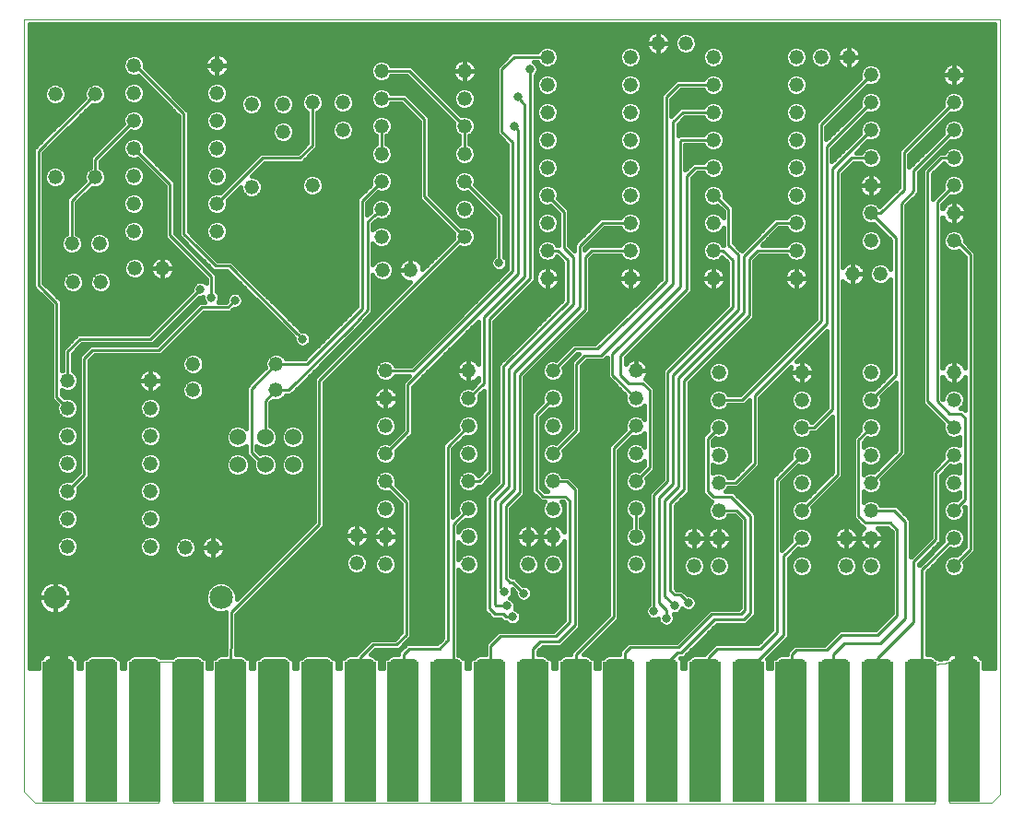
<source format=gbl>
G75*
%MOIN*%
%OFA0B0*%
%FSLAX25Y25*%
%IPPOS*%
%LPD*%
%AMOC8*
5,1,8,0,0,1.08239X$1,22.5*
%
%ADD10C,0.00000*%
%ADD11C,0.05200*%
%ADD12C,0.08500*%
%ADD13C,0.06000*%
%ADD14C,0.03000*%
%ADD15R,0.11693X0.50669*%
%ADD16C,0.01600*%
%ADD17C,0.04000*%
%ADD18C,0.05906*%
%ADD19C,0.06600*%
%ADD20C,0.01000*%
%ADD21C,0.03169*%
D10*
X0026198Y0005295D02*
X0030135Y0001394D01*
X0074623Y0001394D01*
X0074623Y0052181D01*
X0080135Y0052181D01*
X0080135Y0001394D01*
X0355331Y0001000D01*
X0355331Y0051394D01*
X0360843Y0051787D01*
X0360843Y0001394D01*
X0376198Y0001394D01*
X0378954Y0004150D01*
X0378954Y0050606D01*
X0378954Y0050488D02*
X0378954Y0284587D01*
X0026198Y0284587D01*
X0026198Y0051094D01*
X0026198Y0051295D02*
X0026198Y0005295D01*
D11*
X0041800Y0093988D03*
X0041800Y0103988D03*
X0041800Y0113988D03*
X0041800Y0123988D03*
X0041800Y0133988D03*
X0041800Y0143988D03*
X0041800Y0153988D03*
X0071800Y0153988D03*
X0071800Y0143988D03*
X0071800Y0133988D03*
X0071800Y0123988D03*
X0071800Y0113988D03*
X0071800Y0103988D03*
X0071800Y0093988D03*
X0084300Y0093488D03*
X0094300Y0093488D03*
X0146300Y0097988D03*
X0156800Y0097488D03*
X0146300Y0087988D03*
X0156800Y0087488D03*
X0156800Y0107488D03*
X0156800Y0117488D03*
X0156800Y0127488D03*
X0156800Y0137488D03*
X0156800Y0147488D03*
X0156800Y0157488D03*
X0186800Y0157488D03*
X0186800Y0147488D03*
X0186800Y0137488D03*
X0186800Y0127488D03*
X0186800Y0117488D03*
X0186800Y0107488D03*
X0186800Y0097488D03*
X0186800Y0087488D03*
X0208300Y0087488D03*
X0217300Y0087488D03*
X0217300Y0097488D03*
X0208300Y0097488D03*
X0217300Y0107488D03*
X0217300Y0117488D03*
X0217300Y0127488D03*
X0217300Y0137488D03*
X0217300Y0147488D03*
X0217300Y0157488D03*
X0247300Y0157488D03*
X0247300Y0147488D03*
X0247300Y0137488D03*
X0247300Y0127488D03*
X0247300Y0117488D03*
X0247300Y0107488D03*
X0247300Y0097488D03*
X0247300Y0087488D03*
X0268300Y0086988D03*
X0277300Y0086988D03*
X0277300Y0096988D03*
X0268300Y0096988D03*
X0277300Y0106988D03*
X0277300Y0116988D03*
X0277300Y0126988D03*
X0277300Y0136988D03*
X0277300Y0146988D03*
X0277300Y0156988D03*
X0307300Y0156988D03*
X0307300Y0146988D03*
X0307300Y0136988D03*
X0307300Y0126988D03*
X0307300Y0116988D03*
X0307300Y0106988D03*
X0307300Y0096988D03*
X0307300Y0086988D03*
X0323300Y0086988D03*
X0332300Y0086988D03*
X0332300Y0096988D03*
X0323300Y0096988D03*
X0332300Y0106988D03*
X0332300Y0116988D03*
X0332300Y0126988D03*
X0332300Y0136988D03*
X0332300Y0146988D03*
X0332300Y0156988D03*
X0362300Y0156988D03*
X0362300Y0146988D03*
X0362300Y0136988D03*
X0362300Y0126988D03*
X0362300Y0116988D03*
X0362300Y0106988D03*
X0362300Y0096988D03*
X0362300Y0086988D03*
X0305300Y0190988D03*
X0305300Y0200988D03*
X0305300Y0210988D03*
X0305300Y0220988D03*
X0305300Y0230988D03*
X0305300Y0240988D03*
X0305300Y0250988D03*
X0305300Y0260988D03*
X0305300Y0270988D03*
X0314300Y0270988D03*
X0324300Y0270988D03*
X0332300Y0264488D03*
X0332300Y0254488D03*
X0332300Y0244488D03*
X0332300Y0234488D03*
X0332300Y0224488D03*
X0332300Y0214488D03*
X0332300Y0204488D03*
X0335800Y0192488D03*
X0325800Y0192488D03*
X0362300Y0204488D03*
X0362300Y0214488D03*
X0362300Y0224488D03*
X0362300Y0234488D03*
X0362300Y0244488D03*
X0362300Y0254488D03*
X0362300Y0264488D03*
X0275300Y0260988D03*
X0275300Y0250988D03*
X0275300Y0240988D03*
X0275300Y0230988D03*
X0275300Y0220988D03*
X0275300Y0210988D03*
X0275300Y0200988D03*
X0275300Y0190988D03*
X0245300Y0190988D03*
X0245300Y0200988D03*
X0245300Y0210988D03*
X0245300Y0220988D03*
X0245300Y0230988D03*
X0245300Y0240988D03*
X0245300Y0250988D03*
X0245300Y0260988D03*
X0245300Y0270988D03*
X0255300Y0275988D03*
X0265300Y0275988D03*
X0275300Y0270988D03*
X0215300Y0270988D03*
X0215300Y0260988D03*
X0215300Y0250988D03*
X0215300Y0240988D03*
X0215300Y0230988D03*
X0215300Y0220988D03*
X0215300Y0210988D03*
X0215300Y0200988D03*
X0215300Y0190988D03*
X0185300Y0205988D03*
X0185300Y0215988D03*
X0185300Y0225988D03*
X0185300Y0235988D03*
X0185300Y0245988D03*
X0185300Y0255988D03*
X0185300Y0265988D03*
X0155300Y0265988D03*
X0155300Y0255988D03*
X0155300Y0245988D03*
X0155300Y0235988D03*
X0155300Y0225988D03*
X0155300Y0215988D03*
X0155300Y0205988D03*
X0155800Y0193988D03*
X0165800Y0193988D03*
X0130300Y0224488D03*
X0108300Y0223988D03*
X0095800Y0227988D03*
X0095800Y0217988D03*
X0095800Y0207988D03*
X0076087Y0194488D03*
X0066087Y0194488D03*
X0053800Y0189488D03*
X0043800Y0189488D03*
X0043300Y0203488D03*
X0053300Y0203488D03*
X0065800Y0207988D03*
X0065800Y0217988D03*
X0065800Y0227988D03*
X0065800Y0237988D03*
X0065800Y0247988D03*
X0065800Y0257988D03*
X0065800Y0267988D03*
X0051800Y0257488D03*
X0037300Y0257488D03*
X0037300Y0227488D03*
X0051800Y0227488D03*
X0095800Y0237988D03*
X0095800Y0247988D03*
X0095800Y0257988D03*
X0095800Y0267988D03*
X0108300Y0253988D03*
X0119800Y0253988D03*
X0130300Y0254488D03*
X0141300Y0254488D03*
X0141300Y0244488D03*
X0119800Y0243988D03*
X0117182Y0159937D03*
X0117182Y0150488D03*
X0087182Y0150488D03*
X0087182Y0159937D03*
D12*
X0097300Y0075488D03*
X0037300Y0075488D03*
D13*
X0103300Y0123488D03*
X0113300Y0123488D03*
X0123300Y0123488D03*
X0123300Y0133488D03*
X0113300Y0133488D03*
X0103300Y0133488D03*
D14*
X0104348Y0034941D02*
X0097348Y0034941D01*
X0097348Y0051941D01*
X0104348Y0051941D01*
X0104348Y0034941D01*
X0104348Y0037940D02*
X0097348Y0037940D01*
X0097348Y0040939D02*
X0104348Y0040939D01*
X0104348Y0043938D02*
X0097348Y0043938D01*
X0097348Y0046937D02*
X0104348Y0046937D01*
X0104348Y0049936D02*
X0097348Y0049936D01*
X0088757Y0034941D02*
X0081757Y0034941D01*
X0081757Y0051941D01*
X0088757Y0051941D01*
X0088757Y0034941D01*
X0088757Y0037940D02*
X0081757Y0037940D01*
X0081757Y0040939D02*
X0088757Y0040939D01*
X0088757Y0043938D02*
X0081757Y0043938D01*
X0081757Y0046937D02*
X0088757Y0046937D01*
X0088757Y0049936D02*
X0081757Y0049936D01*
X0073167Y0034941D02*
X0066167Y0034941D01*
X0066167Y0051941D01*
X0073167Y0051941D01*
X0073167Y0034941D01*
X0073167Y0037940D02*
X0066167Y0037940D01*
X0066167Y0040939D02*
X0073167Y0040939D01*
X0073167Y0043938D02*
X0066167Y0043938D01*
X0066167Y0046937D02*
X0073167Y0046937D01*
X0073167Y0049936D02*
X0066167Y0049936D01*
X0057576Y0034941D02*
X0050576Y0034941D01*
X0050576Y0051941D01*
X0057576Y0051941D01*
X0057576Y0034941D01*
X0057576Y0037940D02*
X0050576Y0037940D01*
X0050576Y0040939D02*
X0057576Y0040939D01*
X0057576Y0043938D02*
X0050576Y0043938D01*
X0050576Y0046937D02*
X0057576Y0046937D01*
X0057576Y0049936D02*
X0050576Y0049936D01*
X0041986Y0034941D02*
X0034986Y0034941D01*
X0034986Y0051941D01*
X0041986Y0051941D01*
X0041986Y0034941D01*
X0041986Y0037940D02*
X0034986Y0037940D01*
X0034986Y0040939D02*
X0041986Y0040939D01*
X0041986Y0043938D02*
X0034986Y0043938D01*
X0034986Y0046937D02*
X0041986Y0046937D01*
X0041986Y0049936D02*
X0034986Y0049936D01*
X0112939Y0034941D02*
X0119939Y0034941D01*
X0112939Y0034941D02*
X0112939Y0051941D01*
X0119939Y0051941D01*
X0119939Y0034941D01*
X0119939Y0037940D02*
X0112939Y0037940D01*
X0112939Y0040939D02*
X0119939Y0040939D01*
X0119939Y0043938D02*
X0112939Y0043938D01*
X0112939Y0046937D02*
X0119939Y0046937D01*
X0119939Y0049936D02*
X0112939Y0049936D01*
X0128529Y0034941D02*
X0135529Y0034941D01*
X0128529Y0034941D02*
X0128529Y0051941D01*
X0135529Y0051941D01*
X0135529Y0034941D01*
X0135529Y0037940D02*
X0128529Y0037940D01*
X0128529Y0040939D02*
X0135529Y0040939D01*
X0135529Y0043938D02*
X0128529Y0043938D01*
X0128529Y0046937D02*
X0135529Y0046937D01*
X0135529Y0049936D02*
X0128529Y0049936D01*
X0144120Y0034941D02*
X0151120Y0034941D01*
X0144120Y0034941D02*
X0144120Y0051941D01*
X0151120Y0051941D01*
X0151120Y0034941D01*
X0151120Y0037940D02*
X0144120Y0037940D01*
X0144120Y0040939D02*
X0151120Y0040939D01*
X0151120Y0043938D02*
X0144120Y0043938D01*
X0144120Y0046937D02*
X0151120Y0046937D01*
X0151120Y0049936D02*
X0144120Y0049936D01*
X0159710Y0034941D02*
X0166710Y0034941D01*
X0159710Y0034941D02*
X0159710Y0051941D01*
X0166710Y0051941D01*
X0166710Y0034941D01*
X0166710Y0037940D02*
X0159710Y0037940D01*
X0159710Y0040939D02*
X0166710Y0040939D01*
X0166710Y0043938D02*
X0159710Y0043938D01*
X0159710Y0046937D02*
X0166710Y0046937D01*
X0166710Y0049936D02*
X0159710Y0049936D01*
X0175301Y0034941D02*
X0182301Y0034941D01*
X0175301Y0034941D02*
X0175301Y0051941D01*
X0182301Y0051941D01*
X0182301Y0034941D01*
X0182301Y0037940D02*
X0175301Y0037940D01*
X0175301Y0040939D02*
X0182301Y0040939D01*
X0182301Y0043938D02*
X0175301Y0043938D01*
X0175301Y0046937D02*
X0182301Y0046937D01*
X0182301Y0049936D02*
X0175301Y0049936D01*
X0190891Y0034941D02*
X0197891Y0034941D01*
X0190891Y0034941D02*
X0190891Y0051941D01*
X0197891Y0051941D01*
X0197891Y0034941D01*
X0197891Y0037940D02*
X0190891Y0037940D01*
X0190891Y0040939D02*
X0197891Y0040939D01*
X0197891Y0043938D02*
X0190891Y0043938D01*
X0190891Y0046937D02*
X0197891Y0046937D01*
X0197891Y0049936D02*
X0190891Y0049936D01*
X0206482Y0034941D02*
X0213482Y0034941D01*
X0206482Y0034941D02*
X0206482Y0051941D01*
X0213482Y0051941D01*
X0213482Y0034941D01*
X0213482Y0037940D02*
X0206482Y0037940D01*
X0206482Y0040939D02*
X0213482Y0040939D01*
X0213482Y0043938D02*
X0206482Y0043938D01*
X0206482Y0046937D02*
X0213482Y0046937D01*
X0213482Y0049936D02*
X0206482Y0049936D01*
X0222072Y0034941D02*
X0229072Y0034941D01*
X0222072Y0034941D02*
X0222072Y0051941D01*
X0229072Y0051941D01*
X0229072Y0034941D01*
X0229072Y0037940D02*
X0222072Y0037940D01*
X0222072Y0040939D02*
X0229072Y0040939D01*
X0229072Y0043938D02*
X0222072Y0043938D01*
X0222072Y0046937D02*
X0229072Y0046937D01*
X0229072Y0049936D02*
X0222072Y0049936D01*
X0237663Y0034941D02*
X0244663Y0034941D01*
X0237663Y0034941D02*
X0237663Y0051941D01*
X0244663Y0051941D01*
X0244663Y0034941D01*
X0244663Y0037940D02*
X0237663Y0037940D01*
X0237663Y0040939D02*
X0244663Y0040939D01*
X0244663Y0043938D02*
X0237663Y0043938D01*
X0237663Y0046937D02*
X0244663Y0046937D01*
X0244663Y0049936D02*
X0237663Y0049936D01*
X0253254Y0034941D02*
X0260254Y0034941D01*
X0253254Y0034941D02*
X0253254Y0051941D01*
X0260254Y0051941D01*
X0260254Y0034941D01*
X0260254Y0037940D02*
X0253254Y0037940D01*
X0253254Y0040939D02*
X0260254Y0040939D01*
X0260254Y0043938D02*
X0253254Y0043938D01*
X0253254Y0046937D02*
X0260254Y0046937D01*
X0260254Y0049936D02*
X0253254Y0049936D01*
X0268844Y0034941D02*
X0275844Y0034941D01*
X0268844Y0034941D02*
X0268844Y0051941D01*
X0275844Y0051941D01*
X0275844Y0034941D01*
X0275844Y0037940D02*
X0268844Y0037940D01*
X0268844Y0040939D02*
X0275844Y0040939D01*
X0275844Y0043938D02*
X0268844Y0043938D01*
X0268844Y0046937D02*
X0275844Y0046937D01*
X0275844Y0049936D02*
X0268844Y0049936D01*
X0284435Y0034941D02*
X0291435Y0034941D01*
X0284435Y0034941D02*
X0284435Y0051941D01*
X0291435Y0051941D01*
X0291435Y0034941D01*
X0291435Y0037940D02*
X0284435Y0037940D01*
X0284435Y0040939D02*
X0291435Y0040939D01*
X0291435Y0043938D02*
X0284435Y0043938D01*
X0284435Y0046937D02*
X0291435Y0046937D01*
X0291435Y0049936D02*
X0284435Y0049936D01*
X0300025Y0034941D02*
X0307025Y0034941D01*
X0300025Y0034941D02*
X0300025Y0051941D01*
X0307025Y0051941D01*
X0307025Y0034941D01*
X0307025Y0037940D02*
X0300025Y0037940D01*
X0300025Y0040939D02*
X0307025Y0040939D01*
X0307025Y0043938D02*
X0300025Y0043938D01*
X0300025Y0046937D02*
X0307025Y0046937D01*
X0307025Y0049936D02*
X0300025Y0049936D01*
X0315616Y0034941D02*
X0322616Y0034941D01*
X0315616Y0034941D02*
X0315616Y0051941D01*
X0322616Y0051941D01*
X0322616Y0034941D01*
X0322616Y0037940D02*
X0315616Y0037940D01*
X0315616Y0040939D02*
X0322616Y0040939D01*
X0322616Y0043938D02*
X0315616Y0043938D01*
X0315616Y0046937D02*
X0322616Y0046937D01*
X0322616Y0049936D02*
X0315616Y0049936D01*
X0331206Y0034941D02*
X0338206Y0034941D01*
X0331206Y0034941D02*
X0331206Y0051941D01*
X0338206Y0051941D01*
X0338206Y0034941D01*
X0338206Y0037940D02*
X0331206Y0037940D01*
X0331206Y0040939D02*
X0338206Y0040939D01*
X0338206Y0043938D02*
X0331206Y0043938D01*
X0331206Y0046937D02*
X0338206Y0046937D01*
X0338206Y0049936D02*
X0331206Y0049936D01*
X0346797Y0034941D02*
X0353797Y0034941D01*
X0346797Y0034941D02*
X0346797Y0051941D01*
X0353797Y0051941D01*
X0353797Y0034941D01*
X0353797Y0037940D02*
X0346797Y0037940D01*
X0346797Y0040939D02*
X0353797Y0040939D01*
X0353797Y0043938D02*
X0346797Y0043938D01*
X0346797Y0046937D02*
X0353797Y0046937D01*
X0353797Y0049936D02*
X0346797Y0049936D01*
X0362387Y0034941D02*
X0369387Y0034941D01*
X0362387Y0034941D02*
X0362387Y0051941D01*
X0369387Y0051941D01*
X0369387Y0034941D01*
X0369387Y0037940D02*
X0362387Y0037940D01*
X0362387Y0040939D02*
X0369387Y0040939D01*
X0369387Y0043938D02*
X0362387Y0043938D01*
X0362387Y0046937D02*
X0369387Y0046937D01*
X0369387Y0049936D02*
X0362387Y0049936D01*
D15*
X0365883Y0027004D03*
X0350292Y0027004D03*
X0334702Y0027004D03*
X0319111Y0027004D03*
X0303520Y0027004D03*
X0287930Y0027004D03*
X0272339Y0027004D03*
X0256749Y0027004D03*
X0241158Y0027004D03*
X0225568Y0027004D03*
X0209977Y0027004D03*
X0194387Y0027004D03*
X0178796Y0027004D03*
X0163206Y0027004D03*
X0147615Y0027004D03*
X0132024Y0027004D03*
X0116434Y0027004D03*
X0100843Y0027004D03*
X0085253Y0027004D03*
X0069662Y0027004D03*
X0054072Y0027004D03*
X0038481Y0027004D03*
D16*
X0031235Y0049988D02*
X0027998Y0049988D01*
X0027998Y0282787D01*
X0377154Y0282787D01*
X0377154Y0049988D01*
X0373129Y0049988D01*
X0373129Y0052918D01*
X0372309Y0053739D01*
X0372155Y0053739D01*
X0371951Y0054045D01*
X0371491Y0054504D01*
X0370951Y0054865D01*
X0370350Y0055114D01*
X0369712Y0055241D01*
X0366687Y0055241D01*
X0366687Y0053739D01*
X0365087Y0053739D01*
X0365087Y0055241D01*
X0362062Y0055241D01*
X0361425Y0055114D01*
X0360824Y0054865D01*
X0360284Y0054504D01*
X0359824Y0054045D01*
X0359620Y0053739D01*
X0359456Y0053739D01*
X0359192Y0053474D01*
X0357130Y0053327D01*
X0356718Y0053739D01*
X0356100Y0053739D01*
X0355440Y0054399D01*
X0354374Y0054841D01*
X0352700Y0054841D01*
X0352700Y0084701D01*
X0361139Y0093140D01*
X0361504Y0092988D01*
X0363096Y0092988D01*
X0364566Y0093597D01*
X0365691Y0094722D01*
X0366300Y0096193D01*
X0366300Y0097784D01*
X0365691Y0099254D01*
X0364566Y0100379D01*
X0363096Y0100988D01*
X0361504Y0100988D01*
X0360034Y0100379D01*
X0358909Y0099254D01*
X0358300Y0097784D01*
X0358300Y0096193D01*
X0358452Y0095827D01*
X0350013Y0087388D01*
X0349700Y0087075D01*
X0349700Y0087701D01*
X0357700Y0095701D01*
X0357700Y0119701D01*
X0361139Y0123140D01*
X0361504Y0122988D01*
X0363096Y0122988D01*
X0364400Y0123528D01*
X0364400Y0120448D01*
X0363096Y0120988D01*
X0361504Y0120988D01*
X0360034Y0120379D01*
X0358909Y0119254D01*
X0358300Y0117784D01*
X0358300Y0116193D01*
X0358909Y0114722D01*
X0360034Y0113597D01*
X0361504Y0112988D01*
X0363096Y0112988D01*
X0364400Y0113528D01*
X0364400Y0111775D01*
X0363461Y0110837D01*
X0363096Y0110988D01*
X0361504Y0110988D01*
X0360034Y0110379D01*
X0358909Y0109254D01*
X0358300Y0107784D01*
X0358300Y0106193D01*
X0358909Y0104722D01*
X0360034Y0103597D01*
X0361504Y0102988D01*
X0363096Y0102988D01*
X0364566Y0103597D01*
X0365691Y0104722D01*
X0366300Y0106193D01*
X0366300Y0107784D01*
X0366148Y0108150D01*
X0366400Y0108401D01*
X0366400Y0093775D01*
X0363461Y0090837D01*
X0363096Y0090988D01*
X0361504Y0090988D01*
X0360034Y0090379D01*
X0358909Y0089254D01*
X0358300Y0087784D01*
X0358300Y0086193D01*
X0358909Y0084722D01*
X0360034Y0083597D01*
X0361504Y0082988D01*
X0363096Y0082988D01*
X0364566Y0083597D01*
X0365691Y0084722D01*
X0366300Y0086193D01*
X0366300Y0087784D01*
X0366148Y0088150D01*
X0370200Y0092201D01*
X0370200Y0200275D01*
X0369087Y0201388D01*
X0366300Y0204175D01*
X0366300Y0205284D01*
X0365691Y0206754D01*
X0364566Y0207879D01*
X0363096Y0208488D01*
X0361504Y0208488D01*
X0360034Y0207879D01*
X0358909Y0206754D01*
X0358300Y0205284D01*
X0358300Y0203693D01*
X0358909Y0202222D01*
X0360034Y0201097D01*
X0361504Y0200488D01*
X0363096Y0200488D01*
X0364169Y0200933D01*
X0366400Y0198701D01*
X0366400Y0158608D01*
X0366378Y0158677D01*
X0366063Y0159294D01*
X0365656Y0159855D01*
X0365166Y0160344D01*
X0364606Y0160751D01*
X0363989Y0161066D01*
X0363330Y0161280D01*
X0362646Y0161388D01*
X0362300Y0161388D01*
X0362300Y0156988D01*
X0362300Y0152588D01*
X0362646Y0152588D01*
X0363330Y0152697D01*
X0363989Y0152911D01*
X0364606Y0153225D01*
X0365166Y0153632D01*
X0365656Y0154122D01*
X0366063Y0154682D01*
X0366378Y0155299D01*
X0366400Y0155368D01*
X0366400Y0143075D01*
X0365587Y0143888D01*
X0364857Y0143888D01*
X0365691Y0144722D01*
X0366300Y0146193D01*
X0366300Y0147784D01*
X0365691Y0149254D01*
X0364566Y0150379D01*
X0363096Y0150988D01*
X0361504Y0150988D01*
X0360034Y0150379D01*
X0358909Y0149254D01*
X0358300Y0147784D01*
X0358300Y0147175D01*
X0358200Y0147275D01*
X0358200Y0155368D01*
X0358222Y0155299D01*
X0358537Y0154682D01*
X0358944Y0154122D01*
X0359434Y0153632D01*
X0359994Y0153225D01*
X0360611Y0152911D01*
X0361270Y0152697D01*
X0361954Y0152588D01*
X0362300Y0152588D01*
X0362300Y0156988D01*
X0362300Y0156988D01*
X0362300Y0161388D01*
X0361954Y0161388D01*
X0361270Y0161280D01*
X0360611Y0161066D01*
X0359994Y0160751D01*
X0359434Y0160344D01*
X0358944Y0159855D01*
X0358537Y0159294D01*
X0358222Y0158677D01*
X0358200Y0158608D01*
X0358200Y0212868D01*
X0358222Y0212799D01*
X0358537Y0212182D01*
X0358944Y0211622D01*
X0359434Y0211132D01*
X0359994Y0210725D01*
X0360611Y0210411D01*
X0361270Y0210197D01*
X0361954Y0210088D01*
X0362300Y0210088D01*
X0362646Y0210088D01*
X0363330Y0210197D01*
X0363989Y0210411D01*
X0364606Y0210725D01*
X0365166Y0211132D01*
X0365656Y0211622D01*
X0366063Y0212182D01*
X0366378Y0212799D01*
X0366592Y0213458D01*
X0366700Y0214142D01*
X0366700Y0214488D01*
X0362300Y0214488D01*
X0362300Y0210088D01*
X0362300Y0214488D01*
X0362300Y0214488D01*
X0362300Y0214488D01*
X0366700Y0214488D01*
X0366700Y0214834D01*
X0366592Y0215519D01*
X0366378Y0216177D01*
X0366063Y0216794D01*
X0365656Y0217355D01*
X0365166Y0217844D01*
X0364606Y0218251D01*
X0363989Y0218566D01*
X0363330Y0218780D01*
X0362646Y0218888D01*
X0362300Y0218888D01*
X0362300Y0214488D01*
X0362300Y0218888D01*
X0361954Y0218888D01*
X0361270Y0218780D01*
X0360611Y0218566D01*
X0359994Y0218251D01*
X0359434Y0217844D01*
X0358944Y0217355D01*
X0358537Y0216794D01*
X0358222Y0216177D01*
X0358200Y0216108D01*
X0358200Y0217701D01*
X0359700Y0219201D01*
X0361139Y0220640D01*
X0361504Y0220488D01*
X0363096Y0220488D01*
X0364566Y0221097D01*
X0365691Y0222222D01*
X0366300Y0223693D01*
X0366300Y0225284D01*
X0365691Y0226754D01*
X0364566Y0227879D01*
X0363096Y0228488D01*
X0361504Y0228488D01*
X0360034Y0227879D01*
X0358909Y0226754D01*
X0358300Y0225284D01*
X0358300Y0223693D01*
X0358452Y0223327D01*
X0357013Y0221888D01*
X0355513Y0220388D01*
X0354700Y0219575D01*
X0354700Y0228701D01*
X0358587Y0232588D01*
X0358757Y0232588D01*
X0358909Y0232222D01*
X0360034Y0231097D01*
X0361504Y0230488D01*
X0363096Y0230488D01*
X0364566Y0231097D01*
X0365691Y0232222D01*
X0366300Y0233693D01*
X0366300Y0235284D01*
X0365691Y0236754D01*
X0364566Y0237879D01*
X0363096Y0238488D01*
X0361504Y0238488D01*
X0360034Y0237879D01*
X0358909Y0236754D01*
X0358757Y0236388D01*
X0357013Y0236388D01*
X0352013Y0231388D01*
X0350900Y0230275D01*
X0350900Y0145701D01*
X0358452Y0138150D01*
X0358300Y0137784D01*
X0358300Y0136193D01*
X0358909Y0134722D01*
X0360034Y0133597D01*
X0361504Y0132988D01*
X0363096Y0132988D01*
X0364400Y0133528D01*
X0364400Y0130448D01*
X0363096Y0130988D01*
X0361504Y0130988D01*
X0360034Y0130379D01*
X0358909Y0129254D01*
X0358300Y0127784D01*
X0358300Y0126193D01*
X0358452Y0125827D01*
X0355013Y0122388D01*
X0353900Y0121275D01*
X0353900Y0097275D01*
X0347013Y0090388D01*
X0346700Y0090075D01*
X0346700Y0103775D01*
X0342700Y0107775D01*
X0341587Y0108888D01*
X0335843Y0108888D01*
X0335691Y0109254D01*
X0334566Y0110379D01*
X0333096Y0110988D01*
X0331504Y0110988D01*
X0330034Y0110379D01*
X0329700Y0110045D01*
X0329700Y0113931D01*
X0330034Y0113597D01*
X0331504Y0112988D01*
X0333096Y0112988D01*
X0334566Y0113597D01*
X0335691Y0114722D01*
X0336300Y0116193D01*
X0336300Y0117784D01*
X0336148Y0118150D01*
X0344087Y0126088D01*
X0345200Y0127201D01*
X0345200Y0217201D01*
X0348587Y0220588D01*
X0349700Y0221701D01*
X0349700Y0229201D01*
X0361139Y0240640D01*
X0361504Y0240488D01*
X0363096Y0240488D01*
X0364566Y0241097D01*
X0365691Y0242222D01*
X0366300Y0243693D01*
X0366300Y0245284D01*
X0365691Y0246754D01*
X0364566Y0247879D01*
X0363096Y0248488D01*
X0361504Y0248488D01*
X0360034Y0247879D01*
X0358909Y0246754D01*
X0358300Y0245284D01*
X0358300Y0243693D01*
X0358452Y0243327D01*
X0346200Y0231075D01*
X0346200Y0235701D01*
X0361139Y0250640D01*
X0361504Y0250488D01*
X0363096Y0250488D01*
X0364566Y0251097D01*
X0365691Y0252222D01*
X0366300Y0253693D01*
X0366300Y0255284D01*
X0365691Y0256754D01*
X0364566Y0257879D01*
X0363096Y0258488D01*
X0361504Y0258488D01*
X0360034Y0257879D01*
X0358909Y0256754D01*
X0358300Y0255284D01*
X0358300Y0253693D01*
X0358452Y0253327D01*
X0342400Y0237275D01*
X0342400Y0223775D01*
X0335535Y0216910D01*
X0334566Y0217879D01*
X0333096Y0218488D01*
X0331504Y0218488D01*
X0330034Y0217879D01*
X0328909Y0216754D01*
X0328300Y0215284D01*
X0328300Y0213693D01*
X0328909Y0212222D01*
X0330034Y0211097D01*
X0331504Y0210488D01*
X0333096Y0210488D01*
X0333461Y0210640D01*
X0339400Y0204701D01*
X0339400Y0194249D01*
X0339191Y0194754D01*
X0338066Y0195879D01*
X0336596Y0196488D01*
X0335004Y0196488D01*
X0333534Y0195879D01*
X0332409Y0194754D01*
X0331800Y0193284D01*
X0331800Y0191693D01*
X0332409Y0190222D01*
X0333534Y0189097D01*
X0335004Y0188488D01*
X0336596Y0188488D01*
X0338066Y0189097D01*
X0339191Y0190222D01*
X0339400Y0190727D01*
X0339400Y0156775D01*
X0333461Y0150837D01*
X0333096Y0150988D01*
X0331504Y0150988D01*
X0330034Y0150379D01*
X0328909Y0149254D01*
X0328300Y0147784D01*
X0328300Y0146193D01*
X0328909Y0144722D01*
X0330034Y0143597D01*
X0331504Y0142988D01*
X0333096Y0142988D01*
X0334566Y0143597D01*
X0335691Y0144722D01*
X0336300Y0146193D01*
X0336300Y0147784D01*
X0336148Y0148150D01*
X0341400Y0153401D01*
X0341400Y0128775D01*
X0333461Y0120837D01*
X0333096Y0120988D01*
X0331504Y0120988D01*
X0330034Y0120379D01*
X0329700Y0120045D01*
X0329700Y0123931D01*
X0330034Y0123597D01*
X0331504Y0122988D01*
X0333096Y0122988D01*
X0334566Y0123597D01*
X0335691Y0124722D01*
X0336300Y0126193D01*
X0336300Y0127784D01*
X0335691Y0129254D01*
X0334566Y0130379D01*
X0333096Y0130988D01*
X0331504Y0130988D01*
X0330034Y0130379D01*
X0329700Y0130045D01*
X0329700Y0131701D01*
X0331139Y0133140D01*
X0331504Y0132988D01*
X0333096Y0132988D01*
X0334566Y0133597D01*
X0335691Y0134722D01*
X0336300Y0136193D01*
X0336300Y0137784D01*
X0335691Y0139254D01*
X0334566Y0140379D01*
X0333096Y0140988D01*
X0331504Y0140988D01*
X0330034Y0140379D01*
X0328909Y0139254D01*
X0328300Y0137784D01*
X0328300Y0136193D01*
X0328452Y0135827D01*
X0327013Y0134388D01*
X0325900Y0133275D01*
X0325900Y0104201D01*
X0328400Y0101701D01*
X0329513Y0100588D01*
X0329769Y0100588D01*
X0329434Y0100344D01*
X0328944Y0099855D01*
X0328537Y0099294D01*
X0328222Y0098677D01*
X0328008Y0098019D01*
X0327900Y0097334D01*
X0327900Y0096988D01*
X0327900Y0096642D01*
X0328008Y0095958D01*
X0328222Y0095299D01*
X0328537Y0094682D01*
X0328944Y0094122D01*
X0329434Y0093632D01*
X0329994Y0093225D01*
X0330611Y0092911D01*
X0331270Y0092697D01*
X0331954Y0092588D01*
X0332300Y0092588D01*
X0332646Y0092588D01*
X0333330Y0092697D01*
X0333989Y0092911D01*
X0334606Y0093225D01*
X0335166Y0093632D01*
X0335656Y0094122D01*
X0336063Y0094682D01*
X0336378Y0095299D01*
X0336592Y0095958D01*
X0336700Y0096642D01*
X0336700Y0096988D01*
X0332300Y0096988D01*
X0332300Y0092588D01*
X0332300Y0096988D01*
X0332300Y0096988D01*
X0332300Y0096988D01*
X0327900Y0096988D01*
X0332300Y0096988D01*
X0332300Y0096988D01*
X0336700Y0096988D01*
X0336700Y0097334D01*
X0336592Y0098019D01*
X0336378Y0098677D01*
X0336063Y0099294D01*
X0335656Y0099855D01*
X0335166Y0100344D01*
X0334831Y0100588D01*
X0338513Y0100588D01*
X0339900Y0099201D01*
X0339900Y0069775D01*
X0334013Y0063888D01*
X0321013Y0063888D01*
X0315513Y0058388D01*
X0304513Y0058388D01*
X0303013Y0056888D01*
X0301900Y0055775D01*
X0301900Y0054841D01*
X0299448Y0054841D01*
X0298382Y0054399D01*
X0297722Y0053739D01*
X0297094Y0053739D01*
X0296274Y0052918D01*
X0296274Y0049988D01*
X0295176Y0049988D01*
X0295176Y0052918D01*
X0294797Y0053298D01*
X0300587Y0059088D01*
X0301587Y0060088D01*
X0302700Y0061201D01*
X0302700Y0089701D01*
X0306139Y0093140D01*
X0306504Y0092988D01*
X0308096Y0092988D01*
X0309566Y0093597D01*
X0310691Y0094722D01*
X0311300Y0096193D01*
X0311300Y0097784D01*
X0310691Y0099254D01*
X0309566Y0100379D01*
X0308096Y0100988D01*
X0306504Y0100988D01*
X0305034Y0100379D01*
X0303909Y0099254D01*
X0303300Y0097784D01*
X0303300Y0096193D01*
X0303452Y0095827D01*
X0300200Y0092575D01*
X0300200Y0117201D01*
X0306139Y0123140D01*
X0306504Y0122988D01*
X0308096Y0122988D01*
X0309566Y0123597D01*
X0310691Y0124722D01*
X0311300Y0126193D01*
X0311300Y0127784D01*
X0310691Y0129254D01*
X0309566Y0130379D01*
X0308096Y0130988D01*
X0306504Y0130988D01*
X0305034Y0130379D01*
X0303909Y0129254D01*
X0303300Y0127784D01*
X0303300Y0126193D01*
X0303452Y0125827D01*
X0297513Y0119888D01*
X0296400Y0118775D01*
X0296400Y0063775D01*
X0291513Y0058888D01*
X0276013Y0058888D01*
X0273013Y0055888D01*
X0271966Y0054841D01*
X0268267Y0054841D01*
X0267201Y0054399D01*
X0266541Y0053739D01*
X0265913Y0053739D01*
X0265093Y0052918D01*
X0265093Y0049988D01*
X0263995Y0049988D01*
X0263995Y0052918D01*
X0263326Y0053588D01*
X0264587Y0053588D01*
X0265700Y0054701D01*
X0276587Y0065588D01*
X0287087Y0065588D01*
X0288200Y0066701D01*
X0290700Y0069201D01*
X0290700Y0105775D01*
X0289587Y0106888D01*
X0282587Y0113888D01*
X0279857Y0113888D01*
X0280691Y0114722D01*
X0280843Y0115088D01*
X0284087Y0115088D01*
X0291087Y0122088D01*
X0292200Y0123201D01*
X0292200Y0147701D01*
X0303271Y0158772D01*
X0303222Y0158677D01*
X0303008Y0158019D01*
X0302900Y0157334D01*
X0302900Y0156988D01*
X0302900Y0156642D01*
X0303008Y0155958D01*
X0303222Y0155299D01*
X0303537Y0154682D01*
X0303944Y0154122D01*
X0304434Y0153632D01*
X0304994Y0153225D01*
X0305611Y0152911D01*
X0306270Y0152697D01*
X0306954Y0152588D01*
X0307300Y0152588D01*
X0307646Y0152588D01*
X0308330Y0152697D01*
X0308989Y0152911D01*
X0309606Y0153225D01*
X0310166Y0153632D01*
X0310656Y0154122D01*
X0311063Y0154682D01*
X0311378Y0155299D01*
X0311592Y0155958D01*
X0311700Y0156642D01*
X0311700Y0156988D01*
X0307300Y0156988D01*
X0307300Y0152588D01*
X0307300Y0156988D01*
X0307300Y0156988D01*
X0307300Y0156988D01*
X0302900Y0156988D01*
X0307300Y0156988D01*
X0307300Y0156988D01*
X0311700Y0156988D01*
X0311700Y0157334D01*
X0311592Y0158019D01*
X0311378Y0158677D01*
X0311063Y0159294D01*
X0310656Y0159855D01*
X0310166Y0160344D01*
X0309606Y0160751D01*
X0308989Y0161066D01*
X0308330Y0161280D01*
X0307646Y0161388D01*
X0307300Y0161388D01*
X0307300Y0156988D01*
X0307300Y0161388D01*
X0306954Y0161388D01*
X0306270Y0161280D01*
X0305611Y0161066D01*
X0305516Y0161018D01*
X0316400Y0171901D01*
X0316400Y0144275D01*
X0311013Y0138888D01*
X0310843Y0138888D01*
X0310691Y0139254D01*
X0309566Y0140379D01*
X0308096Y0140988D01*
X0306504Y0140988D01*
X0305034Y0140379D01*
X0303909Y0139254D01*
X0303300Y0137784D01*
X0303300Y0136193D01*
X0303909Y0134722D01*
X0305034Y0133597D01*
X0306504Y0132988D01*
X0308096Y0132988D01*
X0309566Y0133597D01*
X0310691Y0134722D01*
X0310843Y0135088D01*
X0312587Y0135088D01*
X0318400Y0140901D01*
X0318400Y0120775D01*
X0308461Y0110837D01*
X0308096Y0110988D01*
X0306504Y0110988D01*
X0305034Y0110379D01*
X0303909Y0109254D01*
X0303300Y0107784D01*
X0303300Y0106193D01*
X0303909Y0104722D01*
X0305034Y0103597D01*
X0306504Y0102988D01*
X0308096Y0102988D01*
X0309566Y0103597D01*
X0310691Y0104722D01*
X0311300Y0106193D01*
X0311300Y0107784D01*
X0311148Y0108150D01*
X0322200Y0119201D01*
X0322200Y0189957D01*
X0322444Y0189622D01*
X0322934Y0189132D01*
X0323494Y0188725D01*
X0324111Y0188411D01*
X0324770Y0188197D01*
X0325454Y0188088D01*
X0325800Y0188088D01*
X0326146Y0188088D01*
X0326830Y0188197D01*
X0327489Y0188411D01*
X0328106Y0188725D01*
X0328666Y0189132D01*
X0329156Y0189622D01*
X0329563Y0190182D01*
X0329878Y0190799D01*
X0330092Y0191458D01*
X0330200Y0192142D01*
X0330200Y0192488D01*
X0325800Y0192488D01*
X0325800Y0188088D01*
X0325800Y0192488D01*
X0325800Y0192488D01*
X0325800Y0192488D01*
X0330200Y0192488D01*
X0330200Y0192834D01*
X0330092Y0193519D01*
X0329878Y0194177D01*
X0329563Y0194794D01*
X0329156Y0195355D01*
X0328666Y0195844D01*
X0328106Y0196251D01*
X0327489Y0196566D01*
X0326830Y0196780D01*
X0326146Y0196888D01*
X0325800Y0196888D01*
X0325800Y0192488D01*
X0325800Y0196888D01*
X0325454Y0196888D01*
X0324770Y0196780D01*
X0324111Y0196566D01*
X0323494Y0196251D01*
X0322934Y0195844D01*
X0322444Y0195355D01*
X0322200Y0195019D01*
X0322200Y0228701D01*
X0322700Y0229201D01*
X0326087Y0232588D01*
X0328757Y0232588D01*
X0328909Y0232222D01*
X0330034Y0231097D01*
X0331504Y0230488D01*
X0333096Y0230488D01*
X0334566Y0231097D01*
X0335691Y0232222D01*
X0336300Y0233693D01*
X0336300Y0235284D01*
X0335691Y0236754D01*
X0334566Y0237879D01*
X0333096Y0238488D01*
X0331504Y0238488D01*
X0330034Y0237879D01*
X0328909Y0236754D01*
X0328757Y0236388D01*
X0326887Y0236388D01*
X0331139Y0240640D01*
X0331504Y0240488D01*
X0333096Y0240488D01*
X0334566Y0241097D01*
X0335691Y0242222D01*
X0336300Y0243693D01*
X0336300Y0245284D01*
X0335691Y0246754D01*
X0334566Y0247879D01*
X0333096Y0248488D01*
X0331504Y0248488D01*
X0330034Y0247879D01*
X0328909Y0246754D01*
X0328300Y0245284D01*
X0328300Y0243693D01*
X0328452Y0243327D01*
X0318200Y0233075D01*
X0318200Y0237701D01*
X0331139Y0250640D01*
X0331504Y0250488D01*
X0333096Y0250488D01*
X0334566Y0251097D01*
X0335691Y0252222D01*
X0336300Y0253693D01*
X0336300Y0255284D01*
X0335691Y0256754D01*
X0334566Y0257879D01*
X0333096Y0258488D01*
X0331504Y0258488D01*
X0330034Y0257879D01*
X0328909Y0256754D01*
X0328300Y0255284D01*
X0328300Y0253693D01*
X0328452Y0253327D01*
X0316200Y0241075D01*
X0316200Y0245701D01*
X0331139Y0260640D01*
X0331504Y0260488D01*
X0333096Y0260488D01*
X0334566Y0261097D01*
X0335691Y0262222D01*
X0336300Y0263693D01*
X0336300Y0265284D01*
X0335691Y0266754D01*
X0334566Y0267879D01*
X0333096Y0268488D01*
X0331504Y0268488D01*
X0330034Y0267879D01*
X0328909Y0266754D01*
X0328300Y0265284D01*
X0328300Y0263693D01*
X0328452Y0263327D01*
X0312400Y0247275D01*
X0312400Y0176275D01*
X0285013Y0148888D01*
X0280843Y0148888D01*
X0280691Y0149254D01*
X0279566Y0150379D01*
X0278096Y0150988D01*
X0276504Y0150988D01*
X0275034Y0150379D01*
X0273909Y0149254D01*
X0273300Y0147784D01*
X0273300Y0146193D01*
X0273909Y0144722D01*
X0275034Y0143597D01*
X0276504Y0142988D01*
X0278096Y0142988D01*
X0279566Y0143597D01*
X0280691Y0144722D01*
X0280843Y0145088D01*
X0286587Y0145088D01*
X0288400Y0146901D01*
X0288400Y0124775D01*
X0282513Y0118888D01*
X0280843Y0118888D01*
X0280691Y0119254D01*
X0279566Y0120379D01*
X0278096Y0120988D01*
X0276504Y0120988D01*
X0275200Y0120448D01*
X0275200Y0123528D01*
X0276504Y0122988D01*
X0278096Y0122988D01*
X0279566Y0123597D01*
X0280691Y0124722D01*
X0281300Y0126193D01*
X0281300Y0127784D01*
X0280691Y0129254D01*
X0279566Y0130379D01*
X0278096Y0130988D01*
X0276504Y0130988D01*
X0275200Y0130448D01*
X0275200Y0132201D01*
X0276139Y0133140D01*
X0276504Y0132988D01*
X0278096Y0132988D01*
X0279566Y0133597D01*
X0280691Y0134722D01*
X0281300Y0136193D01*
X0281300Y0137784D01*
X0280691Y0139254D01*
X0279566Y0140379D01*
X0278096Y0140988D01*
X0276504Y0140988D01*
X0275034Y0140379D01*
X0273909Y0139254D01*
X0273300Y0137784D01*
X0273300Y0136193D01*
X0273452Y0135827D01*
X0272513Y0134888D01*
X0271400Y0133775D01*
X0271400Y0113201D01*
X0273400Y0111201D01*
X0274513Y0110088D01*
X0274743Y0110088D01*
X0273909Y0109254D01*
X0273300Y0107784D01*
X0273300Y0106193D01*
X0273909Y0104722D01*
X0275034Y0103597D01*
X0276504Y0102988D01*
X0278096Y0102988D01*
X0279566Y0103597D01*
X0280691Y0104722D01*
X0280843Y0105088D01*
X0283013Y0105088D01*
X0284900Y0103201D01*
X0284900Y0071775D01*
X0284513Y0071388D01*
X0274013Y0071388D01*
X0266013Y0063388D01*
X0262013Y0059388D01*
X0244513Y0059388D01*
X0242513Y0057388D01*
X0241400Y0056275D01*
X0241400Y0054841D01*
X0237086Y0054841D01*
X0236020Y0054399D01*
X0235359Y0053739D01*
X0234732Y0053739D01*
X0233912Y0052918D01*
X0233912Y0049988D01*
X0232814Y0049988D01*
X0232814Y0052918D01*
X0231994Y0053739D01*
X0231376Y0053739D01*
X0230715Y0054399D01*
X0229649Y0054841D01*
X0228340Y0054841D01*
X0240087Y0066588D01*
X0241200Y0067701D01*
X0241200Y0128701D01*
X0246139Y0133640D01*
X0246504Y0133488D01*
X0248096Y0133488D01*
X0249566Y0134097D01*
X0250400Y0134931D01*
X0250400Y0130045D01*
X0249566Y0130879D01*
X0248096Y0131488D01*
X0246504Y0131488D01*
X0245034Y0130879D01*
X0243909Y0129754D01*
X0243300Y0128284D01*
X0243300Y0126693D01*
X0243909Y0125222D01*
X0245034Y0124097D01*
X0246504Y0123488D01*
X0248096Y0123488D01*
X0249566Y0124097D01*
X0250400Y0124931D01*
X0250400Y0123275D01*
X0248461Y0121337D01*
X0248096Y0121488D01*
X0246504Y0121488D01*
X0245034Y0120879D01*
X0243909Y0119754D01*
X0243300Y0118284D01*
X0243300Y0116693D01*
X0243909Y0115222D01*
X0245034Y0114097D01*
X0246504Y0113488D01*
X0248096Y0113488D01*
X0249566Y0114097D01*
X0250691Y0115222D01*
X0251300Y0116693D01*
X0251300Y0118284D01*
X0251148Y0118650D01*
X0254200Y0121701D01*
X0254200Y0151275D01*
X0253087Y0152388D01*
X0250739Y0154736D01*
X0251063Y0155182D01*
X0251378Y0155799D01*
X0251592Y0156458D01*
X0251700Y0157142D01*
X0251700Y0157488D01*
X0247300Y0157488D01*
X0247300Y0157488D01*
X0251700Y0157488D01*
X0251700Y0157834D01*
X0251592Y0158519D01*
X0251378Y0159177D01*
X0251063Y0159794D01*
X0250656Y0160355D01*
X0250166Y0160844D01*
X0249606Y0161251D01*
X0248989Y0161566D01*
X0248330Y0161780D01*
X0247646Y0161888D01*
X0247300Y0161888D01*
X0247300Y0157488D01*
X0247300Y0161888D01*
X0246954Y0161888D01*
X0246270Y0161780D01*
X0245611Y0161566D01*
X0244994Y0161251D01*
X0244434Y0160844D01*
X0243944Y0160355D01*
X0243700Y0160019D01*
X0243700Y0162201D01*
X0262700Y0181201D01*
X0262700Y0181201D01*
X0267700Y0186201D01*
X0267700Y0227201D01*
X0269587Y0229088D01*
X0271757Y0229088D01*
X0271909Y0228722D01*
X0273034Y0227597D01*
X0274504Y0226988D01*
X0276096Y0226988D01*
X0277566Y0227597D01*
X0278691Y0228722D01*
X0279300Y0230193D01*
X0279300Y0231784D01*
X0278691Y0233254D01*
X0277566Y0234379D01*
X0276096Y0234988D01*
X0274504Y0234988D01*
X0273034Y0234379D01*
X0271909Y0233254D01*
X0271757Y0232888D01*
X0268013Y0232888D01*
X0265200Y0230075D01*
X0265200Y0239088D01*
X0271757Y0239088D01*
X0271909Y0238722D01*
X0273034Y0237597D01*
X0274504Y0236988D01*
X0276096Y0236988D01*
X0277566Y0237597D01*
X0278691Y0238722D01*
X0279300Y0240193D01*
X0279300Y0241784D01*
X0278691Y0243254D01*
X0277566Y0244379D01*
X0276096Y0244988D01*
X0274504Y0244988D01*
X0273034Y0244379D01*
X0271909Y0243254D01*
X0271757Y0242888D01*
X0263013Y0242888D01*
X0262700Y0242575D01*
X0262700Y0246701D01*
X0265087Y0249088D01*
X0271757Y0249088D01*
X0271909Y0248722D01*
X0273034Y0247597D01*
X0274504Y0246988D01*
X0276096Y0246988D01*
X0277566Y0247597D01*
X0278691Y0248722D01*
X0279300Y0250193D01*
X0279300Y0251784D01*
X0278691Y0253254D01*
X0277566Y0254379D01*
X0276096Y0254988D01*
X0274504Y0254988D01*
X0273034Y0254379D01*
X0271909Y0253254D01*
X0271757Y0252888D01*
X0263513Y0252888D01*
X0262400Y0251775D01*
X0260200Y0249575D01*
X0260200Y0255701D01*
X0263587Y0259088D01*
X0271757Y0259088D01*
X0271909Y0258722D01*
X0273034Y0257597D01*
X0274504Y0256988D01*
X0276096Y0256988D01*
X0277566Y0257597D01*
X0278691Y0258722D01*
X0279300Y0260193D01*
X0279300Y0261784D01*
X0278691Y0263254D01*
X0277566Y0264379D01*
X0276096Y0264988D01*
X0274504Y0264988D01*
X0273034Y0264379D01*
X0271909Y0263254D01*
X0271757Y0262888D01*
X0262013Y0262888D01*
X0260900Y0261775D01*
X0257513Y0258388D01*
X0256400Y0257275D01*
X0256400Y0190775D01*
X0251965Y0186340D01*
X0232527Y0167388D01*
X0224513Y0167388D01*
X0219900Y0162775D01*
X0218461Y0161337D01*
X0218096Y0161488D01*
X0216504Y0161488D01*
X0215034Y0160879D01*
X0213909Y0159754D01*
X0213300Y0158284D01*
X0213300Y0156693D01*
X0213909Y0155222D01*
X0215034Y0154097D01*
X0216504Y0153488D01*
X0218096Y0153488D01*
X0219566Y0154097D01*
X0220691Y0155222D01*
X0221300Y0156693D01*
X0221300Y0158284D01*
X0221148Y0158650D01*
X0222587Y0160088D01*
X0226087Y0163588D01*
X0226713Y0163588D01*
X0225013Y0161888D01*
X0223900Y0160775D01*
X0223900Y0136775D01*
X0218461Y0131337D01*
X0218096Y0131488D01*
X0216504Y0131488D01*
X0215034Y0130879D01*
X0213909Y0129754D01*
X0213300Y0128284D01*
X0213300Y0126693D01*
X0213909Y0125222D01*
X0215034Y0124097D01*
X0216504Y0123488D01*
X0218096Y0123488D01*
X0219566Y0124097D01*
X0220691Y0125222D01*
X0221300Y0126693D01*
X0221300Y0128284D01*
X0221148Y0128650D01*
X0227700Y0135201D01*
X0227700Y0159201D01*
X0229587Y0161088D01*
X0235587Y0161088D01*
X0236700Y0162201D01*
X0236900Y0162401D01*
X0236900Y0155201D01*
X0243452Y0148650D01*
X0243300Y0148284D01*
X0243300Y0146693D01*
X0243909Y0145222D01*
X0245034Y0144097D01*
X0246504Y0143488D01*
X0248096Y0143488D01*
X0249566Y0144097D01*
X0250400Y0144931D01*
X0250400Y0140045D01*
X0249566Y0140879D01*
X0248096Y0141488D01*
X0246504Y0141488D01*
X0245034Y0140879D01*
X0243909Y0139754D01*
X0243300Y0138284D01*
X0243300Y0136693D01*
X0243452Y0136327D01*
X0237400Y0130275D01*
X0237400Y0069275D01*
X0224354Y0056229D01*
X0223799Y0055685D01*
X0223799Y0055674D01*
X0223791Y0055666D01*
X0223791Y0054888D01*
X0223790Y0054841D01*
X0221496Y0054841D01*
X0220430Y0054399D01*
X0219769Y0053739D01*
X0219141Y0053739D01*
X0218321Y0052918D01*
X0218321Y0049988D01*
X0217224Y0049988D01*
X0217224Y0052918D01*
X0216404Y0053739D01*
X0215785Y0053739D01*
X0215125Y0054399D01*
X0214059Y0054841D01*
X0211983Y0054841D01*
X0211993Y0055994D01*
X0213587Y0057588D01*
X0220087Y0057588D01*
X0226087Y0063588D01*
X0227200Y0064701D01*
X0227200Y0115275D01*
X0224200Y0118275D01*
X0223087Y0119388D01*
X0220843Y0119388D01*
X0220691Y0119754D01*
X0219566Y0120879D01*
X0218096Y0121488D01*
X0216504Y0121488D01*
X0215034Y0120879D01*
X0213909Y0119754D01*
X0213300Y0118284D01*
X0213300Y0116693D01*
X0213909Y0115222D01*
X0215034Y0114097D01*
X0215539Y0113888D01*
X0214587Y0113888D01*
X0213200Y0115275D01*
X0213200Y0140701D01*
X0216139Y0143640D01*
X0216504Y0143488D01*
X0218096Y0143488D01*
X0219566Y0144097D01*
X0220691Y0145222D01*
X0221300Y0146693D01*
X0221300Y0148284D01*
X0220691Y0149754D01*
X0219566Y0150879D01*
X0218096Y0151488D01*
X0216504Y0151488D01*
X0215034Y0150879D01*
X0213909Y0149754D01*
X0213300Y0148284D01*
X0213300Y0146693D01*
X0213452Y0146327D01*
X0210513Y0143388D01*
X0209400Y0142275D01*
X0209400Y0113701D01*
X0211900Y0111201D01*
X0213013Y0110088D01*
X0214243Y0110088D01*
X0213909Y0109754D01*
X0213300Y0108284D01*
X0213300Y0106693D01*
X0213909Y0105222D01*
X0215034Y0104097D01*
X0216504Y0103488D01*
X0218096Y0103488D01*
X0219566Y0104097D01*
X0220691Y0105222D01*
X0221300Y0106693D01*
X0221300Y0108284D01*
X0220691Y0109754D01*
X0220357Y0110088D01*
X0221013Y0110088D01*
X0221400Y0109701D01*
X0221400Y0099108D01*
X0221378Y0099177D01*
X0221063Y0099794D01*
X0220656Y0100355D01*
X0220166Y0100844D01*
X0219606Y0101251D01*
X0218989Y0101566D01*
X0218330Y0101780D01*
X0217646Y0101888D01*
X0217300Y0101888D01*
X0217300Y0097488D01*
X0217300Y0093088D01*
X0217646Y0093088D01*
X0218330Y0093197D01*
X0218989Y0093411D01*
X0219606Y0093725D01*
X0220166Y0094132D01*
X0220656Y0094622D01*
X0221063Y0095182D01*
X0221378Y0095799D01*
X0221400Y0095868D01*
X0221400Y0067275D01*
X0217513Y0063388D01*
X0197513Y0063388D01*
X0194013Y0059888D01*
X0192900Y0058775D01*
X0192900Y0054841D01*
X0190314Y0054841D01*
X0189249Y0054399D01*
X0188588Y0053739D01*
X0187960Y0053739D01*
X0187140Y0052918D01*
X0187140Y0049988D01*
X0186043Y0049988D01*
X0186043Y0052918D01*
X0185222Y0053739D01*
X0184604Y0053739D01*
X0183944Y0054399D01*
X0183200Y0054707D01*
X0183200Y0085727D01*
X0183409Y0085222D01*
X0184534Y0084097D01*
X0186004Y0083488D01*
X0187596Y0083488D01*
X0189066Y0084097D01*
X0190191Y0085222D01*
X0190800Y0086693D01*
X0190800Y0088284D01*
X0190191Y0089754D01*
X0189066Y0090879D01*
X0187596Y0091488D01*
X0186004Y0091488D01*
X0184534Y0090879D01*
X0183409Y0089754D01*
X0183200Y0089249D01*
X0183200Y0095727D01*
X0183409Y0095222D01*
X0184534Y0094097D01*
X0186004Y0093488D01*
X0187596Y0093488D01*
X0189066Y0094097D01*
X0190191Y0095222D01*
X0190800Y0096693D01*
X0190800Y0098284D01*
X0190191Y0099754D01*
X0189066Y0100879D01*
X0187596Y0101488D01*
X0186004Y0101488D01*
X0184534Y0100879D01*
X0183409Y0099754D01*
X0183200Y0099249D01*
X0183200Y0101201D01*
X0185639Y0103640D01*
X0186004Y0103488D01*
X0187596Y0103488D01*
X0189066Y0104097D01*
X0190191Y0105222D01*
X0190800Y0106693D01*
X0190800Y0108284D01*
X0190191Y0109754D01*
X0189066Y0110879D01*
X0187596Y0111488D01*
X0186004Y0111488D01*
X0184534Y0110879D01*
X0183409Y0109754D01*
X0182800Y0108284D01*
X0182800Y0106693D01*
X0182952Y0106327D01*
X0181200Y0104575D01*
X0181200Y0129201D01*
X0185639Y0133640D01*
X0186004Y0133488D01*
X0187596Y0133488D01*
X0189066Y0134097D01*
X0190191Y0135222D01*
X0190800Y0136693D01*
X0190800Y0138284D01*
X0190191Y0139754D01*
X0189066Y0140879D01*
X0187596Y0141488D01*
X0186004Y0141488D01*
X0184534Y0140879D01*
X0183409Y0139754D01*
X0182800Y0138284D01*
X0182800Y0136693D01*
X0182952Y0136327D01*
X0177400Y0130775D01*
X0177400Y0060775D01*
X0176900Y0060275D01*
X0175513Y0058888D01*
X0164513Y0058888D01*
X0163400Y0057775D01*
X0161428Y0055804D01*
X0161428Y0054841D01*
X0159133Y0054841D01*
X0158068Y0054399D01*
X0157407Y0053739D01*
X0156779Y0053739D01*
X0155959Y0052918D01*
X0155959Y0049988D01*
X0154861Y0049988D01*
X0154861Y0052918D01*
X0154041Y0053739D01*
X0153423Y0053739D01*
X0152762Y0054399D01*
X0151697Y0054841D01*
X0151340Y0054841D01*
X0153087Y0056588D01*
X0161587Y0056588D01*
X0165087Y0060088D01*
X0166200Y0061201D01*
X0166200Y0110775D01*
X0160648Y0116327D01*
X0160800Y0116693D01*
X0160800Y0118284D01*
X0160191Y0119754D01*
X0159066Y0120879D01*
X0157596Y0121488D01*
X0156004Y0121488D01*
X0154534Y0120879D01*
X0153409Y0119754D01*
X0152800Y0118284D01*
X0152800Y0116693D01*
X0153409Y0115222D01*
X0154534Y0114097D01*
X0156004Y0113488D01*
X0157596Y0113488D01*
X0157961Y0113640D01*
X0162400Y0109201D01*
X0162400Y0062775D01*
X0160013Y0060388D01*
X0151513Y0060388D01*
X0150400Y0059275D01*
X0146402Y0055277D01*
X0145956Y0054841D01*
X0143543Y0054841D01*
X0142477Y0054399D01*
X0141816Y0053739D01*
X0141189Y0053739D01*
X0140369Y0052918D01*
X0140369Y0049988D01*
X0139271Y0049988D01*
X0139271Y0052918D01*
X0138451Y0053739D01*
X0137833Y0053739D01*
X0137172Y0054399D01*
X0136106Y0054841D01*
X0127952Y0054841D01*
X0126886Y0054399D01*
X0126226Y0053739D01*
X0125598Y0053739D01*
X0124778Y0052918D01*
X0124778Y0049988D01*
X0123680Y0049988D01*
X0123680Y0052918D01*
X0122860Y0053739D01*
X0122242Y0053739D01*
X0121581Y0054399D01*
X0120515Y0054841D01*
X0112362Y0054841D01*
X0111296Y0054399D01*
X0110635Y0053739D01*
X0110007Y0053739D01*
X0109187Y0052918D01*
X0109187Y0049988D01*
X0108090Y0049988D01*
X0108090Y0052918D01*
X0107270Y0053739D01*
X0106652Y0053739D01*
X0105991Y0054399D01*
X0104925Y0054841D01*
X0102798Y0054841D01*
X0102863Y0069364D01*
X0133587Y0100088D01*
X0134700Y0101201D01*
X0134700Y0153201D01*
X0142950Y0161451D01*
X0142950Y0161451D01*
X0183785Y0202286D01*
X0184504Y0201988D01*
X0186096Y0201988D01*
X0187566Y0202597D01*
X0188691Y0203722D01*
X0189300Y0205193D01*
X0189300Y0206784D01*
X0188691Y0208254D01*
X0187566Y0209379D01*
X0186096Y0209988D01*
X0184504Y0209988D01*
X0184139Y0209837D01*
X0172700Y0221275D01*
X0172700Y0249275D01*
X0171587Y0250388D01*
X0167087Y0254888D01*
X0165200Y0256775D01*
X0165200Y0256775D01*
X0164087Y0257888D01*
X0158843Y0257888D01*
X0158691Y0258254D01*
X0157566Y0259379D01*
X0156096Y0259988D01*
X0154504Y0259988D01*
X0153034Y0259379D01*
X0151909Y0258254D01*
X0151300Y0256784D01*
X0151300Y0255193D01*
X0151909Y0253722D01*
X0153034Y0252597D01*
X0154504Y0251988D01*
X0156096Y0251988D01*
X0157566Y0252597D01*
X0158691Y0253722D01*
X0158843Y0254088D01*
X0162513Y0254088D01*
X0164400Y0252201D01*
X0168900Y0247701D01*
X0168900Y0219701D01*
X0181452Y0207150D01*
X0181300Y0206784D01*
X0181300Y0205193D01*
X0181305Y0205180D01*
X0170200Y0194075D01*
X0170200Y0194334D01*
X0170092Y0195019D01*
X0169878Y0195677D01*
X0169563Y0196294D01*
X0169156Y0196855D01*
X0168666Y0197344D01*
X0168106Y0197751D01*
X0167489Y0198066D01*
X0166830Y0198280D01*
X0166146Y0198388D01*
X0165800Y0198388D01*
X0165800Y0193988D01*
X0161400Y0193988D01*
X0161400Y0193642D01*
X0161508Y0192958D01*
X0161722Y0192299D01*
X0162037Y0191682D01*
X0162444Y0191122D01*
X0162934Y0190632D01*
X0163494Y0190225D01*
X0164111Y0189911D01*
X0164770Y0189697D01*
X0165454Y0189588D01*
X0165713Y0189588D01*
X0140263Y0164138D01*
X0130900Y0154775D01*
X0130900Y0102775D01*
X0102950Y0074825D01*
X0102950Y0076612D01*
X0102090Y0078689D01*
X0100500Y0080278D01*
X0098424Y0081138D01*
X0096176Y0081138D01*
X0094100Y0080278D01*
X0092510Y0078689D01*
X0091650Y0076612D01*
X0091650Y0074364D01*
X0092510Y0072288D01*
X0094100Y0070698D01*
X0096176Y0069838D01*
X0098424Y0069838D01*
X0099066Y0070104D01*
X0098998Y0054841D01*
X0096771Y0054841D01*
X0095705Y0054399D01*
X0095044Y0053739D01*
X0094417Y0053739D01*
X0093597Y0052918D01*
X0093597Y0049988D01*
X0092499Y0049988D01*
X0092499Y0052918D01*
X0091679Y0053739D01*
X0091061Y0053739D01*
X0090400Y0054399D01*
X0089334Y0054841D01*
X0081181Y0054841D01*
X0080115Y0054399D01*
X0079696Y0053981D01*
X0075228Y0053981D01*
X0074810Y0054399D01*
X0073744Y0054841D01*
X0065590Y0054841D01*
X0064524Y0054399D01*
X0063863Y0053739D01*
X0063236Y0053739D01*
X0062416Y0052918D01*
X0062416Y0049988D01*
X0061318Y0049988D01*
X0061318Y0052918D01*
X0060498Y0053739D01*
X0059880Y0053739D01*
X0059219Y0054399D01*
X0058153Y0054841D01*
X0050000Y0054841D01*
X0048934Y0054399D01*
X0048273Y0053739D01*
X0047645Y0053739D01*
X0046825Y0052918D01*
X0046825Y0049988D01*
X0045728Y0049988D01*
X0045728Y0052918D01*
X0044907Y0053739D01*
X0044754Y0053739D01*
X0044549Y0054045D01*
X0044089Y0054504D01*
X0043549Y0054865D01*
X0042948Y0055114D01*
X0042311Y0055241D01*
X0039286Y0055241D01*
X0039286Y0053739D01*
X0037686Y0053739D01*
X0037686Y0055241D01*
X0034661Y0055241D01*
X0034023Y0055114D01*
X0033423Y0054865D01*
X0032882Y0054504D01*
X0032423Y0054045D01*
X0032218Y0053739D01*
X0032055Y0053739D01*
X0031235Y0052918D01*
X0031235Y0049988D01*
X0031235Y0050042D02*
X0027998Y0050042D01*
X0027998Y0051641D02*
X0031235Y0051641D01*
X0031555Y0053239D02*
X0027998Y0053239D01*
X0027998Y0054838D02*
X0033381Y0054838D01*
X0037686Y0054838D02*
X0039286Y0054838D01*
X0043591Y0054838D02*
X0049991Y0054838D01*
X0047146Y0053239D02*
X0045407Y0053239D01*
X0045728Y0051641D02*
X0046825Y0051641D01*
X0046825Y0050042D02*
X0045728Y0050042D01*
X0058161Y0054838D02*
X0065582Y0054838D01*
X0062736Y0053239D02*
X0060998Y0053239D01*
X0061318Y0051641D02*
X0062416Y0051641D01*
X0062416Y0050042D02*
X0061318Y0050042D01*
X0073752Y0054838D02*
X0081173Y0054838D01*
X0089342Y0054838D02*
X0096763Y0054838D01*
X0099005Y0056436D02*
X0027998Y0056436D01*
X0027998Y0058035D02*
X0099013Y0058035D01*
X0099020Y0059633D02*
X0027998Y0059633D01*
X0027998Y0061232D02*
X0099027Y0061232D01*
X0099034Y0062830D02*
X0027998Y0062830D01*
X0027998Y0064429D02*
X0099041Y0064429D01*
X0099048Y0066027D02*
X0027998Y0066027D01*
X0027998Y0067626D02*
X0099055Y0067626D01*
X0099062Y0069224D02*
X0027998Y0069224D01*
X0027998Y0070823D02*
X0033429Y0070823D01*
X0033359Y0070873D02*
X0034129Y0070314D01*
X0034978Y0069881D01*
X0035883Y0069587D01*
X0036824Y0069438D01*
X0037300Y0069438D01*
X0037776Y0069438D01*
X0038717Y0069587D01*
X0039622Y0069881D01*
X0040471Y0070314D01*
X0041241Y0070873D01*
X0041915Y0071547D01*
X0042474Y0072317D01*
X0042907Y0073166D01*
X0043201Y0074071D01*
X0043350Y0075012D01*
X0043350Y0075488D01*
X0037300Y0075488D01*
X0037300Y0069438D01*
X0037300Y0075488D01*
X0037300Y0075488D01*
X0037300Y0075488D01*
X0031250Y0075488D01*
X0031250Y0075012D01*
X0031399Y0074071D01*
X0031693Y0073166D01*
X0032126Y0072317D01*
X0032685Y0071547D01*
X0033359Y0070873D01*
X0032073Y0072421D02*
X0027998Y0072421D01*
X0027998Y0074020D02*
X0031416Y0074020D01*
X0031250Y0075488D02*
X0037300Y0075488D01*
X0037300Y0075488D01*
X0043350Y0075488D01*
X0043350Y0075964D01*
X0043201Y0076905D01*
X0042907Y0077811D01*
X0042474Y0078659D01*
X0041915Y0079429D01*
X0041241Y0080103D01*
X0040471Y0080663D01*
X0039622Y0081095D01*
X0038717Y0081389D01*
X0037776Y0081538D01*
X0037300Y0081538D01*
X0037300Y0075488D01*
X0037300Y0081538D01*
X0036824Y0081538D01*
X0035883Y0081389D01*
X0034978Y0081095D01*
X0034129Y0080663D01*
X0033359Y0080103D01*
X0032685Y0079429D01*
X0032126Y0078659D01*
X0031693Y0077811D01*
X0031399Y0076905D01*
X0031250Y0075964D01*
X0031250Y0075488D01*
X0031250Y0075618D02*
X0027998Y0075618D01*
X0027998Y0077217D02*
X0031500Y0077217D01*
X0032239Y0078815D02*
X0027998Y0078815D01*
X0027998Y0080414D02*
X0033787Y0080414D01*
X0037300Y0080414D02*
X0037300Y0080414D01*
X0037300Y0078815D02*
X0037300Y0078815D01*
X0037300Y0077217D02*
X0037300Y0077217D01*
X0037300Y0075618D02*
X0037300Y0075618D01*
X0037300Y0075488D02*
X0037300Y0075488D01*
X0037300Y0074020D02*
X0037300Y0074020D01*
X0037300Y0072421D02*
X0037300Y0072421D01*
X0037300Y0070823D02*
X0037300Y0070823D01*
X0041171Y0070823D02*
X0093975Y0070823D01*
X0092455Y0072421D02*
X0042527Y0072421D01*
X0043184Y0074020D02*
X0091793Y0074020D01*
X0091650Y0075618D02*
X0043350Y0075618D01*
X0043100Y0077217D02*
X0091900Y0077217D01*
X0092637Y0078815D02*
X0042361Y0078815D01*
X0040813Y0080414D02*
X0094427Y0080414D01*
X0100173Y0080414D02*
X0108539Y0080414D01*
X0110137Y0082012D02*
X0027998Y0082012D01*
X0027998Y0083611D02*
X0111736Y0083611D01*
X0113334Y0085209D02*
X0027998Y0085209D01*
X0027998Y0086808D02*
X0114933Y0086808D01*
X0116531Y0088406D02*
X0027998Y0088406D01*
X0027998Y0090005D02*
X0040964Y0090005D01*
X0041004Y0089988D02*
X0042596Y0089988D01*
X0044066Y0090597D01*
X0045191Y0091722D01*
X0045800Y0093193D01*
X0045800Y0094784D01*
X0045191Y0096254D01*
X0044066Y0097379D01*
X0042596Y0097988D01*
X0041004Y0097988D01*
X0039534Y0097379D01*
X0038409Y0096254D01*
X0037800Y0094784D01*
X0037800Y0093193D01*
X0038409Y0091722D01*
X0039534Y0090597D01*
X0041004Y0089988D01*
X0042636Y0090005D02*
X0070964Y0090005D01*
X0071004Y0089988D02*
X0072596Y0089988D01*
X0074066Y0090597D01*
X0075191Y0091722D01*
X0075800Y0093193D01*
X0075800Y0094784D01*
X0075191Y0096254D01*
X0074066Y0097379D01*
X0072596Y0097988D01*
X0071004Y0097988D01*
X0069534Y0097379D01*
X0068409Y0096254D01*
X0067800Y0094784D01*
X0067800Y0093193D01*
X0068409Y0091722D01*
X0069534Y0090597D01*
X0071004Y0089988D01*
X0072636Y0090005D02*
X0082257Y0090005D01*
X0082034Y0090097D02*
X0083504Y0089488D01*
X0085096Y0089488D01*
X0086566Y0090097D01*
X0087691Y0091222D01*
X0088300Y0092693D01*
X0088300Y0094284D01*
X0087691Y0095754D01*
X0086566Y0096879D01*
X0085096Y0097488D01*
X0083504Y0097488D01*
X0082034Y0096879D01*
X0080909Y0095754D01*
X0080300Y0094284D01*
X0080300Y0092693D01*
X0080909Y0091222D01*
X0082034Y0090097D01*
X0080751Y0091603D02*
X0075072Y0091603D01*
X0075800Y0093202D02*
X0080300Y0093202D01*
X0080514Y0094800D02*
X0075793Y0094800D01*
X0075046Y0096399D02*
X0081554Y0096399D01*
X0087046Y0096399D02*
X0090988Y0096399D01*
X0090944Y0096355D02*
X0090537Y0095794D01*
X0090222Y0095177D01*
X0090008Y0094519D01*
X0089900Y0093834D01*
X0089900Y0093488D01*
X0089900Y0093142D01*
X0090008Y0092458D01*
X0090222Y0091799D01*
X0090537Y0091182D01*
X0090944Y0090622D01*
X0091434Y0090132D01*
X0091994Y0089725D01*
X0092611Y0089411D01*
X0093270Y0089197D01*
X0093954Y0089088D01*
X0094300Y0089088D01*
X0094646Y0089088D01*
X0095330Y0089197D01*
X0095989Y0089411D01*
X0096606Y0089725D01*
X0097166Y0090132D01*
X0097656Y0090622D01*
X0098063Y0091182D01*
X0098378Y0091799D01*
X0098592Y0092458D01*
X0098700Y0093142D01*
X0098700Y0093488D01*
X0094300Y0093488D01*
X0094300Y0089088D01*
X0094300Y0093488D01*
X0094300Y0093488D01*
X0094300Y0093488D01*
X0089900Y0093488D01*
X0094300Y0093488D01*
X0094300Y0093488D01*
X0098700Y0093488D01*
X0098700Y0093834D01*
X0098592Y0094519D01*
X0098378Y0095177D01*
X0098063Y0095794D01*
X0097656Y0096355D01*
X0097166Y0096844D01*
X0096606Y0097251D01*
X0095989Y0097566D01*
X0095330Y0097780D01*
X0094646Y0097888D01*
X0094300Y0097888D01*
X0094300Y0093488D01*
X0094300Y0097888D01*
X0093954Y0097888D01*
X0093270Y0097780D01*
X0092611Y0097566D01*
X0091994Y0097251D01*
X0091434Y0096844D01*
X0090944Y0096355D01*
X0090100Y0094800D02*
X0088086Y0094800D01*
X0088300Y0093202D02*
X0089900Y0093202D01*
X0090322Y0091603D02*
X0087849Y0091603D01*
X0086343Y0090005D02*
X0091609Y0090005D01*
X0094300Y0090005D02*
X0094300Y0090005D01*
X0094300Y0091603D02*
X0094300Y0091603D01*
X0094300Y0093202D02*
X0094300Y0093202D01*
X0094300Y0093488D02*
X0094300Y0093488D01*
X0094300Y0094800D02*
X0094300Y0094800D01*
X0094300Y0096399D02*
X0094300Y0096399D01*
X0097612Y0096399D02*
X0124524Y0096399D01*
X0126122Y0097997D02*
X0027998Y0097997D01*
X0027998Y0096399D02*
X0038554Y0096399D01*
X0037807Y0094800D02*
X0027998Y0094800D01*
X0027998Y0093202D02*
X0037800Y0093202D01*
X0038528Y0091603D02*
X0027998Y0091603D01*
X0027998Y0099596D02*
X0127721Y0099596D01*
X0129319Y0101194D02*
X0074663Y0101194D01*
X0075191Y0101722D02*
X0075800Y0103193D01*
X0075800Y0104784D01*
X0075191Y0106254D01*
X0074066Y0107379D01*
X0072596Y0107988D01*
X0071004Y0107988D01*
X0069534Y0107379D01*
X0068409Y0106254D01*
X0067800Y0104784D01*
X0067800Y0103193D01*
X0068409Y0101722D01*
X0069534Y0100597D01*
X0071004Y0099988D01*
X0072596Y0099988D01*
X0074066Y0100597D01*
X0075191Y0101722D01*
X0075634Y0102793D02*
X0130900Y0102793D01*
X0130900Y0104391D02*
X0075800Y0104391D01*
X0075300Y0105990D02*
X0130900Y0105990D01*
X0130900Y0107588D02*
X0073561Y0107588D01*
X0072596Y0109988D02*
X0074066Y0110597D01*
X0075191Y0111722D01*
X0075800Y0113193D01*
X0075800Y0114784D01*
X0075191Y0116254D01*
X0074066Y0117379D01*
X0072596Y0117988D01*
X0071004Y0117988D01*
X0069534Y0117379D01*
X0068409Y0116254D01*
X0067800Y0114784D01*
X0067800Y0113193D01*
X0068409Y0111722D01*
X0069534Y0110597D01*
X0071004Y0109988D01*
X0072596Y0109988D01*
X0074254Y0110785D02*
X0130900Y0110785D01*
X0130900Y0109187D02*
X0027998Y0109187D01*
X0027998Y0110785D02*
X0039346Y0110785D01*
X0039534Y0110597D02*
X0038409Y0111722D01*
X0037800Y0113193D01*
X0037800Y0114784D01*
X0038409Y0116254D01*
X0039534Y0117379D01*
X0041004Y0117988D01*
X0042596Y0117988D01*
X0042961Y0117837D01*
X0045900Y0120775D01*
X0045900Y0162775D01*
X0047013Y0163888D01*
X0050013Y0166888D01*
X0074013Y0166888D01*
X0089513Y0182388D01*
X0091233Y0182388D01*
X0090816Y0183395D01*
X0090816Y0184179D01*
X0090394Y0184004D01*
X0089503Y0184004D01*
X0072587Y0167088D01*
X0047087Y0167088D01*
X0043700Y0163701D01*
X0043700Y0157531D01*
X0044066Y0157379D01*
X0045191Y0156254D01*
X0045800Y0154784D01*
X0045800Y0153193D01*
X0045191Y0151722D01*
X0044066Y0150597D01*
X0042596Y0149988D01*
X0041004Y0149988D01*
X0039700Y0150528D01*
X0039700Y0148775D01*
X0040639Y0147837D01*
X0041004Y0147988D01*
X0042596Y0147988D01*
X0044066Y0147379D01*
X0045191Y0146254D01*
X0045800Y0144784D01*
X0045800Y0143193D01*
X0045191Y0141722D01*
X0044066Y0140597D01*
X0042596Y0139988D01*
X0041004Y0139988D01*
X0039534Y0140597D01*
X0038409Y0141722D01*
X0037800Y0143193D01*
X0037800Y0144784D01*
X0037952Y0145150D01*
X0037013Y0146088D01*
X0037013Y0146088D01*
X0035900Y0147201D01*
X0035900Y0181201D01*
X0033013Y0184088D01*
X0030513Y0186588D01*
X0029400Y0187701D01*
X0029400Y0237775D01*
X0047952Y0256327D01*
X0047800Y0256693D01*
X0047800Y0258284D01*
X0048409Y0259754D01*
X0049534Y0260879D01*
X0051004Y0261488D01*
X0052596Y0261488D01*
X0054066Y0260879D01*
X0055191Y0259754D01*
X0055800Y0258284D01*
X0055800Y0256693D01*
X0055191Y0255222D01*
X0054066Y0254097D01*
X0052596Y0253488D01*
X0051004Y0253488D01*
X0050639Y0253640D01*
X0033200Y0236201D01*
X0033200Y0189275D01*
X0035700Y0186775D01*
X0039700Y0182775D01*
X0039700Y0157448D01*
X0039900Y0157531D01*
X0039900Y0165275D01*
X0044400Y0169775D01*
X0044400Y0169775D01*
X0045513Y0170888D01*
X0071013Y0170888D01*
X0086816Y0186691D01*
X0086816Y0187582D01*
X0087270Y0188679D01*
X0088110Y0189518D01*
X0089206Y0189972D01*
X0090394Y0189972D01*
X0091490Y0189518D01*
X0091900Y0189109D01*
X0091900Y0190701D01*
X0086013Y0196588D01*
X0085513Y0197088D01*
X0078013Y0204588D01*
X0076900Y0205701D01*
X0076900Y0224201D01*
X0066961Y0234140D01*
X0066596Y0233988D01*
X0065004Y0233988D01*
X0063534Y0234597D01*
X0062409Y0235722D01*
X0061800Y0237193D01*
X0061800Y0238784D01*
X0062409Y0240254D01*
X0063534Y0241379D01*
X0065004Y0241988D01*
X0066596Y0241988D01*
X0068066Y0241379D01*
X0069191Y0240254D01*
X0069800Y0238784D01*
X0069800Y0237193D01*
X0069648Y0236827D01*
X0080700Y0225775D01*
X0080700Y0207275D01*
X0088200Y0199775D01*
X0088700Y0199275D01*
X0095700Y0192275D01*
X0095700Y0186309D01*
X0096330Y0185679D01*
X0096784Y0184582D01*
X0096784Y0183395D01*
X0096367Y0182388D01*
X0099013Y0182388D01*
X0099316Y0182691D01*
X0099316Y0183582D01*
X0099770Y0184679D01*
X0100610Y0185518D01*
X0101706Y0185972D01*
X0102894Y0185972D01*
X0103990Y0185518D01*
X0104830Y0184679D01*
X0105284Y0183582D01*
X0105284Y0182395D01*
X0104830Y0181298D01*
X0103990Y0180458D01*
X0102894Y0180004D01*
X0102003Y0180004D01*
X0101700Y0179701D01*
X0100587Y0178588D01*
X0091087Y0178588D01*
X0076700Y0164201D01*
X0075587Y0163088D01*
X0051587Y0163088D01*
X0049700Y0161201D01*
X0049700Y0119201D01*
X0045648Y0115150D01*
X0045800Y0114784D01*
X0045800Y0113193D01*
X0045191Y0111722D01*
X0044066Y0110597D01*
X0042596Y0109988D01*
X0041004Y0109988D01*
X0039534Y0110597D01*
X0038135Y0112384D02*
X0027998Y0112384D01*
X0027998Y0113982D02*
X0037800Y0113982D01*
X0038130Y0115581D02*
X0027998Y0115581D01*
X0027998Y0117180D02*
X0039334Y0117180D01*
X0041004Y0119988D02*
X0042596Y0119988D01*
X0044066Y0120597D01*
X0045191Y0121722D01*
X0045800Y0123193D01*
X0045800Y0124784D01*
X0045191Y0126254D01*
X0044066Y0127379D01*
X0042596Y0127988D01*
X0041004Y0127988D01*
X0039534Y0127379D01*
X0038409Y0126254D01*
X0037800Y0124784D01*
X0037800Y0123193D01*
X0038409Y0121722D01*
X0039534Y0120597D01*
X0041004Y0119988D01*
X0040067Y0120377D02*
X0027998Y0120377D01*
X0027998Y0121975D02*
X0038304Y0121975D01*
X0037800Y0123574D02*
X0027998Y0123574D01*
X0027998Y0125172D02*
X0037961Y0125172D01*
X0038926Y0126771D02*
X0027998Y0126771D01*
X0027998Y0128369D02*
X0045900Y0128369D01*
X0045900Y0126771D02*
X0044674Y0126771D01*
X0045639Y0125172D02*
X0045900Y0125172D01*
X0045900Y0123574D02*
X0045800Y0123574D01*
X0045900Y0121975D02*
X0045296Y0121975D01*
X0045501Y0120377D02*
X0043533Y0120377D01*
X0043903Y0118778D02*
X0027998Y0118778D01*
X0027998Y0129968D02*
X0045900Y0129968D01*
X0045900Y0131566D02*
X0045035Y0131566D01*
X0045191Y0131722D02*
X0045800Y0133193D01*
X0045800Y0134784D01*
X0045191Y0136254D01*
X0044066Y0137379D01*
X0042596Y0137988D01*
X0041004Y0137988D01*
X0039534Y0137379D01*
X0038409Y0136254D01*
X0037800Y0134784D01*
X0037800Y0133193D01*
X0038409Y0131722D01*
X0039534Y0130597D01*
X0041004Y0129988D01*
X0042596Y0129988D01*
X0044066Y0130597D01*
X0045191Y0131722D01*
X0045788Y0133165D02*
X0045900Y0133165D01*
X0045900Y0134763D02*
X0045800Y0134763D01*
X0045900Y0136362D02*
X0045083Y0136362D01*
X0045900Y0137960D02*
X0042663Y0137960D01*
X0040937Y0137960D02*
X0027998Y0137960D01*
X0027998Y0136362D02*
X0038517Y0136362D01*
X0037800Y0134763D02*
X0027998Y0134763D01*
X0027998Y0133165D02*
X0037812Y0133165D01*
X0038565Y0131566D02*
X0027998Y0131566D01*
X0027998Y0139559D02*
X0045900Y0139559D01*
X0045900Y0141157D02*
X0044626Y0141157D01*
X0045619Y0142756D02*
X0045900Y0142756D01*
X0045900Y0144354D02*
X0045800Y0144354D01*
X0045900Y0145953D02*
X0045316Y0145953D01*
X0045900Y0147551D02*
X0043651Y0147551D01*
X0045900Y0149150D02*
X0039700Y0149150D01*
X0035900Y0149150D02*
X0027998Y0149150D01*
X0027998Y0150748D02*
X0035900Y0150748D01*
X0035900Y0152347D02*
X0027998Y0152347D01*
X0027998Y0153945D02*
X0035900Y0153945D01*
X0035900Y0155544D02*
X0027998Y0155544D01*
X0027998Y0157142D02*
X0035900Y0157142D01*
X0035900Y0158741D02*
X0027998Y0158741D01*
X0027998Y0160339D02*
X0035900Y0160339D01*
X0035900Y0161938D02*
X0027998Y0161938D01*
X0027998Y0163536D02*
X0035900Y0163536D01*
X0035900Y0165135D02*
X0027998Y0165135D01*
X0027998Y0166733D02*
X0035900Y0166733D01*
X0035900Y0168332D02*
X0027998Y0168332D01*
X0027998Y0169930D02*
X0035900Y0169930D01*
X0035900Y0171529D02*
X0027998Y0171529D01*
X0027998Y0173127D02*
X0035900Y0173127D01*
X0035900Y0174726D02*
X0027998Y0174726D01*
X0027998Y0176324D02*
X0035900Y0176324D01*
X0035900Y0177923D02*
X0027998Y0177923D01*
X0027998Y0179521D02*
X0035900Y0179521D01*
X0035900Y0181120D02*
X0027998Y0181120D01*
X0027998Y0182718D02*
X0034383Y0182718D01*
X0032784Y0184317D02*
X0027998Y0184317D01*
X0027998Y0185916D02*
X0031186Y0185916D01*
X0029587Y0187514D02*
X0027998Y0187514D01*
X0027998Y0189113D02*
X0029400Y0189113D01*
X0029400Y0190711D02*
X0027998Y0190711D01*
X0027998Y0192310D02*
X0029400Y0192310D01*
X0029400Y0193908D02*
X0027998Y0193908D01*
X0027998Y0195507D02*
X0029400Y0195507D01*
X0029400Y0197105D02*
X0027998Y0197105D01*
X0027998Y0198704D02*
X0029400Y0198704D01*
X0029400Y0200302D02*
X0027998Y0200302D01*
X0027998Y0201901D02*
X0029400Y0201901D01*
X0029400Y0203499D02*
X0027998Y0203499D01*
X0027998Y0205098D02*
X0029400Y0205098D01*
X0029400Y0206696D02*
X0027998Y0206696D01*
X0027998Y0208295D02*
X0029400Y0208295D01*
X0029400Y0209893D02*
X0027998Y0209893D01*
X0027998Y0211492D02*
X0029400Y0211492D01*
X0029400Y0213090D02*
X0027998Y0213090D01*
X0027998Y0214689D02*
X0029400Y0214689D01*
X0029400Y0216287D02*
X0027998Y0216287D01*
X0027998Y0217886D02*
X0029400Y0217886D01*
X0029400Y0219484D02*
X0027998Y0219484D01*
X0027998Y0221083D02*
X0029400Y0221083D01*
X0029400Y0222681D02*
X0027998Y0222681D01*
X0027998Y0224280D02*
X0029400Y0224280D01*
X0029400Y0225878D02*
X0027998Y0225878D01*
X0027998Y0227477D02*
X0029400Y0227477D01*
X0029400Y0229075D02*
X0027998Y0229075D01*
X0027998Y0230674D02*
X0029400Y0230674D01*
X0029400Y0232272D02*
X0027998Y0232272D01*
X0027998Y0233871D02*
X0029400Y0233871D01*
X0029400Y0235469D02*
X0027998Y0235469D01*
X0027998Y0237068D02*
X0029400Y0237068D01*
X0030291Y0238666D02*
X0027998Y0238666D01*
X0027998Y0240265D02*
X0031890Y0240265D01*
X0033488Y0241863D02*
X0027998Y0241863D01*
X0027998Y0243462D02*
X0035087Y0243462D01*
X0036685Y0245060D02*
X0027998Y0245060D01*
X0027998Y0246659D02*
X0038284Y0246659D01*
X0039882Y0248257D02*
X0027998Y0248257D01*
X0027998Y0249856D02*
X0041481Y0249856D01*
X0043079Y0251454D02*
X0027998Y0251454D01*
X0027998Y0253053D02*
X0044678Y0253053D01*
X0046276Y0254651D02*
X0040120Y0254651D01*
X0039566Y0254097D02*
X0040691Y0255222D01*
X0041300Y0256693D01*
X0041300Y0258284D01*
X0040691Y0259754D01*
X0039566Y0260879D01*
X0038096Y0261488D01*
X0036504Y0261488D01*
X0035034Y0260879D01*
X0033909Y0259754D01*
X0033300Y0258284D01*
X0033300Y0256693D01*
X0033909Y0255222D01*
X0035034Y0254097D01*
X0036504Y0253488D01*
X0038096Y0253488D01*
X0039566Y0254097D01*
X0041117Y0256250D02*
X0047875Y0256250D01*
X0047800Y0257849D02*
X0041300Y0257849D01*
X0040818Y0259447D02*
X0048282Y0259447D01*
X0049936Y0261046D02*
X0039164Y0261046D01*
X0035436Y0261046D02*
X0027998Y0261046D01*
X0027998Y0262644D02*
X0068957Y0262644D01*
X0068066Y0261379D02*
X0066596Y0261988D01*
X0065004Y0261988D01*
X0063534Y0261379D01*
X0062409Y0260254D01*
X0061800Y0258784D01*
X0061800Y0257193D01*
X0062409Y0255722D01*
X0063534Y0254597D01*
X0065004Y0253988D01*
X0066596Y0253988D01*
X0068066Y0254597D01*
X0069191Y0255722D01*
X0069800Y0257193D01*
X0069800Y0258784D01*
X0069191Y0260254D01*
X0068066Y0261379D01*
X0068399Y0261046D02*
X0070556Y0261046D01*
X0069525Y0259447D02*
X0072154Y0259447D01*
X0073753Y0257849D02*
X0069800Y0257849D01*
X0069410Y0256250D02*
X0075351Y0256250D01*
X0076400Y0255201D02*
X0076400Y0255079D01*
X0081778Y0249701D01*
X0081900Y0249579D01*
X0081900Y0206201D01*
X0086400Y0201701D01*
X0093400Y0194701D01*
X0094513Y0193588D01*
X0099513Y0193588D01*
X0120900Y0172201D01*
X0122900Y0170201D01*
X0123400Y0169701D01*
X0123816Y0169285D01*
X0123816Y0168395D01*
X0124270Y0167298D01*
X0125110Y0166458D01*
X0126206Y0166004D01*
X0127394Y0166004D01*
X0128490Y0166458D01*
X0129330Y0167298D01*
X0129784Y0168395D01*
X0129784Y0169582D01*
X0129330Y0170679D01*
X0128490Y0171518D01*
X0127394Y0171972D01*
X0126503Y0171972D01*
X0126087Y0172388D01*
X0125587Y0172888D01*
X0123587Y0174888D01*
X0101087Y0197388D01*
X0096087Y0197388D01*
X0089087Y0204388D01*
X0085700Y0207775D01*
X0085700Y0251153D01*
X0084465Y0252388D01*
X0080200Y0256653D01*
X0080200Y0256775D01*
X0079087Y0257888D01*
X0069795Y0267180D01*
X0069800Y0267193D01*
X0069800Y0268784D01*
X0069191Y0270254D01*
X0068066Y0271379D01*
X0066596Y0271988D01*
X0065004Y0271988D01*
X0063534Y0271379D01*
X0062409Y0270254D01*
X0061800Y0268784D01*
X0061800Y0267193D01*
X0062409Y0265722D01*
X0063534Y0264597D01*
X0065004Y0263988D01*
X0066596Y0263988D01*
X0067315Y0264286D01*
X0076400Y0255201D01*
X0076828Y0254651D02*
X0068120Y0254651D01*
X0066596Y0251988D02*
X0065004Y0251988D01*
X0063534Y0251379D01*
X0062409Y0250254D01*
X0061800Y0248784D01*
X0061800Y0247193D01*
X0061952Y0246827D01*
X0049900Y0234775D01*
X0049900Y0231031D01*
X0049534Y0230879D01*
X0048409Y0229754D01*
X0047800Y0228284D01*
X0047800Y0226693D01*
X0047952Y0226327D01*
X0041400Y0219775D01*
X0041400Y0207031D01*
X0041034Y0206879D01*
X0039909Y0205754D01*
X0039300Y0204284D01*
X0039300Y0202693D01*
X0039909Y0201222D01*
X0041034Y0200097D01*
X0042504Y0199488D01*
X0044096Y0199488D01*
X0045566Y0200097D01*
X0046691Y0201222D01*
X0047300Y0202693D01*
X0047300Y0204284D01*
X0046691Y0205754D01*
X0045566Y0206879D01*
X0045200Y0207031D01*
X0045200Y0218201D01*
X0050639Y0223640D01*
X0051004Y0223488D01*
X0052596Y0223488D01*
X0054066Y0224097D01*
X0055191Y0225222D01*
X0055800Y0226693D01*
X0055800Y0228284D01*
X0055191Y0229754D01*
X0054066Y0230879D01*
X0053700Y0231031D01*
X0053700Y0233201D01*
X0064639Y0244140D01*
X0065004Y0243988D01*
X0066596Y0243988D01*
X0068066Y0244597D01*
X0069191Y0245722D01*
X0069800Y0247193D01*
X0069800Y0248784D01*
X0069191Y0250254D01*
X0068066Y0251379D01*
X0066596Y0251988D01*
X0067884Y0251454D02*
X0080025Y0251454D01*
X0081623Y0249856D02*
X0069356Y0249856D01*
X0069800Y0248257D02*
X0081900Y0248257D01*
X0081900Y0246659D02*
X0069579Y0246659D01*
X0068529Y0245060D02*
X0081900Y0245060D01*
X0081900Y0243462D02*
X0063961Y0243462D01*
X0064703Y0241863D02*
X0062362Y0241863D01*
X0062420Y0240265D02*
X0060764Y0240265D01*
X0061800Y0238666D02*
X0059165Y0238666D01*
X0057567Y0237068D02*
X0061852Y0237068D01*
X0062662Y0235469D02*
X0055968Y0235469D01*
X0054370Y0233871D02*
X0067230Y0233871D01*
X0066596Y0231988D02*
X0065004Y0231988D01*
X0063534Y0231379D01*
X0062409Y0230254D01*
X0061800Y0228784D01*
X0061800Y0227193D01*
X0062409Y0225722D01*
X0063534Y0224597D01*
X0065004Y0223988D01*
X0066596Y0223988D01*
X0068066Y0224597D01*
X0069191Y0225722D01*
X0069800Y0227193D01*
X0069800Y0228784D01*
X0069191Y0230254D01*
X0068066Y0231379D01*
X0066596Y0231988D01*
X0068829Y0232272D02*
X0053700Y0232272D01*
X0054271Y0230674D02*
X0062829Y0230674D01*
X0061921Y0229075D02*
X0055472Y0229075D01*
X0055800Y0227477D02*
X0061800Y0227477D01*
X0062344Y0225878D02*
X0055463Y0225878D01*
X0054248Y0224280D02*
X0064300Y0224280D01*
X0065004Y0221988D02*
X0063534Y0221379D01*
X0062409Y0220254D01*
X0061800Y0218784D01*
X0061800Y0217193D01*
X0062409Y0215722D01*
X0063534Y0214597D01*
X0065004Y0213988D01*
X0066596Y0213988D01*
X0068066Y0214597D01*
X0069191Y0215722D01*
X0069800Y0217193D01*
X0069800Y0218784D01*
X0069191Y0220254D01*
X0068066Y0221379D01*
X0066596Y0221988D01*
X0065004Y0221988D01*
X0063238Y0221083D02*
X0048082Y0221083D01*
X0049680Y0222681D02*
X0076900Y0222681D01*
X0076900Y0221083D02*
X0068362Y0221083D01*
X0069510Y0219484D02*
X0076900Y0219484D01*
X0076900Y0217886D02*
X0069800Y0217886D01*
X0069425Y0216287D02*
X0076900Y0216287D01*
X0076900Y0214689D02*
X0068157Y0214689D01*
X0066596Y0211988D02*
X0065004Y0211988D01*
X0063534Y0211379D01*
X0062409Y0210254D01*
X0061800Y0208784D01*
X0061800Y0207193D01*
X0062409Y0205722D01*
X0063534Y0204597D01*
X0065004Y0203988D01*
X0066596Y0203988D01*
X0068066Y0204597D01*
X0069191Y0205722D01*
X0069800Y0207193D01*
X0069800Y0208784D01*
X0069191Y0210254D01*
X0068066Y0211379D01*
X0066596Y0211988D01*
X0067794Y0211492D02*
X0076900Y0211492D01*
X0076900Y0213090D02*
X0045200Y0213090D01*
X0045200Y0211492D02*
X0063806Y0211492D01*
X0062260Y0209893D02*
X0045200Y0209893D01*
X0045200Y0208295D02*
X0061800Y0208295D01*
X0062006Y0206696D02*
X0055749Y0206696D01*
X0055566Y0206879D02*
X0054096Y0207488D01*
X0052504Y0207488D01*
X0051034Y0206879D01*
X0049909Y0205754D01*
X0049300Y0204284D01*
X0049300Y0202693D01*
X0049909Y0201222D01*
X0051034Y0200097D01*
X0052504Y0199488D01*
X0054096Y0199488D01*
X0055566Y0200097D01*
X0056691Y0201222D01*
X0057300Y0202693D01*
X0057300Y0204284D01*
X0056691Y0205754D01*
X0055566Y0206879D01*
X0056963Y0205098D02*
X0063034Y0205098D01*
X0068566Y0205098D02*
X0077504Y0205098D01*
X0076900Y0206696D02*
X0069594Y0206696D01*
X0069800Y0208295D02*
X0076900Y0208295D01*
X0076900Y0209893D02*
X0069340Y0209893D01*
X0063443Y0214689D02*
X0045200Y0214689D01*
X0045200Y0216287D02*
X0062175Y0216287D01*
X0061800Y0217886D02*
X0045200Y0217886D01*
X0046483Y0219484D02*
X0062090Y0219484D01*
X0067300Y0224280D02*
X0076821Y0224280D01*
X0075223Y0225878D02*
X0069256Y0225878D01*
X0069800Y0227477D02*
X0073624Y0227477D01*
X0072026Y0229075D02*
X0069679Y0229075D01*
X0070427Y0230674D02*
X0068771Y0230674D01*
X0072604Y0233871D02*
X0081900Y0233871D01*
X0081900Y0235469D02*
X0071006Y0235469D01*
X0069748Y0237068D02*
X0081900Y0237068D01*
X0081900Y0238666D02*
X0069800Y0238666D01*
X0069180Y0240265D02*
X0081900Y0240265D01*
X0081900Y0241863D02*
X0066897Y0241863D01*
X0061784Y0246659D02*
X0043658Y0246659D01*
X0045256Y0248257D02*
X0061800Y0248257D01*
X0062244Y0249856D02*
X0046855Y0249856D01*
X0048453Y0251454D02*
X0063716Y0251454D01*
X0063480Y0254651D02*
X0054620Y0254651D01*
X0055617Y0256250D02*
X0062190Y0256250D01*
X0061800Y0257849D02*
X0055800Y0257849D01*
X0055318Y0259447D02*
X0062075Y0259447D01*
X0063200Y0261046D02*
X0053664Y0261046D01*
X0050052Y0253053D02*
X0078426Y0253053D01*
X0080603Y0256250D02*
X0092190Y0256250D01*
X0092409Y0255722D02*
X0093534Y0254597D01*
X0095004Y0253988D01*
X0096596Y0253988D01*
X0098066Y0254597D01*
X0099191Y0255722D01*
X0099800Y0257193D01*
X0099800Y0258784D01*
X0099191Y0260254D01*
X0098066Y0261379D01*
X0096596Y0261988D01*
X0095004Y0261988D01*
X0093534Y0261379D01*
X0092409Y0260254D01*
X0091800Y0258784D01*
X0091800Y0257193D01*
X0092409Y0255722D01*
X0093480Y0254651D02*
X0082202Y0254651D01*
X0083800Y0253053D02*
X0104358Y0253053D01*
X0104300Y0253193D02*
X0104909Y0251722D01*
X0106034Y0250597D01*
X0107504Y0249988D01*
X0109096Y0249988D01*
X0110566Y0250597D01*
X0111691Y0251722D01*
X0112300Y0253193D01*
X0112300Y0254784D01*
X0111691Y0256254D01*
X0110566Y0257379D01*
X0109096Y0257988D01*
X0107504Y0257988D01*
X0106034Y0257379D01*
X0104909Y0256254D01*
X0104300Y0254784D01*
X0104300Y0253193D01*
X0104300Y0254651D02*
X0098120Y0254651D01*
X0099410Y0256250D02*
X0104907Y0256250D01*
X0107167Y0257849D02*
X0099800Y0257849D01*
X0099525Y0259447D02*
X0153198Y0259447D01*
X0151741Y0257849D02*
X0143597Y0257849D01*
X0143566Y0257879D02*
X0142096Y0258488D01*
X0140504Y0258488D01*
X0139034Y0257879D01*
X0137909Y0256754D01*
X0137300Y0255284D01*
X0137300Y0253693D01*
X0137909Y0252222D01*
X0139034Y0251097D01*
X0140504Y0250488D01*
X0142096Y0250488D01*
X0143566Y0251097D01*
X0144691Y0252222D01*
X0145300Y0253693D01*
X0145300Y0255284D01*
X0144691Y0256754D01*
X0143566Y0257879D01*
X0144900Y0256250D02*
X0151300Y0256250D01*
X0151524Y0254651D02*
X0145300Y0254651D01*
X0145035Y0253053D02*
X0152578Y0253053D01*
X0154185Y0249856D02*
X0132200Y0249856D01*
X0132200Y0250946D02*
X0132566Y0251097D01*
X0133691Y0252222D01*
X0134300Y0253693D01*
X0134300Y0255284D01*
X0133691Y0256754D01*
X0132566Y0257879D01*
X0131096Y0258488D01*
X0129504Y0258488D01*
X0128034Y0257879D01*
X0126909Y0256754D01*
X0126300Y0255284D01*
X0126300Y0253693D01*
X0126909Y0252222D01*
X0128034Y0251097D01*
X0128400Y0250946D01*
X0128400Y0239775D01*
X0125013Y0236388D01*
X0111513Y0236388D01*
X0110400Y0235275D01*
X0096961Y0221837D01*
X0096596Y0221988D01*
X0095004Y0221988D01*
X0093534Y0221379D01*
X0092409Y0220254D01*
X0091800Y0218784D01*
X0091800Y0217193D01*
X0092409Y0215722D01*
X0093534Y0214597D01*
X0095004Y0213988D01*
X0096596Y0213988D01*
X0098066Y0214597D01*
X0099191Y0215722D01*
X0099800Y0217193D01*
X0099800Y0218784D01*
X0099648Y0219150D01*
X0104300Y0223801D01*
X0104300Y0223193D01*
X0104909Y0221722D01*
X0106034Y0220597D01*
X0107504Y0219988D01*
X0109096Y0219988D01*
X0110566Y0220597D01*
X0111691Y0221722D01*
X0112300Y0223193D01*
X0112300Y0224784D01*
X0111691Y0226254D01*
X0110566Y0227379D01*
X0109096Y0227988D01*
X0108487Y0227988D01*
X0113087Y0232588D01*
X0126587Y0232588D01*
X0131087Y0237088D01*
X0132200Y0238201D01*
X0132200Y0250946D01*
X0132923Y0251454D02*
X0138677Y0251454D01*
X0137565Y0253053D02*
X0134035Y0253053D01*
X0134300Y0254651D02*
X0137300Y0254651D01*
X0137700Y0256250D02*
X0133900Y0256250D01*
X0132597Y0257849D02*
X0139003Y0257849D01*
X0143923Y0251454D02*
X0165147Y0251454D01*
X0164400Y0252201D02*
X0164400Y0252201D01*
X0163548Y0253053D02*
X0158022Y0253053D01*
X0156415Y0249856D02*
X0166745Y0249856D01*
X0168344Y0248257D02*
X0158688Y0248257D01*
X0158691Y0248254D02*
X0157566Y0249379D01*
X0156096Y0249988D01*
X0154504Y0249988D01*
X0153034Y0249379D01*
X0151909Y0248254D01*
X0151300Y0246784D01*
X0151300Y0245193D01*
X0151909Y0243722D01*
X0153034Y0242597D01*
X0153400Y0242446D01*
X0153400Y0239531D01*
X0153034Y0239379D01*
X0151909Y0238254D01*
X0151300Y0236784D01*
X0151300Y0235193D01*
X0151909Y0233722D01*
X0153034Y0232597D01*
X0154504Y0231988D01*
X0156096Y0231988D01*
X0157566Y0232597D01*
X0158691Y0233722D01*
X0159300Y0235193D01*
X0159300Y0236784D01*
X0158691Y0238254D01*
X0157566Y0239379D01*
X0157200Y0239531D01*
X0157200Y0242446D01*
X0157566Y0242597D01*
X0158691Y0243722D01*
X0159300Y0245193D01*
X0159300Y0246784D01*
X0158691Y0248254D01*
X0159300Y0246659D02*
X0168900Y0246659D01*
X0168900Y0245060D02*
X0159245Y0245060D01*
X0158431Y0243462D02*
X0168900Y0243462D01*
X0168900Y0241863D02*
X0157200Y0241863D01*
X0157200Y0240265D02*
X0168900Y0240265D01*
X0168900Y0238666D02*
X0158279Y0238666D01*
X0159182Y0237068D02*
X0168900Y0237068D01*
X0168900Y0235469D02*
X0159300Y0235469D01*
X0158753Y0233871D02*
X0168900Y0233871D01*
X0168900Y0232272D02*
X0156782Y0232272D01*
X0156096Y0229988D02*
X0154504Y0229988D01*
X0153034Y0229379D01*
X0151909Y0228254D01*
X0151300Y0226784D01*
X0151300Y0225193D01*
X0151452Y0224827D01*
X0146400Y0219775D01*
X0146400Y0180775D01*
X0127462Y0161837D01*
X0120724Y0161837D01*
X0120573Y0162203D01*
X0119448Y0163328D01*
X0117978Y0163937D01*
X0116386Y0163937D01*
X0114916Y0163328D01*
X0113791Y0162203D01*
X0113182Y0160733D01*
X0113182Y0159141D01*
X0113333Y0158776D01*
X0106400Y0151842D01*
X0106400Y0136611D01*
X0105792Y0137218D01*
X0104175Y0137888D01*
X0102425Y0137888D01*
X0100808Y0137218D01*
X0099570Y0135981D01*
X0098900Y0134363D01*
X0098900Y0132613D01*
X0099570Y0130996D01*
X0100808Y0129758D01*
X0102425Y0129088D01*
X0104175Y0129088D01*
X0105792Y0129758D01*
X0106400Y0130366D01*
X0106400Y0127201D01*
X0107513Y0126088D01*
X0108999Y0124602D01*
X0108900Y0124363D01*
X0108900Y0122613D01*
X0109570Y0120996D01*
X0110808Y0119758D01*
X0112425Y0119088D01*
X0114175Y0119088D01*
X0115792Y0119758D01*
X0117030Y0120996D01*
X0117700Y0122613D01*
X0117700Y0124363D01*
X0117030Y0125981D01*
X0115792Y0127218D01*
X0114175Y0127888D01*
X0112425Y0127888D01*
X0111479Y0127496D01*
X0110200Y0128775D01*
X0110200Y0130366D01*
X0110808Y0129758D01*
X0112425Y0129088D01*
X0114175Y0129088D01*
X0115792Y0129758D01*
X0117030Y0130996D01*
X0117700Y0132613D01*
X0117700Y0134363D01*
X0117030Y0135981D01*
X0115792Y0137218D01*
X0115200Y0137464D01*
X0115200Y0145819D01*
X0116020Y0146640D01*
X0116386Y0146488D01*
X0117978Y0146488D01*
X0119448Y0147097D01*
X0120573Y0148222D01*
X0120724Y0148588D01*
X0122587Y0148588D01*
X0145118Y0171119D01*
X0145162Y0171121D01*
X0145670Y0171672D01*
X0146200Y0172201D01*
X0146200Y0172245D01*
X0151670Y0178172D01*
X0152200Y0178701D01*
X0152200Y0178745D01*
X0152230Y0178778D01*
X0152200Y0179526D01*
X0152200Y0192227D01*
X0152409Y0191722D01*
X0153534Y0190597D01*
X0155004Y0189988D01*
X0156596Y0189988D01*
X0158066Y0190597D01*
X0159191Y0191722D01*
X0159800Y0193193D01*
X0159800Y0194784D01*
X0159191Y0196254D01*
X0158066Y0197379D01*
X0156596Y0197988D01*
X0155004Y0197988D01*
X0153534Y0197379D01*
X0152409Y0196254D01*
X0152200Y0195749D01*
X0152200Y0203431D01*
X0153034Y0202597D01*
X0154504Y0201988D01*
X0156096Y0201988D01*
X0157566Y0202597D01*
X0158691Y0203722D01*
X0159300Y0205193D01*
X0159300Y0206784D01*
X0158691Y0208254D01*
X0157566Y0209379D01*
X0156096Y0209988D01*
X0154504Y0209988D01*
X0153034Y0209379D01*
X0152200Y0208545D01*
X0152200Y0210642D01*
X0153951Y0212218D01*
X0154504Y0211988D01*
X0156096Y0211988D01*
X0157566Y0212597D01*
X0158691Y0213722D01*
X0159300Y0215193D01*
X0159300Y0216784D01*
X0158691Y0218254D01*
X0157566Y0219379D01*
X0156096Y0219988D01*
X0154504Y0219988D01*
X0153034Y0219379D01*
X0151909Y0218254D01*
X0151300Y0216784D01*
X0151300Y0215193D01*
X0151375Y0215012D01*
X0150200Y0213954D01*
X0150200Y0218201D01*
X0154139Y0222140D01*
X0154504Y0221988D01*
X0156096Y0221988D01*
X0157566Y0222597D01*
X0158691Y0223722D01*
X0159300Y0225193D01*
X0159300Y0226784D01*
X0158691Y0228254D01*
X0157566Y0229379D01*
X0156096Y0229988D01*
X0157870Y0229075D02*
X0168900Y0229075D01*
X0168900Y0227477D02*
X0159013Y0227477D01*
X0159300Y0225878D02*
X0168900Y0225878D01*
X0168900Y0224280D02*
X0158922Y0224280D01*
X0157650Y0222681D02*
X0168900Y0222681D01*
X0168900Y0221083D02*
X0153082Y0221083D01*
X0153288Y0219484D02*
X0151483Y0219484D01*
X0151756Y0217886D02*
X0150200Y0217886D01*
X0150200Y0216287D02*
X0151300Y0216287D01*
X0151016Y0214689D02*
X0150200Y0214689D01*
X0146400Y0214689D02*
X0098157Y0214689D01*
X0099425Y0216287D02*
X0146400Y0216287D01*
X0146400Y0217886D02*
X0099800Y0217886D01*
X0099983Y0219484D02*
X0146400Y0219484D01*
X0147708Y0221083D02*
X0132531Y0221083D01*
X0132566Y0221097D02*
X0133691Y0222222D01*
X0134300Y0223693D01*
X0134300Y0225284D01*
X0133691Y0226754D01*
X0132566Y0227879D01*
X0131096Y0228488D01*
X0129504Y0228488D01*
X0128034Y0227879D01*
X0126909Y0226754D01*
X0126300Y0225284D01*
X0126300Y0223693D01*
X0126909Y0222222D01*
X0128034Y0221097D01*
X0129504Y0220488D01*
X0131096Y0220488D01*
X0132566Y0221097D01*
X0133881Y0222681D02*
X0149306Y0222681D01*
X0150905Y0224280D02*
X0134300Y0224280D01*
X0134054Y0225878D02*
X0151300Y0225878D01*
X0151587Y0227477D02*
X0132968Y0227477D01*
X0127632Y0227477D02*
X0110330Y0227477D01*
X0109574Y0229075D02*
X0152730Y0229075D01*
X0153818Y0232272D02*
X0112771Y0232272D01*
X0111173Y0230674D02*
X0168900Y0230674D01*
X0172700Y0230674D02*
X0200794Y0230674D01*
X0200794Y0232272D02*
X0186782Y0232272D01*
X0186096Y0231988D02*
X0187566Y0232597D01*
X0188691Y0233722D01*
X0189300Y0235193D01*
X0189300Y0236784D01*
X0188691Y0238254D01*
X0187566Y0239379D01*
X0187200Y0239531D01*
X0187200Y0242446D01*
X0187566Y0242597D01*
X0188691Y0243722D01*
X0189300Y0245193D01*
X0189300Y0246784D01*
X0188691Y0248254D01*
X0187566Y0249379D01*
X0186096Y0249988D01*
X0184504Y0249988D01*
X0184139Y0249837D01*
X0177087Y0256888D01*
X0170087Y0263888D01*
X0166087Y0267888D01*
X0158843Y0267888D01*
X0158691Y0268254D01*
X0157566Y0269379D01*
X0156096Y0269988D01*
X0154504Y0269988D01*
X0153034Y0269379D01*
X0151909Y0268254D01*
X0151300Y0266784D01*
X0151300Y0265193D01*
X0151909Y0263722D01*
X0153034Y0262597D01*
X0154504Y0261988D01*
X0156096Y0261988D01*
X0157566Y0262597D01*
X0158691Y0263722D01*
X0158843Y0264088D01*
X0164513Y0264088D01*
X0167400Y0261201D01*
X0174400Y0254201D01*
X0181452Y0247150D01*
X0181300Y0246784D01*
X0181300Y0245193D01*
X0181909Y0243722D01*
X0183034Y0242597D01*
X0183400Y0242446D01*
X0183400Y0239531D01*
X0183034Y0239379D01*
X0181909Y0238254D01*
X0181300Y0236784D01*
X0181300Y0235193D01*
X0181909Y0233722D01*
X0183034Y0232597D01*
X0184504Y0231988D01*
X0186096Y0231988D01*
X0186096Y0229988D02*
X0184504Y0229988D01*
X0183034Y0229379D01*
X0181909Y0228254D01*
X0181300Y0226784D01*
X0181300Y0225193D01*
X0181909Y0223722D01*
X0183034Y0222597D01*
X0184504Y0221988D01*
X0186096Y0221988D01*
X0186461Y0222140D01*
X0195900Y0212701D01*
X0195900Y0198809D01*
X0195270Y0198179D01*
X0194816Y0197082D01*
X0194816Y0195895D01*
X0195270Y0194798D01*
X0196110Y0193958D01*
X0197206Y0193504D01*
X0198394Y0193504D01*
X0199490Y0193958D01*
X0200330Y0194798D01*
X0200784Y0195895D01*
X0200784Y0197082D01*
X0200330Y0198179D01*
X0199700Y0198809D01*
X0199700Y0214275D01*
X0189148Y0224827D01*
X0189300Y0225193D01*
X0189300Y0226784D01*
X0188691Y0228254D01*
X0187566Y0229379D01*
X0186096Y0229988D01*
X0187870Y0229075D02*
X0200794Y0229075D01*
X0200794Y0227477D02*
X0189013Y0227477D01*
X0189300Y0225878D02*
X0200794Y0225878D01*
X0200794Y0224280D02*
X0189695Y0224280D01*
X0191294Y0222681D02*
X0200794Y0222681D01*
X0200794Y0221083D02*
X0192892Y0221083D01*
X0194491Y0219484D02*
X0200794Y0219484D01*
X0200794Y0217886D02*
X0196089Y0217886D01*
X0197688Y0216287D02*
X0200794Y0216287D01*
X0200794Y0214689D02*
X0199286Y0214689D01*
X0199700Y0213090D02*
X0200794Y0213090D01*
X0200794Y0211492D02*
X0199700Y0211492D01*
X0199700Y0209893D02*
X0200794Y0209893D01*
X0200794Y0208295D02*
X0199700Y0208295D01*
X0199700Y0206696D02*
X0200794Y0206696D01*
X0200794Y0205098D02*
X0199700Y0205098D01*
X0199700Y0203499D02*
X0200794Y0203499D01*
X0200794Y0201901D02*
X0199700Y0201901D01*
X0199700Y0200302D02*
X0200794Y0200302D01*
X0200794Y0198704D02*
X0199805Y0198704D01*
X0200775Y0197105D02*
X0200794Y0197105D01*
X0200794Y0195507D02*
X0200624Y0195507D01*
X0200794Y0194275D02*
X0165907Y0159388D01*
X0160343Y0159388D01*
X0160191Y0159754D01*
X0159066Y0160879D01*
X0157596Y0161488D01*
X0156004Y0161488D01*
X0154534Y0160879D01*
X0153409Y0159754D01*
X0152800Y0158284D01*
X0152800Y0156693D01*
X0153409Y0155222D01*
X0154534Y0154097D01*
X0156004Y0153488D01*
X0157596Y0153488D01*
X0159066Y0154097D01*
X0160191Y0155222D01*
X0160343Y0155588D01*
X0165213Y0155588D01*
X0162900Y0153275D01*
X0162900Y0136275D01*
X0157961Y0131337D01*
X0157596Y0131488D01*
X0156004Y0131488D01*
X0154534Y0130879D01*
X0153409Y0129754D01*
X0152800Y0128284D01*
X0152800Y0126693D01*
X0153409Y0125222D01*
X0154534Y0124097D01*
X0156004Y0123488D01*
X0157596Y0123488D01*
X0159066Y0124097D01*
X0160191Y0125222D01*
X0160800Y0126693D01*
X0160800Y0128284D01*
X0160648Y0128650D01*
X0165587Y0133588D01*
X0166700Y0134701D01*
X0166700Y0151701D01*
X0190400Y0175401D01*
X0190400Y0160019D01*
X0190156Y0160355D01*
X0189666Y0160844D01*
X0189106Y0161251D01*
X0188489Y0161566D01*
X0187830Y0161780D01*
X0187146Y0161888D01*
X0186800Y0161888D01*
X0186800Y0157488D01*
X0186800Y0153088D01*
X0187146Y0153088D01*
X0187830Y0153197D01*
X0188489Y0153411D01*
X0189106Y0153725D01*
X0189666Y0154132D01*
X0190156Y0154622D01*
X0190400Y0154957D01*
X0190400Y0153775D01*
X0187961Y0151337D01*
X0187596Y0151488D01*
X0186004Y0151488D01*
X0184534Y0150879D01*
X0183409Y0149754D01*
X0182800Y0148284D01*
X0182800Y0146693D01*
X0183409Y0145222D01*
X0184534Y0144097D01*
X0186004Y0143488D01*
X0187596Y0143488D01*
X0189066Y0144097D01*
X0190191Y0145222D01*
X0190800Y0146693D01*
X0190800Y0148284D01*
X0190648Y0148650D01*
X0192400Y0150401D01*
X0192400Y0121775D01*
X0190246Y0119621D01*
X0190191Y0119754D01*
X0189066Y0120879D01*
X0187596Y0121488D01*
X0186004Y0121488D01*
X0184534Y0120879D01*
X0183409Y0119754D01*
X0182800Y0118284D01*
X0182800Y0116693D01*
X0183409Y0115222D01*
X0184534Y0114097D01*
X0186004Y0113488D01*
X0187596Y0113488D01*
X0189066Y0114097D01*
X0190191Y0115222D01*
X0190343Y0115588D01*
X0191587Y0115588D01*
X0195087Y0119088D01*
X0196200Y0120201D01*
X0196200Y0175382D01*
X0209800Y0188982D01*
X0210913Y0190095D01*
X0210913Y0190562D01*
X0211008Y0189958D01*
X0211222Y0189299D01*
X0211537Y0188682D01*
X0211944Y0188122D01*
X0212434Y0187632D01*
X0212994Y0187225D01*
X0213611Y0186911D01*
X0214270Y0186697D01*
X0214954Y0186588D01*
X0215300Y0186588D01*
X0215646Y0186588D01*
X0216330Y0186697D01*
X0216989Y0186911D01*
X0217606Y0187225D01*
X0218166Y0187632D01*
X0218656Y0188122D01*
X0219063Y0188682D01*
X0219378Y0189299D01*
X0219592Y0189958D01*
X0219700Y0190642D01*
X0219700Y0190988D01*
X0215300Y0190988D01*
X0215300Y0186588D01*
X0215300Y0190988D01*
X0215300Y0190988D01*
X0215300Y0190988D01*
X0219700Y0190988D01*
X0219700Y0191334D01*
X0219592Y0192019D01*
X0219378Y0192677D01*
X0219063Y0193294D01*
X0218656Y0193855D01*
X0218166Y0194344D01*
X0217606Y0194751D01*
X0216989Y0195066D01*
X0216330Y0195280D01*
X0215646Y0195388D01*
X0215300Y0195388D01*
X0215300Y0190988D01*
X0215300Y0195388D01*
X0214954Y0195388D01*
X0214270Y0195280D01*
X0213611Y0195066D01*
X0212994Y0194751D01*
X0212434Y0194344D01*
X0211944Y0193855D01*
X0211537Y0193294D01*
X0211222Y0192677D01*
X0211008Y0192019D01*
X0210913Y0191414D01*
X0210913Y0264168D01*
X0211543Y0264798D01*
X0211997Y0265895D01*
X0211997Y0267082D01*
X0211543Y0268179D01*
X0210703Y0269018D01*
X0210534Y0269088D01*
X0211757Y0269088D01*
X0211909Y0268722D01*
X0213034Y0267597D01*
X0214504Y0266988D01*
X0216096Y0266988D01*
X0217566Y0267597D01*
X0218691Y0268722D01*
X0219300Y0270193D01*
X0219300Y0271784D01*
X0218691Y0273254D01*
X0217566Y0274379D01*
X0216096Y0274988D01*
X0214504Y0274988D01*
X0213034Y0274379D01*
X0211909Y0273254D01*
X0211757Y0272888D01*
X0202513Y0272888D01*
X0201400Y0271775D01*
X0199013Y0269388D01*
X0196900Y0267275D01*
X0196900Y0243201D01*
X0198013Y0242088D01*
X0200794Y0239307D01*
X0200794Y0194275D01*
X0200427Y0193908D02*
X0199369Y0193908D01*
X0198828Y0192310D02*
X0173808Y0192310D01*
X0175407Y0193908D02*
X0196231Y0193908D01*
X0194976Y0195507D02*
X0177005Y0195507D01*
X0178604Y0197105D02*
X0194825Y0197105D01*
X0195795Y0198704D02*
X0180202Y0198704D01*
X0181801Y0200302D02*
X0195900Y0200302D01*
X0195900Y0201901D02*
X0183399Y0201901D01*
X0181222Y0205098D02*
X0159261Y0205098D01*
X0159300Y0206696D02*
X0181300Y0206696D01*
X0180307Y0208295D02*
X0158650Y0208295D01*
X0156325Y0209893D02*
X0178708Y0209893D01*
X0177109Y0211492D02*
X0153144Y0211492D01*
X0152200Y0209893D02*
X0154275Y0209893D01*
X0158059Y0213090D02*
X0175511Y0213090D01*
X0173912Y0214689D02*
X0159091Y0214689D01*
X0159300Y0216287D02*
X0172314Y0216287D01*
X0170715Y0217886D02*
X0158844Y0217886D01*
X0157312Y0219484D02*
X0169117Y0219484D01*
X0172892Y0221083D02*
X0187518Y0221083D01*
X0187312Y0219484D02*
X0189117Y0219484D01*
X0188691Y0218254D02*
X0187566Y0219379D01*
X0186096Y0219988D01*
X0184504Y0219988D01*
X0183034Y0219379D01*
X0181909Y0218254D01*
X0181300Y0216784D01*
X0181300Y0215193D01*
X0181909Y0213722D01*
X0183034Y0212597D01*
X0184504Y0211988D01*
X0186096Y0211988D01*
X0187566Y0212597D01*
X0188691Y0213722D01*
X0189300Y0215193D01*
X0189300Y0216784D01*
X0188691Y0218254D01*
X0188844Y0217886D02*
X0190715Y0217886D01*
X0189300Y0216287D02*
X0192314Y0216287D01*
X0193912Y0214689D02*
X0189091Y0214689D01*
X0188059Y0213090D02*
X0195511Y0213090D01*
X0195900Y0211492D02*
X0182483Y0211492D01*
X0182541Y0213090D02*
X0180885Y0213090D01*
X0181509Y0214689D02*
X0179286Y0214689D01*
X0177688Y0216287D02*
X0181300Y0216287D01*
X0181756Y0217886D02*
X0176089Y0217886D01*
X0174491Y0219484D02*
X0183288Y0219484D01*
X0182950Y0222681D02*
X0172700Y0222681D01*
X0172700Y0224280D02*
X0181678Y0224280D01*
X0181300Y0225878D02*
X0172700Y0225878D01*
X0172700Y0227477D02*
X0181587Y0227477D01*
X0182730Y0229075D02*
X0172700Y0229075D01*
X0172700Y0232272D02*
X0183818Y0232272D01*
X0181847Y0233871D02*
X0172700Y0233871D01*
X0172700Y0235469D02*
X0181300Y0235469D01*
X0181418Y0237068D02*
X0172700Y0237068D01*
X0172700Y0238666D02*
X0182321Y0238666D01*
X0183400Y0240265D02*
X0172700Y0240265D01*
X0172700Y0241863D02*
X0183400Y0241863D01*
X0182169Y0243462D02*
X0172700Y0243462D01*
X0172700Y0245060D02*
X0181355Y0245060D01*
X0181300Y0246659D02*
X0172700Y0246659D01*
X0172700Y0248257D02*
X0180344Y0248257D01*
X0178745Y0249856D02*
X0172119Y0249856D01*
X0171587Y0250388D02*
X0171587Y0250388D01*
X0170521Y0251454D02*
X0177147Y0251454D01*
X0175548Y0253053D02*
X0168922Y0253053D01*
X0167324Y0254651D02*
X0173950Y0254651D01*
X0172351Y0256250D02*
X0165725Y0256250D01*
X0167087Y0254888D02*
X0167087Y0254888D01*
X0164127Y0257849D02*
X0170753Y0257849D01*
X0169154Y0259447D02*
X0157402Y0259447D01*
X0157613Y0262644D02*
X0165957Y0262644D01*
X0167556Y0261046D02*
X0098399Y0261046D01*
X0097489Y0263911D02*
X0098106Y0264225D01*
X0098666Y0264632D01*
X0099156Y0265122D01*
X0099563Y0265682D01*
X0099878Y0266299D01*
X0100092Y0266958D01*
X0100200Y0267642D01*
X0100200Y0267988D01*
X0095800Y0267988D01*
X0095800Y0263588D01*
X0096146Y0263588D01*
X0096830Y0263697D01*
X0097489Y0263911D01*
X0098130Y0264243D02*
X0151693Y0264243D01*
X0151300Y0265841D02*
X0099644Y0265841D01*
X0100168Y0267440D02*
X0151572Y0267440D01*
X0152693Y0269038D02*
X0100085Y0269038D01*
X0100092Y0269019D02*
X0099878Y0269677D01*
X0099563Y0270294D01*
X0099156Y0270855D01*
X0098666Y0271344D01*
X0098106Y0271751D01*
X0097489Y0272066D01*
X0096830Y0272280D01*
X0096146Y0272388D01*
X0095800Y0272388D01*
X0095800Y0267988D01*
X0095800Y0267988D01*
X0095800Y0263588D01*
X0095454Y0263588D01*
X0094770Y0263697D01*
X0094111Y0263911D01*
X0093494Y0264225D01*
X0092934Y0264632D01*
X0092444Y0265122D01*
X0092037Y0265682D01*
X0091722Y0266299D01*
X0091508Y0266958D01*
X0091400Y0267642D01*
X0091400Y0267988D01*
X0095800Y0267988D01*
X0095800Y0267988D01*
X0095800Y0267988D01*
X0100200Y0267988D01*
X0100200Y0268334D01*
X0100092Y0269019D01*
X0099315Y0270637D02*
X0200261Y0270637D01*
X0198663Y0269038D02*
X0188473Y0269038D01*
X0188656Y0268855D02*
X0188166Y0269344D01*
X0187606Y0269751D01*
X0186989Y0270066D01*
X0186330Y0270280D01*
X0185646Y0270388D01*
X0185300Y0270388D01*
X0185300Y0265988D01*
X0185300Y0261588D01*
X0185646Y0261588D01*
X0186330Y0261697D01*
X0186989Y0261911D01*
X0187606Y0262225D01*
X0188166Y0262632D01*
X0188656Y0263122D01*
X0189063Y0263682D01*
X0189378Y0264299D01*
X0189592Y0264958D01*
X0189700Y0265642D01*
X0189700Y0265988D01*
X0185300Y0265988D01*
X0185300Y0265988D01*
X0185300Y0261588D01*
X0184954Y0261588D01*
X0184270Y0261697D01*
X0183611Y0261911D01*
X0182994Y0262225D01*
X0182434Y0262632D01*
X0181944Y0263122D01*
X0181537Y0263682D01*
X0181222Y0264299D01*
X0181008Y0264958D01*
X0180900Y0265642D01*
X0180900Y0265988D01*
X0185300Y0265988D01*
X0185300Y0265988D01*
X0185300Y0265988D01*
X0189700Y0265988D01*
X0189700Y0266334D01*
X0189592Y0267019D01*
X0189378Y0267677D01*
X0189063Y0268294D01*
X0188656Y0268855D01*
X0189455Y0267440D02*
X0197064Y0267440D01*
X0196900Y0265841D02*
X0189700Y0265841D01*
X0189349Y0264243D02*
X0196900Y0264243D01*
X0196900Y0262644D02*
X0188178Y0262644D01*
X0185300Y0262644D02*
X0185300Y0262644D01*
X0185300Y0264243D02*
X0185300Y0264243D01*
X0185300Y0265841D02*
X0185300Y0265841D01*
X0185300Y0265988D02*
X0180900Y0265988D01*
X0180900Y0266334D01*
X0181008Y0267019D01*
X0181222Y0267677D01*
X0181537Y0268294D01*
X0181944Y0268855D01*
X0182434Y0269344D01*
X0182994Y0269751D01*
X0183611Y0270066D01*
X0184270Y0270280D01*
X0184954Y0270388D01*
X0185300Y0270388D01*
X0185300Y0265988D01*
X0185300Y0265988D01*
X0185300Y0267440D02*
X0185300Y0267440D01*
X0185300Y0269038D02*
X0185300Y0269038D01*
X0182127Y0269038D02*
X0157907Y0269038D01*
X0152987Y0262644D02*
X0074331Y0262644D01*
X0072733Y0264243D02*
X0093470Y0264243D01*
X0091956Y0265841D02*
X0071134Y0265841D01*
X0069800Y0267440D02*
X0091432Y0267440D01*
X0091400Y0267988D02*
X0095800Y0267988D01*
X0095800Y0272388D01*
X0095454Y0272388D01*
X0094770Y0272280D01*
X0094111Y0272066D01*
X0093494Y0271751D01*
X0092934Y0271344D01*
X0092444Y0270855D01*
X0092037Y0270294D01*
X0091722Y0269677D01*
X0091508Y0269019D01*
X0091400Y0268334D01*
X0091400Y0267988D01*
X0091515Y0269038D02*
X0069695Y0269038D01*
X0068808Y0270637D02*
X0092285Y0270637D01*
X0094632Y0272235D02*
X0027998Y0272235D01*
X0027998Y0270637D02*
X0062792Y0270637D01*
X0061905Y0269038D02*
X0027998Y0269038D01*
X0027998Y0267440D02*
X0061800Y0267440D01*
X0062360Y0265841D02*
X0027998Y0265841D01*
X0027998Y0264243D02*
X0064390Y0264243D01*
X0067210Y0264243D02*
X0067359Y0264243D01*
X0075930Y0261046D02*
X0093200Y0261046D01*
X0092075Y0259447D02*
X0077528Y0259447D01*
X0079087Y0257888D02*
X0079087Y0257888D01*
X0079127Y0257849D02*
X0091800Y0257849D01*
X0093716Y0251454D02*
X0085399Y0251454D01*
X0085700Y0249856D02*
X0092244Y0249856D01*
X0092409Y0250254D02*
X0091800Y0248784D01*
X0091800Y0247193D01*
X0092409Y0245722D01*
X0093534Y0244597D01*
X0095004Y0243988D01*
X0096596Y0243988D01*
X0098066Y0244597D01*
X0099191Y0245722D01*
X0099800Y0247193D01*
X0099800Y0248784D01*
X0099191Y0250254D01*
X0098066Y0251379D01*
X0096596Y0251988D01*
X0095004Y0251988D01*
X0093534Y0251379D01*
X0092409Y0250254D01*
X0091800Y0248257D02*
X0085700Y0248257D01*
X0085700Y0246659D02*
X0092021Y0246659D01*
X0093071Y0245060D02*
X0085700Y0245060D01*
X0085700Y0243462D02*
X0115800Y0243462D01*
X0115800Y0243193D02*
X0116409Y0241722D01*
X0117534Y0240597D01*
X0119004Y0239988D01*
X0120596Y0239988D01*
X0122066Y0240597D01*
X0123191Y0241722D01*
X0123800Y0243193D01*
X0123800Y0244784D01*
X0123191Y0246254D01*
X0122066Y0247379D01*
X0120596Y0247988D01*
X0119004Y0247988D01*
X0117534Y0247379D01*
X0116409Y0246254D01*
X0115800Y0244784D01*
X0115800Y0243193D01*
X0116351Y0241863D02*
X0096897Y0241863D01*
X0096596Y0241988D02*
X0095004Y0241988D01*
X0093534Y0241379D01*
X0092409Y0240254D01*
X0091800Y0238784D01*
X0091800Y0237193D01*
X0092409Y0235722D01*
X0093534Y0234597D01*
X0095004Y0233988D01*
X0096596Y0233988D01*
X0098066Y0234597D01*
X0099191Y0235722D01*
X0099800Y0237193D01*
X0099800Y0238784D01*
X0099191Y0240254D01*
X0098066Y0241379D01*
X0096596Y0241988D01*
X0094703Y0241863D02*
X0085700Y0241863D01*
X0085700Y0240265D02*
X0092420Y0240265D01*
X0091800Y0238666D02*
X0085700Y0238666D01*
X0085700Y0237068D02*
X0091852Y0237068D01*
X0092662Y0235469D02*
X0085700Y0235469D01*
X0085700Y0233871D02*
X0108996Y0233871D01*
X0110594Y0235469D02*
X0098938Y0235469D01*
X0099748Y0237068D02*
X0125693Y0237068D01*
X0127291Y0238666D02*
X0099800Y0238666D01*
X0099180Y0240265D02*
X0118336Y0240265D01*
X0121264Y0240265D02*
X0128400Y0240265D01*
X0128400Y0241863D02*
X0123249Y0241863D01*
X0123800Y0243462D02*
X0128400Y0243462D01*
X0128400Y0245060D02*
X0123685Y0245060D01*
X0122786Y0246659D02*
X0128400Y0246659D01*
X0128400Y0248257D02*
X0099800Y0248257D01*
X0099579Y0246659D02*
X0116814Y0246659D01*
X0115915Y0245060D02*
X0098529Y0245060D01*
X0099356Y0249856D02*
X0128400Y0249856D01*
X0127677Y0251454D02*
X0122923Y0251454D01*
X0123191Y0251722D02*
X0123800Y0253193D01*
X0123800Y0254784D01*
X0123191Y0256254D01*
X0122066Y0257379D01*
X0120596Y0257988D01*
X0119004Y0257988D01*
X0117534Y0257379D01*
X0116409Y0256254D01*
X0115800Y0254784D01*
X0115800Y0253193D01*
X0116409Y0251722D01*
X0117534Y0250597D01*
X0119004Y0249988D01*
X0120596Y0249988D01*
X0122066Y0250597D01*
X0123191Y0251722D01*
X0123742Y0253053D02*
X0126565Y0253053D01*
X0126300Y0254651D02*
X0123800Y0254651D01*
X0123193Y0256250D02*
X0126700Y0256250D01*
X0128003Y0257849D02*
X0120933Y0257849D01*
X0118667Y0257849D02*
X0109433Y0257849D01*
X0111693Y0256250D02*
X0116407Y0256250D01*
X0115800Y0254651D02*
X0112300Y0254651D01*
X0112242Y0253053D02*
X0115858Y0253053D01*
X0116677Y0251454D02*
X0111423Y0251454D01*
X0105177Y0251454D02*
X0097884Y0251454D01*
X0095800Y0264243D02*
X0095800Y0264243D01*
X0095800Y0265841D02*
X0095800Y0265841D01*
X0095800Y0267440D02*
X0095800Y0267440D01*
X0095800Y0267988D02*
X0095800Y0267988D01*
X0095800Y0269038D02*
X0095800Y0269038D01*
X0095800Y0270637D02*
X0095800Y0270637D01*
X0095800Y0272235D02*
X0095800Y0272235D01*
X0096968Y0272235D02*
X0201860Y0272235D01*
X0210655Y0269038D02*
X0211778Y0269038D01*
X0211849Y0267440D02*
X0213415Y0267440D01*
X0211975Y0265841D02*
X0328531Y0265841D01*
X0328300Y0264243D02*
X0307702Y0264243D01*
X0307566Y0264379D02*
X0306096Y0264988D01*
X0304504Y0264988D01*
X0303034Y0264379D01*
X0301909Y0263254D01*
X0301300Y0261784D01*
X0301300Y0260193D01*
X0301909Y0258722D01*
X0303034Y0257597D01*
X0304504Y0256988D01*
X0306096Y0256988D01*
X0307566Y0257597D01*
X0308691Y0258722D01*
X0309300Y0260193D01*
X0309300Y0261784D01*
X0308691Y0263254D01*
X0307566Y0264379D01*
X0308944Y0262644D02*
X0327769Y0262644D01*
X0326170Y0261046D02*
X0309300Y0261046D01*
X0308991Y0259447D02*
X0324572Y0259447D01*
X0322973Y0257849D02*
X0307817Y0257849D01*
X0306908Y0254651D02*
X0319776Y0254651D01*
X0318178Y0253053D02*
X0308774Y0253053D01*
X0308691Y0253254D02*
X0307566Y0254379D01*
X0306096Y0254988D01*
X0304504Y0254988D01*
X0303034Y0254379D01*
X0301909Y0253254D01*
X0301300Y0251784D01*
X0301300Y0250193D01*
X0301909Y0248722D01*
X0303034Y0247597D01*
X0304504Y0246988D01*
X0306096Y0246988D01*
X0307566Y0247597D01*
X0308691Y0248722D01*
X0309300Y0250193D01*
X0309300Y0251784D01*
X0308691Y0253254D01*
X0309300Y0251454D02*
X0316579Y0251454D01*
X0314981Y0249856D02*
X0309161Y0249856D01*
X0308226Y0248257D02*
X0313382Y0248257D01*
X0312400Y0246659D02*
X0262700Y0246659D01*
X0262700Y0245060D02*
X0312400Y0245060D01*
X0312400Y0243462D02*
X0308483Y0243462D01*
X0308691Y0243254D02*
X0307566Y0244379D01*
X0306096Y0244988D01*
X0304504Y0244988D01*
X0303034Y0244379D01*
X0301909Y0243254D01*
X0301300Y0241784D01*
X0301300Y0240193D01*
X0301909Y0238722D01*
X0303034Y0237597D01*
X0304504Y0236988D01*
X0306096Y0236988D01*
X0307566Y0237597D01*
X0308691Y0238722D01*
X0309300Y0240193D01*
X0309300Y0241784D01*
X0308691Y0243254D01*
X0309267Y0241863D02*
X0312400Y0241863D01*
X0312400Y0240265D02*
X0309300Y0240265D01*
X0308635Y0238666D02*
X0312400Y0238666D01*
X0312400Y0237068D02*
X0306288Y0237068D01*
X0304312Y0237068D02*
X0276288Y0237068D01*
X0274312Y0237068D02*
X0265200Y0237068D01*
X0265200Y0238666D02*
X0271965Y0238666D01*
X0272526Y0233871D02*
X0265200Y0233871D01*
X0265200Y0235469D02*
X0312400Y0235469D01*
X0312400Y0233871D02*
X0308074Y0233871D01*
X0307566Y0234379D02*
X0306096Y0234988D01*
X0304504Y0234988D01*
X0303034Y0234379D01*
X0301909Y0233254D01*
X0301300Y0231784D01*
X0301300Y0230193D01*
X0301909Y0228722D01*
X0303034Y0227597D01*
X0304504Y0226988D01*
X0306096Y0226988D01*
X0307566Y0227597D01*
X0308691Y0228722D01*
X0309300Y0230193D01*
X0309300Y0231784D01*
X0308691Y0233254D01*
X0307566Y0234379D01*
X0309098Y0232272D02*
X0312400Y0232272D01*
X0312400Y0230674D02*
X0309300Y0230674D01*
X0308837Y0229075D02*
X0312400Y0229075D01*
X0312400Y0227477D02*
X0307275Y0227477D01*
X0306096Y0224988D02*
X0304504Y0224988D01*
X0303034Y0224379D01*
X0301909Y0223254D01*
X0301300Y0221784D01*
X0301300Y0220193D01*
X0301909Y0218722D01*
X0303034Y0217597D01*
X0304504Y0216988D01*
X0306096Y0216988D01*
X0307566Y0217597D01*
X0308691Y0218722D01*
X0309300Y0220193D01*
X0309300Y0221784D01*
X0308691Y0223254D01*
X0307566Y0224379D01*
X0306096Y0224988D01*
X0307665Y0224280D02*
X0312400Y0224280D01*
X0312400Y0225878D02*
X0267700Y0225878D01*
X0267700Y0224280D02*
X0272935Y0224280D01*
X0273034Y0224379D02*
X0271909Y0223254D01*
X0271300Y0221784D01*
X0271300Y0220193D01*
X0271909Y0218722D01*
X0273034Y0217597D01*
X0274504Y0216988D01*
X0276096Y0216988D01*
X0276815Y0217286D01*
X0278900Y0215201D01*
X0278900Y0212749D01*
X0278691Y0213254D01*
X0277566Y0214379D01*
X0276096Y0214988D01*
X0274504Y0214988D01*
X0273034Y0214379D01*
X0271909Y0213254D01*
X0271300Y0211784D01*
X0271300Y0210193D01*
X0271909Y0208722D01*
X0273034Y0207597D01*
X0274504Y0206988D01*
X0276096Y0206988D01*
X0277566Y0207597D01*
X0278691Y0208722D01*
X0278900Y0209227D01*
X0278900Y0202888D01*
X0278843Y0202888D01*
X0278691Y0203254D01*
X0277566Y0204379D01*
X0276096Y0204988D01*
X0274504Y0204988D01*
X0273034Y0204379D01*
X0271909Y0203254D01*
X0271300Y0201784D01*
X0271300Y0200193D01*
X0271909Y0198722D01*
X0273034Y0197597D01*
X0274504Y0196988D01*
X0276096Y0196988D01*
X0277566Y0197597D01*
X0278535Y0198566D01*
X0280400Y0196701D01*
X0280400Y0181275D01*
X0258013Y0158888D01*
X0256900Y0157775D01*
X0256900Y0118275D01*
X0253013Y0114388D01*
X0251900Y0113275D01*
X0251900Y0072809D01*
X0251270Y0072179D01*
X0250816Y0071082D01*
X0250816Y0069895D01*
X0251270Y0068798D01*
X0252110Y0067958D01*
X0253206Y0067504D01*
X0254394Y0067504D01*
X0255316Y0067886D01*
X0255316Y0067395D01*
X0255770Y0066298D01*
X0256610Y0065458D01*
X0257706Y0065004D01*
X0258894Y0065004D01*
X0259990Y0065458D01*
X0260830Y0066298D01*
X0261284Y0067395D01*
X0261284Y0068582D01*
X0260902Y0069504D01*
X0261894Y0069504D01*
X0262990Y0069958D01*
X0263830Y0070798D01*
X0264105Y0071463D01*
X0264610Y0070958D01*
X0265706Y0070504D01*
X0266894Y0070504D01*
X0267990Y0070958D01*
X0268830Y0071798D01*
X0269284Y0072895D01*
X0269284Y0074082D01*
X0268830Y0075179D01*
X0267990Y0076018D01*
X0266894Y0076472D01*
X0266003Y0076472D01*
X0264087Y0078388D01*
X0262087Y0078388D01*
X0261700Y0078775D01*
X0261700Y0108701D01*
X0266700Y0113701D01*
X0266700Y0153201D01*
X0290200Y0176701D01*
X0290200Y0197201D01*
X0292087Y0199088D01*
X0301757Y0199088D01*
X0301909Y0198722D01*
X0303034Y0197597D01*
X0304504Y0196988D01*
X0306096Y0196988D01*
X0307566Y0197597D01*
X0308691Y0198722D01*
X0309300Y0200193D01*
X0309300Y0201784D01*
X0308691Y0203254D01*
X0307566Y0204379D01*
X0306096Y0204988D01*
X0304504Y0204988D01*
X0303034Y0204379D01*
X0301909Y0203254D01*
X0301757Y0202888D01*
X0292887Y0202888D01*
X0299087Y0209088D01*
X0301757Y0209088D01*
X0301909Y0208722D01*
X0303034Y0207597D01*
X0304504Y0206988D01*
X0306096Y0206988D01*
X0307566Y0207597D01*
X0308691Y0208722D01*
X0309300Y0210193D01*
X0309300Y0211784D01*
X0308691Y0213254D01*
X0307566Y0214379D01*
X0306096Y0214988D01*
X0304504Y0214988D01*
X0303034Y0214379D01*
X0301909Y0213254D01*
X0301757Y0212888D01*
X0297513Y0212888D01*
X0285550Y0200925D01*
X0285087Y0201388D01*
X0282700Y0203775D01*
X0282700Y0216775D01*
X0279295Y0220180D01*
X0279300Y0220193D01*
X0279300Y0221784D01*
X0278691Y0223254D01*
X0277566Y0224379D01*
X0276096Y0224988D01*
X0274504Y0224988D01*
X0273034Y0224379D01*
X0271672Y0222681D02*
X0267700Y0222681D01*
X0267700Y0221083D02*
X0271300Y0221083D01*
X0271593Y0219484D02*
X0267700Y0219484D01*
X0267700Y0217886D02*
X0272746Y0217886D01*
X0273781Y0214689D02*
X0267700Y0214689D01*
X0267700Y0216287D02*
X0277814Y0216287D01*
X0276819Y0214689D02*
X0278900Y0214689D01*
X0278900Y0213090D02*
X0278759Y0213090D01*
X0282700Y0213090D02*
X0301841Y0213090D01*
X0303781Y0214689D02*
X0282700Y0214689D01*
X0282700Y0216287D02*
X0312400Y0216287D01*
X0312400Y0214689D02*
X0306819Y0214689D01*
X0308759Y0213090D02*
X0312400Y0213090D01*
X0312400Y0211492D02*
X0309300Y0211492D01*
X0309176Y0209893D02*
X0312400Y0209893D01*
X0312400Y0208295D02*
X0308263Y0208295D01*
X0312400Y0206696D02*
X0296695Y0206696D01*
X0295096Y0205098D02*
X0312400Y0205098D01*
X0312400Y0203499D02*
X0308446Y0203499D01*
X0309252Y0201901D02*
X0312400Y0201901D01*
X0312400Y0200302D02*
X0309300Y0200302D01*
X0308672Y0198704D02*
X0312400Y0198704D01*
X0312400Y0197105D02*
X0306378Y0197105D01*
X0306330Y0195280D02*
X0305646Y0195388D01*
X0305300Y0195388D01*
X0305300Y0190988D01*
X0305300Y0186588D01*
X0305646Y0186588D01*
X0306330Y0186697D01*
X0306989Y0186911D01*
X0307606Y0187225D01*
X0308166Y0187632D01*
X0308656Y0188122D01*
X0309063Y0188682D01*
X0309378Y0189299D01*
X0309592Y0189958D01*
X0309700Y0190642D01*
X0309700Y0190988D01*
X0305300Y0190988D01*
X0305300Y0190988D01*
X0305300Y0186588D01*
X0304954Y0186588D01*
X0304270Y0186697D01*
X0303611Y0186911D01*
X0302994Y0187225D01*
X0302434Y0187632D01*
X0301944Y0188122D01*
X0301537Y0188682D01*
X0301222Y0189299D01*
X0301008Y0189958D01*
X0300900Y0190642D01*
X0300900Y0190988D01*
X0305300Y0190988D01*
X0305300Y0190988D01*
X0305300Y0190988D01*
X0309700Y0190988D01*
X0309700Y0191334D01*
X0309592Y0192019D01*
X0309378Y0192677D01*
X0309063Y0193294D01*
X0308656Y0193855D01*
X0308166Y0194344D01*
X0307606Y0194751D01*
X0306989Y0195066D01*
X0306330Y0195280D01*
X0305300Y0195388D02*
X0305300Y0190988D01*
X0300900Y0190988D01*
X0300900Y0191334D01*
X0301008Y0192019D01*
X0301222Y0192677D01*
X0301537Y0193294D01*
X0301944Y0193855D01*
X0302434Y0194344D01*
X0302994Y0194751D01*
X0303611Y0195066D01*
X0304270Y0195280D01*
X0304954Y0195388D01*
X0305300Y0195388D01*
X0305300Y0193908D02*
X0305300Y0193908D01*
X0305300Y0192310D02*
X0305300Y0192310D01*
X0305300Y0190988D02*
X0305300Y0190988D01*
X0305300Y0190711D02*
X0305300Y0190711D01*
X0305300Y0189113D02*
X0305300Y0189113D01*
X0305300Y0187514D02*
X0305300Y0187514D01*
X0308004Y0187514D02*
X0312400Y0187514D01*
X0312400Y0185916D02*
X0290200Y0185916D01*
X0290200Y0187514D02*
X0302596Y0187514D01*
X0301317Y0189113D02*
X0290200Y0189113D01*
X0290200Y0190711D02*
X0300900Y0190711D01*
X0301103Y0192310D02*
X0290200Y0192310D01*
X0290200Y0193908D02*
X0301997Y0193908D01*
X0304222Y0197105D02*
X0290200Y0197105D01*
X0290200Y0195507D02*
X0312400Y0195507D01*
X0312400Y0193908D02*
X0308603Y0193908D01*
X0309497Y0192310D02*
X0312400Y0192310D01*
X0312400Y0190711D02*
X0309700Y0190711D01*
X0309283Y0189113D02*
X0312400Y0189113D01*
X0312400Y0184317D02*
X0290200Y0184317D01*
X0290200Y0182718D02*
X0312400Y0182718D01*
X0312400Y0181120D02*
X0290200Y0181120D01*
X0290200Y0179521D02*
X0312400Y0179521D01*
X0312400Y0177923D02*
X0290200Y0177923D01*
X0289823Y0176324D02*
X0312400Y0176324D01*
X0310851Y0174726D02*
X0288225Y0174726D01*
X0286626Y0173127D02*
X0309252Y0173127D01*
X0307654Y0171529D02*
X0285028Y0171529D01*
X0283429Y0169930D02*
X0306055Y0169930D01*
X0304457Y0168332D02*
X0281831Y0168332D01*
X0280232Y0166733D02*
X0302858Y0166733D01*
X0301260Y0165135D02*
X0278634Y0165135D01*
X0277035Y0163536D02*
X0299661Y0163536D01*
X0298063Y0161938D02*
X0275437Y0161938D01*
X0276504Y0160988D02*
X0275034Y0160379D01*
X0273909Y0159254D01*
X0273300Y0157784D01*
X0273300Y0156193D01*
X0273909Y0154722D01*
X0275034Y0153597D01*
X0276504Y0152988D01*
X0278096Y0152988D01*
X0279566Y0153597D01*
X0280691Y0154722D01*
X0281300Y0156193D01*
X0281300Y0157784D01*
X0280691Y0159254D01*
X0279566Y0160379D01*
X0278096Y0160988D01*
X0276504Y0160988D01*
X0274994Y0160339D02*
X0273838Y0160339D01*
X0273696Y0158741D02*
X0272240Y0158741D01*
X0273300Y0157142D02*
X0270641Y0157142D01*
X0269043Y0155544D02*
X0273569Y0155544D01*
X0274686Y0153945D02*
X0267444Y0153945D01*
X0266700Y0152347D02*
X0288472Y0152347D01*
X0290070Y0153945D02*
X0279914Y0153945D01*
X0281031Y0155544D02*
X0291669Y0155544D01*
X0293267Y0157142D02*
X0281300Y0157142D01*
X0280904Y0158741D02*
X0294866Y0158741D01*
X0296464Y0160339D02*
X0279606Y0160339D01*
X0267457Y0168332D02*
X0249831Y0168332D01*
X0251429Y0169930D02*
X0269055Y0169930D01*
X0270654Y0171529D02*
X0253028Y0171529D01*
X0254626Y0173127D02*
X0272252Y0173127D01*
X0273851Y0174726D02*
X0256225Y0174726D01*
X0257823Y0176324D02*
X0275449Y0176324D01*
X0277048Y0177923D02*
X0259422Y0177923D01*
X0261020Y0179521D02*
X0278646Y0179521D01*
X0280245Y0181120D02*
X0262619Y0181120D01*
X0264217Y0182718D02*
X0280400Y0182718D01*
X0280400Y0184317D02*
X0265816Y0184317D01*
X0267414Y0185916D02*
X0280400Y0185916D01*
X0280400Y0187514D02*
X0278004Y0187514D01*
X0278166Y0187632D02*
X0278656Y0188122D01*
X0279063Y0188682D01*
X0279378Y0189299D01*
X0279592Y0189958D01*
X0279700Y0190642D01*
X0279700Y0190988D01*
X0275300Y0190988D01*
X0275300Y0186588D01*
X0275646Y0186588D01*
X0276330Y0186697D01*
X0276989Y0186911D01*
X0277606Y0187225D01*
X0278166Y0187632D01*
X0279283Y0189113D02*
X0280400Y0189113D01*
X0280400Y0190711D02*
X0279700Y0190711D01*
X0279700Y0190988D02*
X0279700Y0191334D01*
X0279592Y0192019D01*
X0279378Y0192677D01*
X0279063Y0193294D01*
X0278656Y0193855D01*
X0278166Y0194344D01*
X0277606Y0194751D01*
X0276989Y0195066D01*
X0276330Y0195280D01*
X0275646Y0195388D01*
X0275300Y0195388D01*
X0275300Y0190988D01*
X0275300Y0190988D01*
X0275300Y0186588D01*
X0274954Y0186588D01*
X0274270Y0186697D01*
X0273611Y0186911D01*
X0272994Y0187225D01*
X0272434Y0187632D01*
X0271944Y0188122D01*
X0271537Y0188682D01*
X0271222Y0189299D01*
X0271008Y0189958D01*
X0270900Y0190642D01*
X0270900Y0190988D01*
X0275300Y0190988D01*
X0275300Y0190988D01*
X0275300Y0190988D01*
X0279700Y0190988D01*
X0279497Y0192310D02*
X0280400Y0192310D01*
X0280400Y0193908D02*
X0278603Y0193908D01*
X0280400Y0195507D02*
X0267700Y0195507D01*
X0267700Y0197105D02*
X0274222Y0197105D01*
X0274270Y0195280D02*
X0273611Y0195066D01*
X0272994Y0194751D01*
X0272434Y0194344D01*
X0271944Y0193855D01*
X0271537Y0193294D01*
X0271222Y0192677D01*
X0271008Y0192019D01*
X0270900Y0191334D01*
X0270900Y0190988D01*
X0275300Y0190988D01*
X0275300Y0195388D01*
X0274954Y0195388D01*
X0274270Y0195280D01*
X0275300Y0193908D02*
X0275300Y0193908D01*
X0275300Y0192310D02*
X0275300Y0192310D01*
X0275300Y0190988D02*
X0275300Y0190988D01*
X0275300Y0190711D02*
X0275300Y0190711D01*
X0275300Y0189113D02*
X0275300Y0189113D01*
X0275300Y0187514D02*
X0275300Y0187514D01*
X0272596Y0187514D02*
X0267700Y0187514D01*
X0267700Y0189113D02*
X0271317Y0189113D01*
X0270900Y0190711D02*
X0267700Y0190711D01*
X0267700Y0192310D02*
X0271103Y0192310D01*
X0271997Y0193908D02*
X0267700Y0193908D01*
X0267700Y0198704D02*
X0271928Y0198704D01*
X0271300Y0200302D02*
X0267700Y0200302D01*
X0267700Y0201901D02*
X0271348Y0201901D01*
X0272154Y0203499D02*
X0267700Y0203499D01*
X0267700Y0205098D02*
X0278900Y0205098D01*
X0278900Y0206696D02*
X0267700Y0206696D01*
X0267700Y0208295D02*
X0272337Y0208295D01*
X0271424Y0209893D02*
X0267700Y0209893D01*
X0267700Y0211492D02*
X0271300Y0211492D01*
X0271841Y0213090D02*
X0267700Y0213090D01*
X0278263Y0208295D02*
X0278900Y0208295D01*
X0282700Y0208295D02*
X0292919Y0208295D01*
X0291321Y0206696D02*
X0282700Y0206696D01*
X0282700Y0205098D02*
X0289722Y0205098D01*
X0288124Y0203499D02*
X0282976Y0203499D01*
X0284575Y0201901D02*
X0286525Y0201901D01*
X0285087Y0201388D02*
X0285087Y0201388D01*
X0291702Y0198704D02*
X0301928Y0198704D01*
X0302154Y0203499D02*
X0293498Y0203499D01*
X0298293Y0208295D02*
X0302337Y0208295D01*
X0296116Y0211492D02*
X0282700Y0211492D01*
X0282700Y0209893D02*
X0294518Y0209893D01*
X0302746Y0217886D02*
X0281589Y0217886D01*
X0279991Y0219484D02*
X0301593Y0219484D01*
X0301300Y0221083D02*
X0279300Y0221083D01*
X0278928Y0222681D02*
X0301672Y0222681D01*
X0302935Y0224280D02*
X0277665Y0224280D01*
X0277275Y0227477D02*
X0303325Y0227477D01*
X0301763Y0229075D02*
X0278837Y0229075D01*
X0279300Y0230674D02*
X0301300Y0230674D01*
X0301502Y0232272D02*
X0279098Y0232272D01*
X0278074Y0233871D02*
X0302526Y0233871D01*
X0301965Y0238666D02*
X0278635Y0238666D01*
X0279300Y0240265D02*
X0301300Y0240265D01*
X0301333Y0241863D02*
X0279267Y0241863D01*
X0278483Y0243462D02*
X0302117Y0243462D01*
X0302374Y0248257D02*
X0278226Y0248257D01*
X0279161Y0249856D02*
X0301439Y0249856D01*
X0301300Y0251454D02*
X0279300Y0251454D01*
X0278774Y0253053D02*
X0301826Y0253053D01*
X0303692Y0254651D02*
X0276908Y0254651D01*
X0273692Y0254651D02*
X0260200Y0254651D01*
X0260200Y0253053D02*
X0271826Y0253053D01*
X0272783Y0257849D02*
X0262347Y0257849D01*
X0260749Y0256250D02*
X0321375Y0256250D01*
X0323552Y0253053D02*
X0328178Y0253053D01*
X0328300Y0254651D02*
X0325150Y0254651D01*
X0326749Y0256250D02*
X0328700Y0256250D01*
X0328347Y0257849D02*
X0330003Y0257849D01*
X0329946Y0259447D02*
X0377154Y0259447D01*
X0377154Y0257849D02*
X0364597Y0257849D01*
X0365900Y0256250D02*
X0377154Y0256250D01*
X0377154Y0254651D02*
X0366300Y0254651D01*
X0366035Y0253053D02*
X0377154Y0253053D01*
X0377154Y0251454D02*
X0364923Y0251454D01*
X0363653Y0248257D02*
X0377154Y0248257D01*
X0377154Y0246659D02*
X0365730Y0246659D01*
X0366300Y0245060D02*
X0377154Y0245060D01*
X0377154Y0243462D02*
X0366204Y0243462D01*
X0365332Y0241863D02*
X0377154Y0241863D01*
X0377154Y0240265D02*
X0360764Y0240265D01*
X0359165Y0238666D02*
X0377154Y0238666D01*
X0377154Y0237068D02*
X0365377Y0237068D01*
X0366223Y0235469D02*
X0377154Y0235469D01*
X0377154Y0233871D02*
X0366300Y0233871D01*
X0365712Y0232272D02*
X0377154Y0232272D01*
X0377154Y0230674D02*
X0363544Y0230674D01*
X0361056Y0230674D02*
X0356673Y0230674D01*
X0358271Y0232272D02*
X0358888Y0232272D01*
X0356094Y0235469D02*
X0355968Y0235469D01*
X0354496Y0233871D02*
X0354370Y0233871D01*
X0352897Y0232272D02*
X0352771Y0232272D01*
X0351299Y0230674D02*
X0351173Y0230674D01*
X0350900Y0229075D02*
X0349700Y0229075D01*
X0349700Y0227477D02*
X0350900Y0227477D01*
X0350900Y0225878D02*
X0349700Y0225878D01*
X0349700Y0224280D02*
X0350900Y0224280D01*
X0350900Y0222681D02*
X0349700Y0222681D01*
X0349082Y0221083D02*
X0350900Y0221083D01*
X0350900Y0219484D02*
X0347483Y0219484D01*
X0345885Y0217886D02*
X0350900Y0217886D01*
X0350900Y0216287D02*
X0345200Y0216287D01*
X0345200Y0214689D02*
X0350900Y0214689D01*
X0350900Y0213090D02*
X0345200Y0213090D01*
X0345200Y0211492D02*
X0350900Y0211492D01*
X0350900Y0209893D02*
X0345200Y0209893D01*
X0345200Y0208295D02*
X0350900Y0208295D01*
X0350900Y0206696D02*
X0345200Y0206696D01*
X0345200Y0205098D02*
X0350900Y0205098D01*
X0350900Y0203499D02*
X0345200Y0203499D01*
X0345200Y0201901D02*
X0350900Y0201901D01*
X0350900Y0200302D02*
X0345200Y0200302D01*
X0345200Y0198704D02*
X0350900Y0198704D01*
X0350900Y0197105D02*
X0345200Y0197105D01*
X0345200Y0195507D02*
X0350900Y0195507D01*
X0350900Y0193908D02*
X0345200Y0193908D01*
X0345200Y0192310D02*
X0350900Y0192310D01*
X0350900Y0190711D02*
X0345200Y0190711D01*
X0345200Y0189113D02*
X0350900Y0189113D01*
X0350900Y0187514D02*
X0345200Y0187514D01*
X0345200Y0185916D02*
X0350900Y0185916D01*
X0350900Y0184317D02*
X0345200Y0184317D01*
X0345200Y0182718D02*
X0350900Y0182718D01*
X0350900Y0181120D02*
X0345200Y0181120D01*
X0345200Y0179521D02*
X0350900Y0179521D01*
X0350900Y0177923D02*
X0345200Y0177923D01*
X0345200Y0176324D02*
X0350900Y0176324D01*
X0350900Y0174726D02*
X0345200Y0174726D01*
X0345200Y0173127D02*
X0350900Y0173127D01*
X0350900Y0171529D02*
X0345200Y0171529D01*
X0345200Y0169930D02*
X0350900Y0169930D01*
X0350900Y0168332D02*
X0345200Y0168332D01*
X0345200Y0166733D02*
X0350900Y0166733D01*
X0350900Y0165135D02*
X0345200Y0165135D01*
X0345200Y0163536D02*
X0350900Y0163536D01*
X0350900Y0161938D02*
X0345200Y0161938D01*
X0345200Y0160339D02*
X0350900Y0160339D01*
X0350900Y0158741D02*
X0345200Y0158741D01*
X0345200Y0157142D02*
X0350900Y0157142D01*
X0350900Y0155544D02*
X0345200Y0155544D01*
X0345200Y0153945D02*
X0350900Y0153945D01*
X0350900Y0152347D02*
X0345200Y0152347D01*
X0345200Y0150748D02*
X0350900Y0150748D01*
X0350900Y0149150D02*
X0345200Y0149150D01*
X0345200Y0147551D02*
X0350900Y0147551D01*
X0350900Y0145953D02*
X0345200Y0145953D01*
X0345200Y0144354D02*
X0352247Y0144354D01*
X0353845Y0142756D02*
X0345200Y0142756D01*
X0345200Y0141157D02*
X0355444Y0141157D01*
X0357043Y0139559D02*
X0345200Y0139559D01*
X0345200Y0137960D02*
X0358373Y0137960D01*
X0358300Y0136362D02*
X0345200Y0136362D01*
X0345200Y0134763D02*
X0358892Y0134763D01*
X0361078Y0133165D02*
X0345200Y0133165D01*
X0345200Y0131566D02*
X0364400Y0131566D01*
X0364400Y0133165D02*
X0363522Y0133165D01*
X0359623Y0129968D02*
X0345200Y0129968D01*
X0345200Y0128369D02*
X0358542Y0128369D01*
X0358300Y0126771D02*
X0344769Y0126771D01*
X0343171Y0125172D02*
X0357797Y0125172D01*
X0356198Y0123574D02*
X0341572Y0123574D01*
X0339974Y0121975D02*
X0354600Y0121975D01*
X0353900Y0120377D02*
X0338375Y0120377D01*
X0336777Y0118778D02*
X0353900Y0118778D01*
X0353900Y0117180D02*
X0336300Y0117180D01*
X0336047Y0115581D02*
X0353900Y0115581D01*
X0353900Y0113982D02*
X0334951Y0113982D01*
X0333585Y0110785D02*
X0353900Y0110785D01*
X0353900Y0109187D02*
X0335719Y0109187D01*
X0331015Y0110785D02*
X0329700Y0110785D01*
X0329700Y0112384D02*
X0353900Y0112384D01*
X0357700Y0112384D02*
X0364400Y0112384D01*
X0361015Y0110785D02*
X0357700Y0110785D01*
X0357700Y0109187D02*
X0358881Y0109187D01*
X0358300Y0107588D02*
X0357700Y0107588D01*
X0357700Y0105990D02*
X0358384Y0105990D01*
X0357700Y0104391D02*
X0359240Y0104391D01*
X0357700Y0102793D02*
X0366400Y0102793D01*
X0366400Y0104391D02*
X0365360Y0104391D01*
X0366216Y0105990D02*
X0366400Y0105990D01*
X0366400Y0107588D02*
X0366300Y0107588D01*
X0370200Y0107588D02*
X0377154Y0107588D01*
X0377154Y0105990D02*
X0370200Y0105990D01*
X0370200Y0104391D02*
X0377154Y0104391D01*
X0377154Y0102793D02*
X0370200Y0102793D01*
X0370200Y0101194D02*
X0377154Y0101194D01*
X0377154Y0099596D02*
X0370200Y0099596D01*
X0370200Y0097997D02*
X0377154Y0097997D01*
X0377154Y0096399D02*
X0370200Y0096399D01*
X0370200Y0094800D02*
X0377154Y0094800D01*
X0377154Y0093202D02*
X0370200Y0093202D01*
X0369602Y0091603D02*
X0377154Y0091603D01*
X0377154Y0090005D02*
X0368004Y0090005D01*
X0366405Y0088406D02*
X0377154Y0088406D01*
X0377154Y0086808D02*
X0366300Y0086808D01*
X0365893Y0085209D02*
X0377154Y0085209D01*
X0377154Y0083611D02*
X0364579Y0083611D01*
X0360021Y0083611D02*
X0352700Y0083611D01*
X0352700Y0082012D02*
X0377154Y0082012D01*
X0377154Y0080414D02*
X0352700Y0080414D01*
X0352700Y0078815D02*
X0377154Y0078815D01*
X0377154Y0077217D02*
X0352700Y0077217D01*
X0352700Y0075618D02*
X0377154Y0075618D01*
X0377154Y0074020D02*
X0352700Y0074020D01*
X0352700Y0072421D02*
X0377154Y0072421D01*
X0377154Y0070823D02*
X0352700Y0070823D01*
X0352700Y0069224D02*
X0377154Y0069224D01*
X0377154Y0067626D02*
X0352700Y0067626D01*
X0352700Y0066027D02*
X0377154Y0066027D01*
X0377154Y0064429D02*
X0352700Y0064429D01*
X0352700Y0062830D02*
X0377154Y0062830D01*
X0377154Y0061232D02*
X0352700Y0061232D01*
X0352700Y0059633D02*
X0377154Y0059633D01*
X0377154Y0058035D02*
X0352700Y0058035D01*
X0352700Y0056436D02*
X0377154Y0056436D01*
X0377154Y0054838D02*
X0370992Y0054838D01*
X0372809Y0053239D02*
X0377154Y0053239D01*
X0377154Y0051641D02*
X0373129Y0051641D01*
X0373129Y0050042D02*
X0377154Y0050042D01*
X0366687Y0054838D02*
X0365087Y0054838D01*
X0360783Y0054838D02*
X0354382Y0054838D01*
X0339349Y0069224D02*
X0302700Y0069224D01*
X0302700Y0067626D02*
X0337750Y0067626D01*
X0336152Y0066027D02*
X0302700Y0066027D01*
X0302700Y0064429D02*
X0334553Y0064429D01*
X0339900Y0070823D02*
X0302700Y0070823D01*
X0302700Y0072421D02*
X0339900Y0072421D01*
X0339900Y0074020D02*
X0302700Y0074020D01*
X0302700Y0075618D02*
X0339900Y0075618D01*
X0339900Y0077217D02*
X0302700Y0077217D01*
X0302700Y0078815D02*
X0339900Y0078815D01*
X0339900Y0080414D02*
X0302700Y0080414D01*
X0302700Y0082012D02*
X0339900Y0082012D01*
X0339900Y0083611D02*
X0334579Y0083611D01*
X0334566Y0083597D02*
X0335691Y0084722D01*
X0336300Y0086193D01*
X0336300Y0087784D01*
X0335691Y0089254D01*
X0334566Y0090379D01*
X0333096Y0090988D01*
X0331504Y0090988D01*
X0330034Y0090379D01*
X0328909Y0089254D01*
X0328300Y0087784D01*
X0328300Y0086193D01*
X0328909Y0084722D01*
X0330034Y0083597D01*
X0331504Y0082988D01*
X0333096Y0082988D01*
X0334566Y0083597D01*
X0335893Y0085209D02*
X0339900Y0085209D01*
X0339900Y0086808D02*
X0336300Y0086808D01*
X0336042Y0088406D02*
X0339900Y0088406D01*
X0339900Y0090005D02*
X0334940Y0090005D01*
X0334561Y0093202D02*
X0339900Y0093202D01*
X0339900Y0094800D02*
X0336123Y0094800D01*
X0336661Y0096399D02*
X0339900Y0096399D01*
X0339900Y0097997D02*
X0336595Y0097997D01*
X0335844Y0099596D02*
X0339505Y0099596D01*
X0346700Y0099596D02*
X0353900Y0099596D01*
X0353900Y0101194D02*
X0346700Y0101194D01*
X0346700Y0102793D02*
X0353900Y0102793D01*
X0353900Y0104391D02*
X0346084Y0104391D01*
X0344485Y0105990D02*
X0353900Y0105990D01*
X0353900Y0107588D02*
X0342887Y0107588D01*
X0346700Y0097997D02*
X0353900Y0097997D01*
X0353024Y0096399D02*
X0346700Y0096399D01*
X0346700Y0094800D02*
X0351425Y0094800D01*
X0349827Y0093202D02*
X0346700Y0093202D01*
X0346700Y0091603D02*
X0348228Y0091603D01*
X0350405Y0088406D02*
X0351031Y0088406D01*
X0352004Y0090005D02*
X0352630Y0090005D01*
X0353602Y0091603D02*
X0354228Y0091603D01*
X0355201Y0093202D02*
X0355827Y0093202D01*
X0356799Y0094800D02*
X0357425Y0094800D01*
X0357700Y0096399D02*
X0358300Y0096399D01*
X0358388Y0097997D02*
X0357700Y0097997D01*
X0357700Y0099596D02*
X0359251Y0099596D01*
X0357700Y0101194D02*
X0366400Y0101194D01*
X0366400Y0099596D02*
X0365349Y0099596D01*
X0366212Y0097997D02*
X0366400Y0097997D01*
X0366400Y0096399D02*
X0366300Y0096399D01*
X0366400Y0094800D02*
X0365723Y0094800D01*
X0365827Y0093202D02*
X0363611Y0093202D01*
X0364228Y0091603D02*
X0359602Y0091603D01*
X0359660Y0090005D02*
X0358004Y0090005D01*
X0358558Y0088406D02*
X0356405Y0088406D01*
X0354807Y0086808D02*
X0358300Y0086808D01*
X0358707Y0085209D02*
X0353208Y0085209D01*
X0339900Y0091603D02*
X0304602Y0091603D01*
X0305034Y0090379D02*
X0303909Y0089254D01*
X0303300Y0087784D01*
X0303300Y0086193D01*
X0303909Y0084722D01*
X0305034Y0083597D01*
X0306504Y0082988D01*
X0308096Y0082988D01*
X0309566Y0083597D01*
X0310691Y0084722D01*
X0311300Y0086193D01*
X0311300Y0087784D01*
X0310691Y0089254D01*
X0309566Y0090379D01*
X0308096Y0090988D01*
X0306504Y0090988D01*
X0305034Y0090379D01*
X0304660Y0090005D02*
X0303004Y0090005D01*
X0302700Y0088406D02*
X0303558Y0088406D01*
X0303300Y0086808D02*
X0302700Y0086808D01*
X0302700Y0085209D02*
X0303707Y0085209D01*
X0302700Y0083611D02*
X0305021Y0083611D01*
X0309579Y0083611D02*
X0321021Y0083611D01*
X0321034Y0083597D02*
X0322504Y0082988D01*
X0324096Y0082988D01*
X0325566Y0083597D01*
X0326691Y0084722D01*
X0327300Y0086193D01*
X0327300Y0087784D01*
X0326691Y0089254D01*
X0325566Y0090379D01*
X0324096Y0090988D01*
X0322504Y0090988D01*
X0321034Y0090379D01*
X0319909Y0089254D01*
X0319300Y0087784D01*
X0319300Y0086193D01*
X0319909Y0084722D01*
X0321034Y0083597D01*
X0319707Y0085209D02*
X0310893Y0085209D01*
X0311300Y0086808D02*
X0319300Y0086808D01*
X0319558Y0088406D02*
X0311042Y0088406D01*
X0309940Y0090005D02*
X0320660Y0090005D01*
X0321611Y0092911D02*
X0322270Y0092697D01*
X0322954Y0092588D01*
X0323300Y0092588D01*
X0323646Y0092588D01*
X0324330Y0092697D01*
X0324989Y0092911D01*
X0325606Y0093225D01*
X0326166Y0093632D01*
X0326656Y0094122D01*
X0327063Y0094682D01*
X0327378Y0095299D01*
X0327592Y0095958D01*
X0327700Y0096642D01*
X0327700Y0096988D01*
X0323300Y0096988D01*
X0323300Y0092588D01*
X0323300Y0096988D01*
X0323300Y0096988D01*
X0323300Y0096988D01*
X0318900Y0096988D01*
X0318900Y0096642D01*
X0319008Y0095958D01*
X0319222Y0095299D01*
X0319537Y0094682D01*
X0319944Y0094122D01*
X0320434Y0093632D01*
X0320994Y0093225D01*
X0321611Y0092911D01*
X0321039Y0093202D02*
X0308611Y0093202D01*
X0310723Y0094800D02*
X0319477Y0094800D01*
X0318938Y0096399D02*
X0311300Y0096399D01*
X0311212Y0097997D02*
X0319005Y0097997D01*
X0319008Y0098019D02*
X0318900Y0097334D01*
X0318900Y0096988D01*
X0323300Y0096988D01*
X0323300Y0096988D01*
X0327700Y0096988D01*
X0327700Y0097334D01*
X0327592Y0098019D01*
X0327378Y0098677D01*
X0327063Y0099294D01*
X0326656Y0099855D01*
X0326166Y0100344D01*
X0325606Y0100751D01*
X0324989Y0101066D01*
X0324330Y0101280D01*
X0323646Y0101388D01*
X0323300Y0101388D01*
X0323300Y0096988D01*
X0323300Y0101388D01*
X0322954Y0101388D01*
X0322270Y0101280D01*
X0321611Y0101066D01*
X0320994Y0100751D01*
X0320434Y0100344D01*
X0319944Y0099855D01*
X0319537Y0099294D01*
X0319222Y0098677D01*
X0319008Y0098019D01*
X0319756Y0099596D02*
X0310349Y0099596D01*
X0310360Y0104391D02*
X0325900Y0104391D01*
X0325900Y0105990D02*
X0311216Y0105990D01*
X0311300Y0107588D02*
X0325900Y0107588D01*
X0325900Y0109187D02*
X0312186Y0109187D01*
X0313784Y0110785D02*
X0325900Y0110785D01*
X0325900Y0112384D02*
X0315383Y0112384D01*
X0316981Y0113982D02*
X0325900Y0113982D01*
X0325900Y0115581D02*
X0318580Y0115581D01*
X0320178Y0117180D02*
X0325900Y0117180D01*
X0325900Y0118778D02*
X0321777Y0118778D01*
X0322200Y0120377D02*
X0325900Y0120377D01*
X0325900Y0121975D02*
X0322200Y0121975D01*
X0322200Y0123574D02*
X0325900Y0123574D01*
X0325900Y0125172D02*
X0322200Y0125172D01*
X0322200Y0126771D02*
X0325900Y0126771D01*
X0325900Y0128369D02*
X0322200Y0128369D01*
X0322200Y0129968D02*
X0325900Y0129968D01*
X0325900Y0131566D02*
X0322200Y0131566D01*
X0322200Y0133165D02*
X0325900Y0133165D01*
X0327388Y0134763D02*
X0322200Y0134763D01*
X0322200Y0136362D02*
X0328300Y0136362D01*
X0328373Y0137960D02*
X0322200Y0137960D01*
X0322200Y0139559D02*
X0329214Y0139559D01*
X0329277Y0144354D02*
X0322200Y0144354D01*
X0322200Y0142756D02*
X0341400Y0142756D01*
X0341400Y0144354D02*
X0335323Y0144354D01*
X0336201Y0145953D02*
X0341400Y0145953D01*
X0341400Y0147551D02*
X0336300Y0147551D01*
X0337149Y0149150D02*
X0341400Y0149150D01*
X0341400Y0150748D02*
X0338747Y0150748D01*
X0340346Y0152347D02*
X0341400Y0152347D01*
X0338169Y0155544D02*
X0336031Y0155544D01*
X0336300Y0156193D02*
X0335691Y0154722D01*
X0334566Y0153597D01*
X0333096Y0152988D01*
X0331504Y0152988D01*
X0330034Y0153597D01*
X0328909Y0154722D01*
X0328300Y0156193D01*
X0328300Y0157784D01*
X0328909Y0159254D01*
X0330034Y0160379D01*
X0331504Y0160988D01*
X0333096Y0160988D01*
X0334566Y0160379D01*
X0335691Y0159254D01*
X0336300Y0157784D01*
X0336300Y0156193D01*
X0336300Y0157142D02*
X0339400Y0157142D01*
X0339400Y0158741D02*
X0335904Y0158741D01*
X0334606Y0160339D02*
X0339400Y0160339D01*
X0339400Y0161938D02*
X0322200Y0161938D01*
X0322200Y0163536D02*
X0339400Y0163536D01*
X0339400Y0165135D02*
X0322200Y0165135D01*
X0322200Y0166733D02*
X0339400Y0166733D01*
X0339400Y0168332D02*
X0322200Y0168332D01*
X0322200Y0169930D02*
X0339400Y0169930D01*
X0339400Y0171529D02*
X0322200Y0171529D01*
X0322200Y0173127D02*
X0339400Y0173127D01*
X0339400Y0174726D02*
X0322200Y0174726D01*
X0322200Y0176324D02*
X0339400Y0176324D01*
X0339400Y0177923D02*
X0322200Y0177923D01*
X0322200Y0179521D02*
X0339400Y0179521D01*
X0339400Y0181120D02*
X0322200Y0181120D01*
X0322200Y0182718D02*
X0339400Y0182718D01*
X0339400Y0184317D02*
X0322200Y0184317D01*
X0322200Y0185916D02*
X0339400Y0185916D01*
X0339400Y0187514D02*
X0322200Y0187514D01*
X0322200Y0189113D02*
X0322960Y0189113D01*
X0325800Y0189113D02*
X0325800Y0189113D01*
X0325800Y0190711D02*
X0325800Y0190711D01*
X0325800Y0192310D02*
X0325800Y0192310D01*
X0325800Y0192488D02*
X0325800Y0192488D01*
X0325800Y0193908D02*
X0325800Y0193908D01*
X0325800Y0195507D02*
X0325800Y0195507D01*
X0329004Y0195507D02*
X0333162Y0195507D01*
X0332059Y0193908D02*
X0329965Y0193908D01*
X0330200Y0192310D02*
X0331800Y0192310D01*
X0332207Y0190711D02*
X0329833Y0190711D01*
X0328640Y0189113D02*
X0333519Y0189113D01*
X0338081Y0189113D02*
X0339400Y0189113D01*
X0339393Y0190711D02*
X0339400Y0190711D01*
X0339400Y0195507D02*
X0338438Y0195507D01*
X0339400Y0197105D02*
X0322200Y0197105D01*
X0322200Y0195507D02*
X0322596Y0195507D01*
X0322200Y0198704D02*
X0339400Y0198704D01*
X0339400Y0200302D02*
X0322200Y0200302D01*
X0322200Y0201901D02*
X0329231Y0201901D01*
X0328909Y0202222D02*
X0330034Y0201097D01*
X0331504Y0200488D01*
X0333096Y0200488D01*
X0334566Y0201097D01*
X0335691Y0202222D01*
X0336300Y0203693D01*
X0336300Y0205284D01*
X0335691Y0206754D01*
X0334566Y0207879D01*
X0333096Y0208488D01*
X0331504Y0208488D01*
X0330034Y0207879D01*
X0328909Y0206754D01*
X0328300Y0205284D01*
X0328300Y0203693D01*
X0328909Y0202222D01*
X0328380Y0203499D02*
X0322200Y0203499D01*
X0322200Y0205098D02*
X0328300Y0205098D01*
X0328885Y0206696D02*
X0322200Y0206696D01*
X0322200Y0208295D02*
X0331037Y0208295D01*
X0333563Y0208295D02*
X0335807Y0208295D01*
X0335715Y0206696D02*
X0337405Y0206696D01*
X0336300Y0205098D02*
X0339004Y0205098D01*
X0339400Y0203499D02*
X0336220Y0203499D01*
X0335369Y0201901D02*
X0339400Y0201901D01*
X0334208Y0209893D02*
X0322200Y0209893D01*
X0322200Y0211492D02*
X0329640Y0211492D01*
X0328549Y0213090D02*
X0322200Y0213090D01*
X0322200Y0214689D02*
X0328300Y0214689D01*
X0328716Y0216287D02*
X0322200Y0216287D01*
X0322200Y0217886D02*
X0330050Y0217886D01*
X0330611Y0220411D02*
X0331270Y0220197D01*
X0331954Y0220088D01*
X0332300Y0220088D01*
X0332646Y0220088D01*
X0333330Y0220197D01*
X0333989Y0220411D01*
X0334606Y0220725D01*
X0335166Y0221132D01*
X0335656Y0221622D01*
X0336063Y0222182D01*
X0336378Y0222799D01*
X0336592Y0223458D01*
X0336700Y0224142D01*
X0336700Y0224488D01*
X0332300Y0224488D01*
X0332300Y0220088D01*
X0332300Y0224488D01*
X0332300Y0224488D01*
X0332300Y0224488D01*
X0327900Y0224488D01*
X0327900Y0224142D01*
X0328008Y0223458D01*
X0328222Y0222799D01*
X0328537Y0222182D01*
X0328944Y0221622D01*
X0329434Y0221132D01*
X0329994Y0220725D01*
X0330611Y0220411D01*
X0329501Y0221083D02*
X0322200Y0221083D01*
X0322200Y0222681D02*
X0328282Y0222681D01*
X0327900Y0224280D02*
X0322200Y0224280D01*
X0322200Y0225878D02*
X0328125Y0225878D01*
X0328222Y0226177D02*
X0328008Y0225519D01*
X0327900Y0224834D01*
X0327900Y0224488D01*
X0332300Y0224488D01*
X0332300Y0224488D01*
X0336700Y0224488D01*
X0336700Y0224834D01*
X0336592Y0225519D01*
X0336378Y0226177D01*
X0336063Y0226794D01*
X0335656Y0227355D01*
X0335166Y0227844D01*
X0334606Y0228251D01*
X0333989Y0228566D01*
X0333330Y0228780D01*
X0332646Y0228888D01*
X0332300Y0228888D01*
X0332300Y0224488D01*
X0332300Y0228888D01*
X0331954Y0228888D01*
X0331270Y0228780D01*
X0330611Y0228566D01*
X0329994Y0228251D01*
X0329434Y0227844D01*
X0328944Y0227355D01*
X0328537Y0226794D01*
X0328222Y0226177D01*
X0329066Y0227477D02*
X0322200Y0227477D01*
X0322574Y0229075D02*
X0342400Y0229075D01*
X0342400Y0227477D02*
X0335534Y0227477D01*
X0336475Y0225878D02*
X0342400Y0225878D01*
X0342400Y0224280D02*
X0336700Y0224280D01*
X0336318Y0222681D02*
X0341306Y0222681D01*
X0339708Y0221083D02*
X0335099Y0221083D01*
X0332300Y0221083D02*
X0332300Y0221083D01*
X0332300Y0222681D02*
X0332300Y0222681D01*
X0332300Y0224280D02*
X0332300Y0224280D01*
X0332300Y0224488D02*
X0332300Y0224488D01*
X0332300Y0225878D02*
X0332300Y0225878D01*
X0332300Y0227477D02*
X0332300Y0227477D01*
X0333544Y0230674D02*
X0342400Y0230674D01*
X0342400Y0232272D02*
X0335712Y0232272D01*
X0336300Y0233871D02*
X0342400Y0233871D01*
X0342400Y0235469D02*
X0336223Y0235469D01*
X0335377Y0237068D02*
X0342400Y0237068D01*
X0343791Y0238666D02*
X0329165Y0238666D01*
X0329223Y0237068D02*
X0327567Y0237068D01*
X0325390Y0240265D02*
X0320764Y0240265D01*
X0322362Y0241863D02*
X0326988Y0241863D01*
X0328396Y0243462D02*
X0323961Y0243462D01*
X0325559Y0245060D02*
X0328300Y0245060D01*
X0328870Y0246659D02*
X0327158Y0246659D01*
X0328756Y0248257D02*
X0330947Y0248257D01*
X0330355Y0249856D02*
X0354981Y0249856D01*
X0356579Y0251454D02*
X0334923Y0251454D01*
X0336035Y0253053D02*
X0358178Y0253053D01*
X0358300Y0254651D02*
X0336300Y0254651D01*
X0335900Y0256250D02*
X0358700Y0256250D01*
X0360003Y0257849D02*
X0334597Y0257849D01*
X0334441Y0261046D02*
X0359553Y0261046D01*
X0359434Y0261132D02*
X0359994Y0260725D01*
X0360611Y0260411D01*
X0361270Y0260197D01*
X0361954Y0260088D01*
X0362300Y0260088D01*
X0362646Y0260088D01*
X0363330Y0260197D01*
X0363989Y0260411D01*
X0364606Y0260725D01*
X0365166Y0261132D01*
X0365656Y0261622D01*
X0366063Y0262182D01*
X0366378Y0262799D01*
X0366592Y0263458D01*
X0366700Y0264142D01*
X0366700Y0264488D01*
X0362300Y0264488D01*
X0362300Y0260088D01*
X0362300Y0264488D01*
X0362300Y0264488D01*
X0362300Y0264488D01*
X0357900Y0264488D01*
X0357900Y0264142D01*
X0358008Y0263458D01*
X0358222Y0262799D01*
X0358537Y0262182D01*
X0358944Y0261622D01*
X0359434Y0261132D01*
X0358301Y0262644D02*
X0335866Y0262644D01*
X0336300Y0264243D02*
X0357900Y0264243D01*
X0357900Y0264488D02*
X0362300Y0264488D01*
X0362300Y0264488D01*
X0366700Y0264488D01*
X0366700Y0264834D01*
X0366592Y0265519D01*
X0366378Y0266177D01*
X0366063Y0266794D01*
X0365656Y0267355D01*
X0365166Y0267844D01*
X0364606Y0268251D01*
X0363989Y0268566D01*
X0363330Y0268780D01*
X0362646Y0268888D01*
X0362300Y0268888D01*
X0362300Y0264488D01*
X0362300Y0268888D01*
X0361954Y0268888D01*
X0361270Y0268780D01*
X0360611Y0268566D01*
X0359994Y0268251D01*
X0359434Y0267844D01*
X0358944Y0267355D01*
X0358537Y0266794D01*
X0358222Y0266177D01*
X0358008Y0265519D01*
X0357900Y0264834D01*
X0357900Y0264488D01*
X0358113Y0265841D02*
X0336069Y0265841D01*
X0335005Y0267440D02*
X0359029Y0267440D01*
X0362300Y0267440D02*
X0362300Y0267440D01*
X0362300Y0265841D02*
X0362300Y0265841D01*
X0362300Y0264488D02*
X0362300Y0264488D01*
X0362300Y0264243D02*
X0362300Y0264243D01*
X0362300Y0262644D02*
X0362300Y0262644D01*
X0362300Y0261046D02*
X0362300Y0261046D01*
X0365047Y0261046D02*
X0377154Y0261046D01*
X0377154Y0262644D02*
X0366299Y0262644D01*
X0366700Y0264243D02*
X0377154Y0264243D01*
X0377154Y0265841D02*
X0366487Y0265841D01*
X0365571Y0267440D02*
X0377154Y0267440D01*
X0377154Y0269038D02*
X0328245Y0269038D01*
X0328378Y0269299D02*
X0328592Y0269958D01*
X0328700Y0270642D01*
X0328700Y0270988D01*
X0324300Y0270988D01*
X0324300Y0266588D01*
X0324646Y0266588D01*
X0325330Y0266697D01*
X0325989Y0266911D01*
X0326606Y0267225D01*
X0327166Y0267632D01*
X0327656Y0268122D01*
X0328063Y0268682D01*
X0328378Y0269299D01*
X0328699Y0270637D02*
X0377154Y0270637D01*
X0377154Y0272235D02*
X0328521Y0272235D01*
X0328592Y0272019D02*
X0328378Y0272677D01*
X0328063Y0273294D01*
X0327656Y0273855D01*
X0327166Y0274344D01*
X0326606Y0274751D01*
X0325989Y0275066D01*
X0325330Y0275280D01*
X0324646Y0275388D01*
X0324300Y0275388D01*
X0324300Y0270988D01*
X0324300Y0270988D01*
X0324300Y0266588D01*
X0323954Y0266588D01*
X0323270Y0266697D01*
X0322611Y0266911D01*
X0321994Y0267225D01*
X0321434Y0267632D01*
X0320944Y0268122D01*
X0320537Y0268682D01*
X0320222Y0269299D01*
X0320008Y0269958D01*
X0319900Y0270642D01*
X0319900Y0270988D01*
X0324300Y0270988D01*
X0324300Y0270988D01*
X0324300Y0270988D01*
X0328700Y0270988D01*
X0328700Y0271334D01*
X0328592Y0272019D01*
X0327671Y0273834D02*
X0377154Y0273834D01*
X0377154Y0275432D02*
X0269300Y0275432D01*
X0269300Y0275193D02*
X0268691Y0273722D01*
X0267566Y0272597D01*
X0266096Y0271988D01*
X0264504Y0271988D01*
X0263034Y0272597D01*
X0261909Y0273722D01*
X0261300Y0275193D01*
X0261300Y0276784D01*
X0261909Y0278254D01*
X0263034Y0279379D01*
X0264504Y0279988D01*
X0266096Y0279988D01*
X0267566Y0279379D01*
X0268691Y0278254D01*
X0269300Y0276784D01*
X0269300Y0275193D01*
X0268737Y0273834D02*
X0272489Y0273834D01*
X0273034Y0274379D02*
X0271909Y0273254D01*
X0271300Y0271784D01*
X0271300Y0270193D01*
X0271909Y0268722D01*
X0273034Y0267597D01*
X0274504Y0266988D01*
X0276096Y0266988D01*
X0277566Y0267597D01*
X0278691Y0268722D01*
X0279300Y0270193D01*
X0279300Y0271784D01*
X0278691Y0273254D01*
X0277566Y0274379D01*
X0276096Y0274988D01*
X0274504Y0274988D01*
X0273034Y0274379D01*
X0271487Y0272235D02*
X0266692Y0272235D01*
X0263908Y0272235D02*
X0257620Y0272235D01*
X0257606Y0272225D02*
X0258166Y0272632D01*
X0258656Y0273122D01*
X0259063Y0273682D01*
X0259378Y0274299D01*
X0259592Y0274958D01*
X0259700Y0275642D01*
X0259700Y0275988D01*
X0255300Y0275988D01*
X0255300Y0271588D01*
X0255646Y0271588D01*
X0256330Y0271697D01*
X0256989Y0271911D01*
X0257606Y0272225D01*
X0259140Y0273834D02*
X0261863Y0273834D01*
X0261300Y0275432D02*
X0259667Y0275432D01*
X0259700Y0275988D02*
X0259700Y0276334D01*
X0259592Y0277019D01*
X0259378Y0277677D01*
X0259063Y0278294D01*
X0258656Y0278855D01*
X0258166Y0279344D01*
X0257606Y0279751D01*
X0256989Y0280066D01*
X0256330Y0280280D01*
X0255646Y0280388D01*
X0255300Y0280388D01*
X0255300Y0275988D01*
X0255300Y0275988D01*
X0255300Y0271588D01*
X0254954Y0271588D01*
X0254270Y0271697D01*
X0253611Y0271911D01*
X0252994Y0272225D01*
X0252434Y0272632D01*
X0251944Y0273122D01*
X0251537Y0273682D01*
X0251222Y0274299D01*
X0251008Y0274958D01*
X0250900Y0275642D01*
X0250900Y0275988D01*
X0255300Y0275988D01*
X0255300Y0275988D01*
X0255300Y0275988D01*
X0259700Y0275988D01*
X0259588Y0277031D02*
X0261402Y0277031D01*
X0262284Y0278629D02*
X0258820Y0278629D01*
X0256491Y0280228D02*
X0377154Y0280228D01*
X0377154Y0281826D02*
X0027998Y0281826D01*
X0027998Y0280228D02*
X0254109Y0280228D01*
X0254270Y0280280D02*
X0253611Y0280066D01*
X0252994Y0279751D01*
X0252434Y0279344D01*
X0251944Y0278855D01*
X0251537Y0278294D01*
X0251222Y0277677D01*
X0251008Y0277019D01*
X0250900Y0276334D01*
X0250900Y0275988D01*
X0255300Y0275988D01*
X0255300Y0280388D01*
X0254954Y0280388D01*
X0254270Y0280280D01*
X0255300Y0280228D02*
X0255300Y0280228D01*
X0255300Y0278629D02*
X0255300Y0278629D01*
X0255300Y0277031D02*
X0255300Y0277031D01*
X0255300Y0275988D02*
X0255300Y0275988D01*
X0255300Y0275432D02*
X0255300Y0275432D01*
X0255300Y0273834D02*
X0255300Y0273834D01*
X0255300Y0272235D02*
X0255300Y0272235D01*
X0252980Y0272235D02*
X0249113Y0272235D01*
X0249300Y0271784D02*
X0248691Y0273254D01*
X0247566Y0274379D01*
X0246096Y0274988D01*
X0244504Y0274988D01*
X0243034Y0274379D01*
X0241909Y0273254D01*
X0241300Y0271784D01*
X0241300Y0270193D01*
X0241909Y0268722D01*
X0243034Y0267597D01*
X0244504Y0266988D01*
X0246096Y0266988D01*
X0247566Y0267597D01*
X0248691Y0268722D01*
X0249300Y0270193D01*
X0249300Y0271784D01*
X0249300Y0270637D02*
X0271300Y0270637D01*
X0271778Y0269038D02*
X0248822Y0269038D01*
X0247185Y0267440D02*
X0273415Y0267440D01*
X0272898Y0264243D02*
X0247702Y0264243D01*
X0247566Y0264379D02*
X0246096Y0264988D01*
X0244504Y0264988D01*
X0243034Y0264379D01*
X0241909Y0263254D01*
X0241300Y0261784D01*
X0241300Y0260193D01*
X0241909Y0258722D01*
X0243034Y0257597D01*
X0244504Y0256988D01*
X0246096Y0256988D01*
X0247566Y0257597D01*
X0248691Y0258722D01*
X0249300Y0260193D01*
X0249300Y0261784D01*
X0248691Y0263254D01*
X0247566Y0264379D01*
X0248944Y0262644D02*
X0261769Y0262644D01*
X0260170Y0261046D02*
X0249300Y0261046D01*
X0248991Y0259447D02*
X0258572Y0259447D01*
X0256973Y0257849D02*
X0247817Y0257849D01*
X0246908Y0254651D02*
X0256400Y0254651D01*
X0256400Y0253053D02*
X0248774Y0253053D01*
X0248691Y0253254D02*
X0247566Y0254379D01*
X0246096Y0254988D01*
X0244504Y0254988D01*
X0243034Y0254379D01*
X0241909Y0253254D01*
X0241300Y0251784D01*
X0241300Y0250193D01*
X0241909Y0248722D01*
X0243034Y0247597D01*
X0244504Y0246988D01*
X0246096Y0246988D01*
X0247566Y0247597D01*
X0248691Y0248722D01*
X0249300Y0250193D01*
X0249300Y0251784D01*
X0248691Y0253254D01*
X0249300Y0251454D02*
X0256400Y0251454D01*
X0256400Y0249856D02*
X0249161Y0249856D01*
X0248226Y0248257D02*
X0256400Y0248257D01*
X0256400Y0246659D02*
X0210913Y0246659D01*
X0210913Y0248257D02*
X0212374Y0248257D01*
X0211909Y0248722D02*
X0213034Y0247597D01*
X0214504Y0246988D01*
X0216096Y0246988D01*
X0217566Y0247597D01*
X0218691Y0248722D01*
X0219300Y0250193D01*
X0219300Y0251784D01*
X0218691Y0253254D01*
X0217566Y0254379D01*
X0216096Y0254988D01*
X0214504Y0254988D01*
X0213034Y0254379D01*
X0211909Y0253254D01*
X0211300Y0251784D01*
X0211300Y0250193D01*
X0211909Y0248722D01*
X0211439Y0249856D02*
X0210913Y0249856D01*
X0210913Y0251454D02*
X0211300Y0251454D01*
X0210913Y0253053D02*
X0211826Y0253053D01*
X0210913Y0254651D02*
X0213692Y0254651D01*
X0214504Y0256988D02*
X0213034Y0257597D01*
X0211909Y0258722D01*
X0211300Y0260193D01*
X0211300Y0261784D01*
X0211909Y0263254D01*
X0213034Y0264379D01*
X0214504Y0264988D01*
X0216096Y0264988D01*
X0217566Y0264379D01*
X0218691Y0263254D01*
X0219300Y0261784D01*
X0219300Y0260193D01*
X0218691Y0258722D01*
X0217566Y0257597D01*
X0216096Y0256988D01*
X0214504Y0256988D01*
X0212783Y0257849D02*
X0210913Y0257849D01*
X0210913Y0259447D02*
X0211609Y0259447D01*
X0211300Y0261046D02*
X0210913Y0261046D01*
X0210913Y0262644D02*
X0211656Y0262644D01*
X0210987Y0264243D02*
X0212898Y0264243D01*
X0217702Y0264243D02*
X0242898Y0264243D01*
X0241656Y0262644D02*
X0218944Y0262644D01*
X0219300Y0261046D02*
X0241300Y0261046D01*
X0241609Y0259447D02*
X0218991Y0259447D01*
X0217817Y0257849D02*
X0242783Y0257849D01*
X0243692Y0254651D02*
X0216908Y0254651D01*
X0218774Y0253053D02*
X0241826Y0253053D01*
X0241300Y0251454D02*
X0219300Y0251454D01*
X0219161Y0249856D02*
X0241439Y0249856D01*
X0242374Y0248257D02*
X0218226Y0248257D01*
X0216096Y0244988D02*
X0214504Y0244988D01*
X0213034Y0244379D01*
X0211909Y0243254D01*
X0211300Y0241784D01*
X0211300Y0240193D01*
X0211909Y0238722D01*
X0213034Y0237597D01*
X0214504Y0236988D01*
X0216096Y0236988D01*
X0217566Y0237597D01*
X0218691Y0238722D01*
X0219300Y0240193D01*
X0219300Y0241784D01*
X0218691Y0243254D01*
X0217566Y0244379D01*
X0216096Y0244988D01*
X0218483Y0243462D02*
X0242117Y0243462D01*
X0241909Y0243254D02*
X0241300Y0241784D01*
X0241300Y0240193D01*
X0241909Y0238722D01*
X0243034Y0237597D01*
X0244504Y0236988D01*
X0246096Y0236988D01*
X0247566Y0237597D01*
X0248691Y0238722D01*
X0249300Y0240193D01*
X0249300Y0241784D01*
X0248691Y0243254D01*
X0247566Y0244379D01*
X0246096Y0244988D01*
X0244504Y0244988D01*
X0243034Y0244379D01*
X0241909Y0243254D01*
X0241333Y0241863D02*
X0219267Y0241863D01*
X0219300Y0240265D02*
X0241300Y0240265D01*
X0241965Y0238666D02*
X0218635Y0238666D01*
X0216288Y0237068D02*
X0244312Y0237068D01*
X0246288Y0237068D02*
X0256400Y0237068D01*
X0256400Y0238666D02*
X0248635Y0238666D01*
X0249300Y0240265D02*
X0256400Y0240265D01*
X0256400Y0241863D02*
X0249267Y0241863D01*
X0248483Y0243462D02*
X0256400Y0243462D01*
X0256400Y0245060D02*
X0210913Y0245060D01*
X0210913Y0243462D02*
X0212117Y0243462D01*
X0211333Y0241863D02*
X0210913Y0241863D01*
X0210913Y0240265D02*
X0211300Y0240265D01*
X0210913Y0238666D02*
X0211965Y0238666D01*
X0210913Y0237068D02*
X0214312Y0237068D01*
X0214504Y0234988D02*
X0213034Y0234379D01*
X0211909Y0233254D01*
X0211300Y0231784D01*
X0211300Y0230193D01*
X0211909Y0228722D01*
X0213034Y0227597D01*
X0214504Y0226988D01*
X0216096Y0226988D01*
X0217566Y0227597D01*
X0218691Y0228722D01*
X0219300Y0230193D01*
X0219300Y0231784D01*
X0218691Y0233254D01*
X0217566Y0234379D01*
X0216096Y0234988D01*
X0214504Y0234988D01*
X0212526Y0233871D02*
X0210913Y0233871D01*
X0210913Y0235469D02*
X0256400Y0235469D01*
X0256400Y0233871D02*
X0248074Y0233871D01*
X0247566Y0234379D02*
X0246096Y0234988D01*
X0244504Y0234988D01*
X0243034Y0234379D01*
X0241909Y0233254D01*
X0241300Y0231784D01*
X0241300Y0230193D01*
X0241909Y0228722D01*
X0243034Y0227597D01*
X0244504Y0226988D01*
X0246096Y0226988D01*
X0247566Y0227597D01*
X0248691Y0228722D01*
X0249300Y0230193D01*
X0249300Y0231784D01*
X0248691Y0233254D01*
X0247566Y0234379D01*
X0249098Y0232272D02*
X0256400Y0232272D01*
X0256400Y0230674D02*
X0249300Y0230674D01*
X0248837Y0229075D02*
X0256400Y0229075D01*
X0256400Y0227477D02*
X0247275Y0227477D01*
X0246096Y0224988D02*
X0244504Y0224988D01*
X0243034Y0224379D01*
X0241909Y0223254D01*
X0241300Y0221784D01*
X0241300Y0220193D01*
X0241909Y0218722D01*
X0243034Y0217597D01*
X0244504Y0216988D01*
X0246096Y0216988D01*
X0247566Y0217597D01*
X0248691Y0218722D01*
X0249300Y0220193D01*
X0249300Y0221784D01*
X0248691Y0223254D01*
X0247566Y0224379D01*
X0246096Y0224988D01*
X0247665Y0224280D02*
X0256400Y0224280D01*
X0256400Y0225878D02*
X0210913Y0225878D01*
X0210913Y0224280D02*
X0212935Y0224280D01*
X0213034Y0224379D02*
X0211909Y0223254D01*
X0211300Y0221784D01*
X0211300Y0220193D01*
X0211909Y0218722D01*
X0213034Y0217597D01*
X0214504Y0216988D01*
X0216096Y0216988D01*
X0216461Y0217140D01*
X0219400Y0214201D01*
X0219400Y0202888D01*
X0218843Y0202888D01*
X0218691Y0203254D01*
X0217566Y0204379D01*
X0216096Y0204988D01*
X0214504Y0204988D01*
X0213034Y0204379D01*
X0211909Y0203254D01*
X0211300Y0201784D01*
X0211300Y0200193D01*
X0211909Y0198722D01*
X0213034Y0197597D01*
X0214504Y0196988D01*
X0216096Y0196988D01*
X0217566Y0197597D01*
X0218691Y0198722D01*
X0218715Y0198780D01*
X0220794Y0196701D01*
X0220794Y0183169D01*
X0200013Y0162388D01*
X0198513Y0160888D01*
X0197400Y0159775D01*
X0197400Y0117275D01*
X0193513Y0113388D01*
X0192400Y0112275D01*
X0192400Y0070701D01*
X0194400Y0068701D01*
X0195513Y0067588D01*
X0198513Y0067588D01*
X0199513Y0066588D01*
X0200480Y0066588D01*
X0201110Y0065958D01*
X0202206Y0065504D01*
X0203394Y0065504D01*
X0204490Y0065958D01*
X0205330Y0066798D01*
X0205784Y0067895D01*
X0205784Y0069082D01*
X0205330Y0070179D01*
X0204490Y0071018D01*
X0203578Y0071396D01*
X0203784Y0071895D01*
X0203784Y0073082D01*
X0203330Y0074179D01*
X0202490Y0075018D01*
X0201826Y0075293D01*
X0202330Y0075798D01*
X0202784Y0076895D01*
X0202784Y0078082D01*
X0202618Y0078483D01*
X0203816Y0077285D01*
X0203816Y0076395D01*
X0204270Y0075298D01*
X0205110Y0074458D01*
X0206206Y0074004D01*
X0207394Y0074004D01*
X0208490Y0074458D01*
X0209330Y0075298D01*
X0209784Y0076395D01*
X0209784Y0077582D01*
X0209330Y0078679D01*
X0208490Y0079518D01*
X0207394Y0079972D01*
X0206503Y0079972D01*
X0203587Y0082888D01*
X0202587Y0082888D01*
X0202200Y0083275D01*
X0202200Y0107701D01*
X0207200Y0112701D01*
X0207200Y0155201D01*
X0230806Y0178807D01*
X0230806Y0197807D01*
X0232087Y0199088D01*
X0241757Y0199088D01*
X0241909Y0198722D01*
X0243034Y0197597D01*
X0244504Y0196988D01*
X0246096Y0196988D01*
X0247566Y0197597D01*
X0248691Y0198722D01*
X0249300Y0200193D01*
X0249300Y0201784D01*
X0248691Y0203254D01*
X0247566Y0204379D01*
X0246096Y0204988D01*
X0244504Y0204988D01*
X0243034Y0204379D01*
X0241909Y0203254D01*
X0241757Y0202888D01*
X0230513Y0202888D01*
X0228806Y0201181D01*
X0228806Y0201807D01*
X0236087Y0209088D01*
X0241757Y0209088D01*
X0241909Y0208722D01*
X0243034Y0207597D01*
X0244504Y0206988D01*
X0246096Y0206988D01*
X0247566Y0207597D01*
X0248691Y0208722D01*
X0249300Y0210193D01*
X0249300Y0211784D01*
X0248691Y0213254D01*
X0247566Y0214379D01*
X0246096Y0214988D01*
X0244504Y0214988D01*
X0243034Y0214379D01*
X0241909Y0213254D01*
X0241757Y0212888D01*
X0234513Y0212888D01*
X0226119Y0204494D01*
X0225006Y0203381D01*
X0225006Y0200969D01*
X0223200Y0202775D01*
X0223200Y0215775D01*
X0219148Y0219827D01*
X0219300Y0220193D01*
X0219300Y0221784D01*
X0218691Y0223254D01*
X0217566Y0224379D01*
X0216096Y0224988D01*
X0214504Y0224988D01*
X0213034Y0224379D01*
X0211672Y0222681D02*
X0210913Y0222681D01*
X0210913Y0221083D02*
X0211300Y0221083D01*
X0211593Y0219484D02*
X0210913Y0219484D01*
X0210913Y0217886D02*
X0212746Y0217886D01*
X0210913Y0216287D02*
X0217314Y0216287D01*
X0216819Y0214689D02*
X0218912Y0214689D01*
X0217566Y0214379D02*
X0216096Y0214988D01*
X0214504Y0214988D01*
X0213034Y0214379D01*
X0211909Y0213254D01*
X0211300Y0211784D01*
X0211300Y0210193D01*
X0211909Y0208722D01*
X0213034Y0207597D01*
X0214504Y0206988D01*
X0216096Y0206988D01*
X0217566Y0207597D01*
X0218691Y0208722D01*
X0219300Y0210193D01*
X0219300Y0211784D01*
X0218691Y0213254D01*
X0217566Y0214379D01*
X0218759Y0213090D02*
X0219400Y0213090D01*
X0219400Y0211492D02*
X0219300Y0211492D01*
X0219400Y0209893D02*
X0219176Y0209893D01*
X0219400Y0208295D02*
X0218263Y0208295D01*
X0219400Y0206696D02*
X0210913Y0206696D01*
X0210913Y0205098D02*
X0219400Y0205098D01*
X0219400Y0203499D02*
X0218446Y0203499D01*
X0212154Y0203499D02*
X0210913Y0203499D01*
X0210913Y0201901D02*
X0211348Y0201901D01*
X0211300Y0200302D02*
X0210913Y0200302D01*
X0210913Y0198704D02*
X0211928Y0198704D01*
X0210913Y0197105D02*
X0214222Y0197105D01*
X0216378Y0197105D02*
X0220390Y0197105D01*
X0220794Y0195507D02*
X0210913Y0195507D01*
X0210913Y0193908D02*
X0211997Y0193908D01*
X0211103Y0192310D02*
X0210913Y0192310D01*
X0211317Y0189113D02*
X0209930Y0189113D01*
X0208332Y0187514D02*
X0212596Y0187514D01*
X0215300Y0187514D02*
X0215300Y0187514D01*
X0215300Y0189113D02*
X0215300Y0189113D01*
X0215300Y0190711D02*
X0215300Y0190711D01*
X0215300Y0190988D02*
X0215300Y0190988D01*
X0215300Y0192310D02*
X0215300Y0192310D01*
X0215300Y0193908D02*
X0215300Y0193908D01*
X0218603Y0193908D02*
X0220794Y0193908D01*
X0220794Y0192310D02*
X0219497Y0192310D01*
X0219700Y0190711D02*
X0220794Y0190711D01*
X0220794Y0189113D02*
X0219283Y0189113D01*
X0218004Y0187514D02*
X0220794Y0187514D01*
X0220794Y0185916D02*
X0206733Y0185916D01*
X0205135Y0184317D02*
X0220794Y0184317D01*
X0220343Y0182718D02*
X0203536Y0182718D01*
X0201938Y0181120D02*
X0218745Y0181120D01*
X0217146Y0179521D02*
X0200339Y0179521D01*
X0198741Y0177923D02*
X0215548Y0177923D01*
X0213949Y0176324D02*
X0197142Y0176324D01*
X0196200Y0174726D02*
X0212351Y0174726D01*
X0210752Y0173127D02*
X0196200Y0173127D01*
X0196200Y0171529D02*
X0209154Y0171529D01*
X0207555Y0169930D02*
X0196200Y0169930D01*
X0196200Y0168332D02*
X0205957Y0168332D01*
X0204358Y0166733D02*
X0196200Y0166733D01*
X0196200Y0165135D02*
X0202760Y0165135D01*
X0201161Y0163536D02*
X0196200Y0163536D01*
X0196200Y0161938D02*
X0199563Y0161938D01*
X0197964Y0160339D02*
X0196200Y0160339D01*
X0196200Y0158741D02*
X0197400Y0158741D01*
X0197400Y0157142D02*
X0196200Y0157142D01*
X0196200Y0155544D02*
X0197400Y0155544D01*
X0197400Y0153945D02*
X0196200Y0153945D01*
X0196200Y0152347D02*
X0197400Y0152347D01*
X0197400Y0150748D02*
X0196200Y0150748D01*
X0196200Y0149150D02*
X0197400Y0149150D01*
X0197400Y0147551D02*
X0196200Y0147551D01*
X0196200Y0145953D02*
X0197400Y0145953D01*
X0197400Y0144354D02*
X0196200Y0144354D01*
X0196200Y0142756D02*
X0197400Y0142756D01*
X0197400Y0141157D02*
X0196200Y0141157D01*
X0196200Y0139559D02*
X0197400Y0139559D01*
X0197400Y0137960D02*
X0196200Y0137960D01*
X0196200Y0136362D02*
X0197400Y0136362D01*
X0197400Y0134763D02*
X0196200Y0134763D01*
X0196200Y0133165D02*
X0197400Y0133165D01*
X0197400Y0131566D02*
X0196200Y0131566D01*
X0196200Y0129968D02*
X0197400Y0129968D01*
X0197400Y0128369D02*
X0196200Y0128369D01*
X0196200Y0126771D02*
X0197400Y0126771D01*
X0197400Y0125172D02*
X0196200Y0125172D01*
X0196200Y0123574D02*
X0197400Y0123574D01*
X0197400Y0121975D02*
X0196200Y0121975D01*
X0196200Y0120377D02*
X0197400Y0120377D01*
X0197400Y0118778D02*
X0194777Y0118778D01*
X0195087Y0119088D02*
X0195087Y0119088D01*
X0193178Y0117180D02*
X0197304Y0117180D01*
X0195706Y0115581D02*
X0190340Y0115581D01*
X0188789Y0113982D02*
X0194107Y0113982D01*
X0192509Y0112384D02*
X0181200Y0112384D01*
X0181200Y0113982D02*
X0184811Y0113982D01*
X0183260Y0115581D02*
X0181200Y0115581D01*
X0181200Y0117180D02*
X0182800Y0117180D01*
X0183005Y0118778D02*
X0181200Y0118778D01*
X0181200Y0120377D02*
X0184031Y0120377D01*
X0181200Y0121975D02*
X0192400Y0121975D01*
X0192400Y0123574D02*
X0187802Y0123574D01*
X0187596Y0123488D02*
X0189066Y0124097D01*
X0190191Y0125222D01*
X0190800Y0126693D01*
X0190800Y0128284D01*
X0190191Y0129754D01*
X0189066Y0130879D01*
X0187596Y0131488D01*
X0186004Y0131488D01*
X0184534Y0130879D01*
X0183409Y0129754D01*
X0182800Y0128284D01*
X0182800Y0126693D01*
X0183409Y0125222D01*
X0184534Y0124097D01*
X0186004Y0123488D01*
X0187596Y0123488D01*
X0185798Y0123574D02*
X0181200Y0123574D01*
X0181200Y0125172D02*
X0183459Y0125172D01*
X0182800Y0126771D02*
X0181200Y0126771D01*
X0181200Y0128369D02*
X0182835Y0128369D01*
X0183623Y0129968D02*
X0181966Y0129968D01*
X0183565Y0131566D02*
X0192400Y0131566D01*
X0192400Y0129968D02*
X0189977Y0129968D01*
X0190765Y0128369D02*
X0192400Y0128369D01*
X0192400Y0126771D02*
X0190800Y0126771D01*
X0190141Y0125172D02*
X0192400Y0125172D01*
X0191001Y0120377D02*
X0189568Y0120377D01*
X0189160Y0110785D02*
X0192400Y0110785D01*
X0192400Y0109187D02*
X0190426Y0109187D01*
X0190800Y0107588D02*
X0192400Y0107588D01*
X0192400Y0105990D02*
X0190509Y0105990D01*
X0189360Y0104391D02*
X0192400Y0104391D01*
X0192400Y0102793D02*
X0184792Y0102793D01*
X0185295Y0101194D02*
X0183200Y0101194D01*
X0183200Y0099596D02*
X0183343Y0099596D01*
X0183200Y0094800D02*
X0183831Y0094800D01*
X0183200Y0093202D02*
X0192400Y0093202D01*
X0192400Y0094800D02*
X0189769Y0094800D01*
X0190678Y0096399D02*
X0192400Y0096399D01*
X0192400Y0097997D02*
X0190800Y0097997D01*
X0190257Y0099596D02*
X0192400Y0099596D01*
X0192400Y0101194D02*
X0188305Y0101194D01*
X0182615Y0105990D02*
X0181200Y0105990D01*
X0181200Y0107588D02*
X0182800Y0107588D01*
X0183174Y0109187D02*
X0181200Y0109187D01*
X0181200Y0110785D02*
X0184440Y0110785D01*
X0177400Y0110785D02*
X0166190Y0110785D01*
X0166200Y0109187D02*
X0177400Y0109187D01*
X0177400Y0107588D02*
X0166200Y0107588D01*
X0166200Y0105990D02*
X0177400Y0105990D01*
X0177400Y0104391D02*
X0166200Y0104391D01*
X0166200Y0102793D02*
X0177400Y0102793D01*
X0177400Y0101194D02*
X0166200Y0101194D01*
X0166200Y0099596D02*
X0177400Y0099596D01*
X0177400Y0097997D02*
X0166200Y0097997D01*
X0166200Y0096399D02*
X0177400Y0096399D01*
X0177400Y0094800D02*
X0166200Y0094800D01*
X0166200Y0093202D02*
X0177400Y0093202D01*
X0177400Y0091603D02*
X0166200Y0091603D01*
X0166200Y0090005D02*
X0177400Y0090005D01*
X0177400Y0088406D02*
X0166200Y0088406D01*
X0166200Y0086808D02*
X0177400Y0086808D01*
X0177400Y0085209D02*
X0166200Y0085209D01*
X0166200Y0083611D02*
X0177400Y0083611D01*
X0177400Y0082012D02*
X0166200Y0082012D01*
X0166200Y0080414D02*
X0177400Y0080414D01*
X0177400Y0078815D02*
X0166200Y0078815D01*
X0166200Y0077217D02*
X0177400Y0077217D01*
X0177400Y0075618D02*
X0166200Y0075618D01*
X0166200Y0074020D02*
X0177400Y0074020D01*
X0177400Y0072421D02*
X0166200Y0072421D01*
X0166200Y0070823D02*
X0177400Y0070823D01*
X0177400Y0069224D02*
X0166200Y0069224D01*
X0166200Y0067626D02*
X0177400Y0067626D01*
X0177400Y0066027D02*
X0166200Y0066027D01*
X0166200Y0064429D02*
X0177400Y0064429D01*
X0177400Y0062830D02*
X0166200Y0062830D01*
X0166200Y0061232D02*
X0177400Y0061232D01*
X0176258Y0059633D02*
X0164632Y0059633D01*
X0163659Y0058035D02*
X0163033Y0058035D01*
X0162061Y0056436D02*
X0152935Y0056436D01*
X0151705Y0054838D02*
X0159125Y0054838D01*
X0156280Y0053239D02*
X0154541Y0053239D01*
X0154861Y0051641D02*
X0155959Y0051641D01*
X0155959Y0050042D02*
X0154861Y0050042D01*
X0147561Y0056436D02*
X0102805Y0056436D01*
X0102813Y0058035D02*
X0149159Y0058035D01*
X0150758Y0059633D02*
X0102820Y0059633D01*
X0102827Y0061232D02*
X0160856Y0061232D01*
X0162400Y0062830D02*
X0102834Y0062830D01*
X0102841Y0064429D02*
X0162400Y0064429D01*
X0162400Y0066027D02*
X0102848Y0066027D01*
X0102855Y0067626D02*
X0162400Y0067626D01*
X0162400Y0069224D02*
X0102862Y0069224D01*
X0104321Y0070823D02*
X0162400Y0070823D01*
X0162400Y0072421D02*
X0105920Y0072421D01*
X0107519Y0074020D02*
X0162400Y0074020D01*
X0162400Y0075618D02*
X0109117Y0075618D01*
X0110716Y0077217D02*
X0162400Y0077217D01*
X0162400Y0078815D02*
X0112314Y0078815D01*
X0113913Y0080414D02*
X0162400Y0080414D01*
X0162400Y0082012D02*
X0115511Y0082012D01*
X0117110Y0083611D02*
X0155708Y0083611D01*
X0156004Y0083488D02*
X0157596Y0083488D01*
X0159066Y0084097D01*
X0160191Y0085222D01*
X0160800Y0086693D01*
X0160800Y0088284D01*
X0160191Y0089754D01*
X0159066Y0090879D01*
X0157596Y0091488D01*
X0156004Y0091488D01*
X0154534Y0090879D01*
X0153409Y0089754D01*
X0152800Y0088284D01*
X0152800Y0086693D01*
X0153409Y0085222D01*
X0154534Y0084097D01*
X0156004Y0083488D01*
X0157892Y0083611D02*
X0162400Y0083611D01*
X0162400Y0085209D02*
X0160178Y0085209D01*
X0160800Y0086808D02*
X0162400Y0086808D01*
X0162400Y0088406D02*
X0160749Y0088406D01*
X0159940Y0090005D02*
X0162400Y0090005D01*
X0162400Y0091603D02*
X0148025Y0091603D01*
X0148566Y0091379D02*
X0147096Y0091988D01*
X0145504Y0091988D01*
X0144034Y0091379D01*
X0142909Y0090254D01*
X0142300Y0088784D01*
X0142300Y0087193D01*
X0142909Y0085722D01*
X0144034Y0084597D01*
X0145504Y0083988D01*
X0147096Y0083988D01*
X0148566Y0084597D01*
X0149691Y0085722D01*
X0150300Y0087193D01*
X0150300Y0088784D01*
X0149691Y0090254D01*
X0148566Y0091379D01*
X0149794Y0090005D02*
X0153660Y0090005D01*
X0152851Y0088406D02*
X0150300Y0088406D01*
X0150141Y0086808D02*
X0152800Y0086808D01*
X0153422Y0085209D02*
X0149178Y0085209D01*
X0143422Y0085209D02*
X0118708Y0085209D01*
X0120307Y0086808D02*
X0142459Y0086808D01*
X0142300Y0088406D02*
X0121905Y0088406D01*
X0123504Y0090005D02*
X0142806Y0090005D01*
X0144575Y0091603D02*
X0125102Y0091603D01*
X0126701Y0093202D02*
X0155753Y0093202D01*
X0155770Y0093197D02*
X0156454Y0093088D01*
X0156800Y0093088D01*
X0157146Y0093088D01*
X0157830Y0093197D01*
X0158489Y0093411D01*
X0159106Y0093725D01*
X0159666Y0094132D01*
X0160156Y0094622D01*
X0160563Y0095182D01*
X0160878Y0095799D01*
X0161092Y0096458D01*
X0161200Y0097142D01*
X0161200Y0097488D01*
X0156800Y0097488D01*
X0156800Y0093088D01*
X0156800Y0097488D01*
X0156800Y0097488D01*
X0156800Y0097488D01*
X0152400Y0097488D01*
X0152400Y0097142D01*
X0152508Y0096458D01*
X0152722Y0095799D01*
X0153037Y0095182D01*
X0153444Y0094622D01*
X0153934Y0094132D01*
X0154494Y0093725D01*
X0155111Y0093411D01*
X0155770Y0093197D01*
X0156800Y0093202D02*
X0156800Y0093202D01*
X0157847Y0093202D02*
X0162400Y0093202D01*
X0162400Y0094800D02*
X0160286Y0094800D01*
X0161072Y0096399D02*
X0162400Y0096399D01*
X0162400Y0097997D02*
X0161174Y0097997D01*
X0161200Y0097834D02*
X0161092Y0098519D01*
X0160878Y0099177D01*
X0160563Y0099794D01*
X0160156Y0100355D01*
X0159666Y0100844D01*
X0159106Y0101251D01*
X0158489Y0101566D01*
X0157830Y0101780D01*
X0157146Y0101888D01*
X0156800Y0101888D01*
X0156800Y0097488D01*
X0156800Y0097488D01*
X0161200Y0097488D01*
X0161200Y0097834D01*
X0160664Y0099596D02*
X0162400Y0099596D01*
X0162400Y0101194D02*
X0159185Y0101194D01*
X0156800Y0101194D02*
X0156800Y0101194D01*
X0156800Y0101888D02*
X0156454Y0101888D01*
X0155770Y0101780D01*
X0155111Y0101566D01*
X0154494Y0101251D01*
X0153934Y0100844D01*
X0153444Y0100355D01*
X0153037Y0099794D01*
X0152722Y0099177D01*
X0152508Y0098519D01*
X0152400Y0097834D01*
X0152400Y0097488D01*
X0156800Y0097488D01*
X0156800Y0101888D01*
X0156004Y0103488D02*
X0157596Y0103488D01*
X0159066Y0104097D01*
X0160191Y0105222D01*
X0160800Y0106693D01*
X0160800Y0108284D01*
X0160191Y0109754D01*
X0159066Y0110879D01*
X0157596Y0111488D01*
X0156004Y0111488D01*
X0154534Y0110879D01*
X0153409Y0109754D01*
X0152800Y0108284D01*
X0152800Y0106693D01*
X0153409Y0105222D01*
X0154534Y0104097D01*
X0156004Y0103488D01*
X0154240Y0104391D02*
X0134700Y0104391D01*
X0134700Y0102793D02*
X0162400Y0102793D01*
X0162400Y0104391D02*
X0159360Y0104391D01*
X0160509Y0105990D02*
X0162400Y0105990D01*
X0162400Y0107588D02*
X0160800Y0107588D01*
X0160426Y0109187D02*
X0162400Y0109187D01*
X0160816Y0110785D02*
X0159160Y0110785D01*
X0159217Y0112384D02*
X0134700Y0112384D01*
X0134700Y0113982D02*
X0154811Y0113982D01*
X0153260Y0115581D02*
X0134700Y0115581D01*
X0134700Y0117180D02*
X0152800Y0117180D01*
X0153005Y0118778D02*
X0134700Y0118778D01*
X0134700Y0120377D02*
X0154031Y0120377D01*
X0155798Y0123574D02*
X0134700Y0123574D01*
X0134700Y0125172D02*
X0153459Y0125172D01*
X0152800Y0126771D02*
X0134700Y0126771D01*
X0134700Y0128369D02*
X0152835Y0128369D01*
X0153623Y0129968D02*
X0134700Y0129968D01*
X0134700Y0131566D02*
X0158191Y0131566D01*
X0157596Y0133488D02*
X0159066Y0134097D01*
X0160191Y0135222D01*
X0160800Y0136693D01*
X0160800Y0138284D01*
X0160191Y0139754D01*
X0159066Y0140879D01*
X0157596Y0141488D01*
X0156004Y0141488D01*
X0154534Y0140879D01*
X0153409Y0139754D01*
X0152800Y0138284D01*
X0152800Y0136693D01*
X0153409Y0135222D01*
X0154534Y0134097D01*
X0156004Y0133488D01*
X0157596Y0133488D01*
X0159789Y0133165D02*
X0134700Y0133165D01*
X0134700Y0134763D02*
X0153868Y0134763D01*
X0152937Y0136362D02*
X0134700Y0136362D01*
X0134700Y0137960D02*
X0152800Y0137960D01*
X0153328Y0139559D02*
X0134700Y0139559D01*
X0134700Y0141157D02*
X0155205Y0141157D01*
X0155770Y0143197D02*
X0156454Y0143088D01*
X0156800Y0143088D01*
X0157146Y0143088D01*
X0157830Y0143197D01*
X0158489Y0143411D01*
X0159106Y0143725D01*
X0159666Y0144132D01*
X0160156Y0144622D01*
X0160563Y0145182D01*
X0160878Y0145799D01*
X0161092Y0146458D01*
X0161200Y0147142D01*
X0161200Y0147488D01*
X0156800Y0147488D01*
X0156800Y0143088D01*
X0156800Y0147488D01*
X0156800Y0147488D01*
X0156800Y0147488D01*
X0152400Y0147488D01*
X0152400Y0147142D01*
X0152508Y0146458D01*
X0152722Y0145799D01*
X0153037Y0145182D01*
X0153444Y0144622D01*
X0153934Y0144132D01*
X0154494Y0143725D01*
X0155111Y0143411D01*
X0155770Y0143197D01*
X0156800Y0144354D02*
X0156800Y0144354D01*
X0156800Y0145953D02*
X0156800Y0145953D01*
X0156800Y0147488D02*
X0156800Y0147488D01*
X0161200Y0147488D01*
X0161200Y0147834D01*
X0161092Y0148519D01*
X0160878Y0149177D01*
X0160563Y0149794D01*
X0160156Y0150355D01*
X0159666Y0150844D01*
X0159106Y0151251D01*
X0158489Y0151566D01*
X0157830Y0151780D01*
X0157146Y0151888D01*
X0156800Y0151888D01*
X0156800Y0147488D01*
X0152400Y0147488D01*
X0152400Y0147834D01*
X0152508Y0148519D01*
X0152722Y0149177D01*
X0153037Y0149794D01*
X0153444Y0150355D01*
X0153934Y0150844D01*
X0154494Y0151251D01*
X0155111Y0151566D01*
X0155770Y0151780D01*
X0156454Y0151888D01*
X0156800Y0151888D01*
X0156800Y0147488D01*
X0156800Y0147488D01*
X0156800Y0147551D02*
X0156800Y0147551D01*
X0156800Y0149150D02*
X0156800Y0149150D01*
X0156800Y0150748D02*
X0156800Y0150748D01*
X0159762Y0150748D02*
X0162900Y0150748D01*
X0162900Y0149150D02*
X0160887Y0149150D01*
X0161200Y0147551D02*
X0162900Y0147551D01*
X0162900Y0145953D02*
X0160928Y0145953D01*
X0159889Y0144354D02*
X0162900Y0144354D01*
X0162900Y0142756D02*
X0134700Y0142756D01*
X0134700Y0144354D02*
X0153711Y0144354D01*
X0152672Y0145953D02*
X0134700Y0145953D01*
X0134700Y0147551D02*
X0152400Y0147551D01*
X0152713Y0149150D02*
X0134700Y0149150D01*
X0134700Y0150748D02*
X0153838Y0150748D01*
X0154901Y0153945D02*
X0135444Y0153945D01*
X0134700Y0152347D02*
X0162900Y0152347D01*
X0163570Y0153945D02*
X0158699Y0153945D01*
X0160324Y0155544D02*
X0165169Y0155544D01*
X0167346Y0152347D02*
X0188972Y0152347D01*
X0189409Y0153945D02*
X0190400Y0153945D01*
X0186800Y0153945D02*
X0186800Y0153945D01*
X0186800Y0153088D02*
X0186800Y0157488D01*
X0186800Y0157488D01*
X0182400Y0157488D01*
X0182400Y0157142D01*
X0182508Y0156458D01*
X0182722Y0155799D01*
X0183037Y0155182D01*
X0183444Y0154622D01*
X0183934Y0154132D01*
X0184494Y0153725D01*
X0185111Y0153411D01*
X0185770Y0153197D01*
X0186454Y0153088D01*
X0186800Y0153088D01*
X0186800Y0155544D02*
X0186800Y0155544D01*
X0186800Y0157142D02*
X0186800Y0157142D01*
X0186800Y0157488D02*
X0186800Y0157488D01*
X0182400Y0157488D01*
X0182400Y0157834D01*
X0182508Y0158519D01*
X0182722Y0159177D01*
X0183037Y0159794D01*
X0183444Y0160355D01*
X0183934Y0160844D01*
X0184494Y0161251D01*
X0185111Y0161566D01*
X0185770Y0161780D01*
X0186454Y0161888D01*
X0186800Y0161888D01*
X0186800Y0157488D01*
X0186800Y0157488D01*
X0186800Y0158741D02*
X0186800Y0158741D01*
X0186800Y0160339D02*
X0186800Y0160339D01*
X0183433Y0160339D02*
X0175338Y0160339D01*
X0173740Y0158741D02*
X0182581Y0158741D01*
X0182400Y0157142D02*
X0172141Y0157142D01*
X0170543Y0155544D02*
X0182852Y0155544D01*
X0184191Y0153945D02*
X0168944Y0153945D01*
X0166700Y0150748D02*
X0184403Y0150748D01*
X0183159Y0149150D02*
X0166700Y0149150D01*
X0166700Y0147551D02*
X0182800Y0147551D01*
X0183106Y0145953D02*
X0166700Y0145953D01*
X0166700Y0144354D02*
X0184277Y0144354D01*
X0185205Y0141157D02*
X0166700Y0141157D01*
X0166700Y0139559D02*
X0183328Y0139559D01*
X0182800Y0137960D02*
X0166700Y0137960D01*
X0166700Y0136362D02*
X0182937Y0136362D01*
X0181388Y0134763D02*
X0166700Y0134763D01*
X0165163Y0133165D02*
X0179789Y0133165D01*
X0178191Y0131566D02*
X0163565Y0131566D01*
X0161966Y0129968D02*
X0177400Y0129968D01*
X0177400Y0128369D02*
X0160765Y0128369D01*
X0160800Y0126771D02*
X0177400Y0126771D01*
X0177400Y0125172D02*
X0160141Y0125172D01*
X0157802Y0123574D02*
X0177400Y0123574D01*
X0177400Y0121975D02*
X0134700Y0121975D01*
X0130900Y0121975D02*
X0127436Y0121975D01*
X0127700Y0122613D02*
X0127030Y0120996D01*
X0125792Y0119758D01*
X0124175Y0119088D01*
X0122425Y0119088D01*
X0120808Y0119758D01*
X0119570Y0120996D01*
X0118900Y0122613D01*
X0118900Y0124363D01*
X0119570Y0125981D01*
X0120808Y0127218D01*
X0122425Y0127888D01*
X0124175Y0127888D01*
X0125792Y0127218D01*
X0127030Y0125981D01*
X0127700Y0124363D01*
X0127700Y0122613D01*
X0127700Y0123574D02*
X0130900Y0123574D01*
X0130900Y0125172D02*
X0127365Y0125172D01*
X0126240Y0126771D02*
X0130900Y0126771D01*
X0130900Y0128369D02*
X0110606Y0128369D01*
X0110598Y0129968D02*
X0110200Y0129968D01*
X0106400Y0129968D02*
X0106002Y0129968D01*
X0106400Y0128369D02*
X0049700Y0128369D01*
X0049700Y0126771D02*
X0068926Y0126771D01*
X0068409Y0126254D02*
X0067800Y0124784D01*
X0067800Y0123193D01*
X0068409Y0121722D01*
X0069534Y0120597D01*
X0071004Y0119988D01*
X0072596Y0119988D01*
X0074066Y0120597D01*
X0075191Y0121722D01*
X0075800Y0123193D01*
X0075800Y0124784D01*
X0075191Y0126254D01*
X0074066Y0127379D01*
X0072596Y0127988D01*
X0071004Y0127988D01*
X0069534Y0127379D01*
X0068409Y0126254D01*
X0067961Y0125172D02*
X0049700Y0125172D01*
X0049700Y0123574D02*
X0067800Y0123574D01*
X0068304Y0121975D02*
X0049700Y0121975D01*
X0049700Y0120377D02*
X0070067Y0120377D01*
X0069334Y0117180D02*
X0047678Y0117180D01*
X0049277Y0118778D02*
X0130900Y0118778D01*
X0130900Y0117180D02*
X0074266Y0117180D01*
X0075470Y0115581D02*
X0130900Y0115581D01*
X0130900Y0113982D02*
X0075800Y0113982D01*
X0075465Y0112384D02*
X0130900Y0112384D01*
X0134700Y0110785D02*
X0154440Y0110785D01*
X0153174Y0109187D02*
X0134700Y0109187D01*
X0134700Y0107588D02*
X0152800Y0107588D01*
X0153091Y0105990D02*
X0134700Y0105990D01*
X0134693Y0101194D02*
X0143284Y0101194D01*
X0143434Y0101344D02*
X0142944Y0100855D01*
X0142537Y0100294D01*
X0142222Y0099677D01*
X0142008Y0099019D01*
X0141900Y0098334D01*
X0141900Y0097988D01*
X0141900Y0097642D01*
X0142008Y0096958D01*
X0142222Y0096299D01*
X0142537Y0095682D01*
X0142944Y0095122D01*
X0143434Y0094632D01*
X0143994Y0094225D01*
X0144611Y0093911D01*
X0145270Y0093697D01*
X0145954Y0093588D01*
X0146300Y0093588D01*
X0146646Y0093588D01*
X0147330Y0093697D01*
X0147989Y0093911D01*
X0148606Y0094225D01*
X0149166Y0094632D01*
X0149656Y0095122D01*
X0150063Y0095682D01*
X0150378Y0096299D01*
X0150592Y0096958D01*
X0150700Y0097642D01*
X0150700Y0097988D01*
X0146300Y0097988D01*
X0146300Y0093588D01*
X0146300Y0097988D01*
X0146300Y0097988D01*
X0146300Y0097988D01*
X0141900Y0097988D01*
X0146300Y0097988D01*
X0146300Y0097988D01*
X0150700Y0097988D01*
X0150700Y0098334D01*
X0150592Y0099019D01*
X0150378Y0099677D01*
X0150063Y0100294D01*
X0149656Y0100855D01*
X0149166Y0101344D01*
X0148606Y0101751D01*
X0147989Y0102066D01*
X0147330Y0102280D01*
X0146646Y0102388D01*
X0146300Y0102388D01*
X0146300Y0097988D01*
X0146300Y0102388D01*
X0145954Y0102388D01*
X0145270Y0102280D01*
X0144611Y0102066D01*
X0143994Y0101751D01*
X0143434Y0101344D01*
X0142196Y0099596D02*
X0133095Y0099596D01*
X0131496Y0097997D02*
X0141900Y0097997D01*
X0142190Y0096399D02*
X0129898Y0096399D01*
X0128299Y0094800D02*
X0143265Y0094800D01*
X0146300Y0094800D02*
X0146300Y0094800D01*
X0146300Y0096399D02*
X0146300Y0096399D01*
X0146300Y0097988D02*
X0146300Y0097988D01*
X0146300Y0097997D02*
X0146300Y0097997D01*
X0146300Y0099596D02*
X0146300Y0099596D01*
X0146300Y0101194D02*
X0146300Y0101194D01*
X0149316Y0101194D02*
X0154415Y0101194D01*
X0152936Y0099596D02*
X0150404Y0099596D01*
X0150700Y0097997D02*
X0152426Y0097997D01*
X0152527Y0096399D02*
X0150410Y0096399D01*
X0149335Y0094800D02*
X0153314Y0094800D01*
X0156800Y0094800D02*
X0156800Y0094800D01*
X0156800Y0096399D02*
X0156800Y0096399D01*
X0156800Y0097488D02*
X0156800Y0097488D01*
X0156800Y0097997D02*
X0156800Y0097997D01*
X0156800Y0099596D02*
X0156800Y0099596D01*
X0164591Y0112384D02*
X0177400Y0112384D01*
X0177400Y0113982D02*
X0162993Y0113982D01*
X0161394Y0115581D02*
X0177400Y0115581D01*
X0177400Y0117180D02*
X0160800Y0117180D01*
X0160595Y0118778D02*
X0177400Y0118778D01*
X0177400Y0120377D02*
X0159568Y0120377D01*
X0159732Y0134763D02*
X0161388Y0134763D01*
X0160663Y0136362D02*
X0162900Y0136362D01*
X0162900Y0137960D02*
X0160800Y0137960D01*
X0160272Y0139559D02*
X0162900Y0139559D01*
X0162900Y0141157D02*
X0158395Y0141157D01*
X0166700Y0142756D02*
X0192400Y0142756D01*
X0192400Y0144354D02*
X0189323Y0144354D01*
X0190494Y0145953D02*
X0192400Y0145953D01*
X0192400Y0147551D02*
X0190800Y0147551D01*
X0191149Y0149150D02*
X0192400Y0149150D01*
X0192400Y0141157D02*
X0188395Y0141157D01*
X0190272Y0139559D02*
X0192400Y0139559D01*
X0192400Y0137960D02*
X0190800Y0137960D01*
X0190663Y0136362D02*
X0192400Y0136362D01*
X0192400Y0134763D02*
X0189732Y0134763D01*
X0192400Y0133165D02*
X0185163Y0133165D01*
X0207200Y0133165D02*
X0209400Y0133165D01*
X0209400Y0134763D02*
X0207200Y0134763D01*
X0207200Y0136362D02*
X0209400Y0136362D01*
X0209400Y0137960D02*
X0207200Y0137960D01*
X0207200Y0139559D02*
X0209400Y0139559D01*
X0209400Y0141157D02*
X0207200Y0141157D01*
X0207200Y0142756D02*
X0209881Y0142756D01*
X0211479Y0144354D02*
X0207200Y0144354D01*
X0207200Y0145953D02*
X0213078Y0145953D01*
X0213300Y0147551D02*
X0207200Y0147551D01*
X0207200Y0149150D02*
X0213659Y0149150D01*
X0214903Y0150748D02*
X0207200Y0150748D01*
X0207200Y0152347D02*
X0223900Y0152347D01*
X0223900Y0153945D02*
X0219199Y0153945D01*
X0220824Y0155544D02*
X0223900Y0155544D01*
X0223900Y0157142D02*
X0221300Y0157142D01*
X0221240Y0158741D02*
X0223900Y0158741D01*
X0223900Y0160339D02*
X0222838Y0160339D01*
X0224437Y0161938D02*
X0225063Y0161938D01*
X0226035Y0163536D02*
X0226661Y0163536D01*
X0228838Y0160339D02*
X0236900Y0160339D01*
X0236900Y0158741D02*
X0227700Y0158741D01*
X0227700Y0157142D02*
X0236900Y0157142D01*
X0236900Y0155544D02*
X0227700Y0155544D01*
X0227700Y0153945D02*
X0238156Y0153945D01*
X0239754Y0152347D02*
X0227700Y0152347D01*
X0227700Y0150748D02*
X0241353Y0150748D01*
X0242951Y0149150D02*
X0227700Y0149150D01*
X0227700Y0147551D02*
X0243300Y0147551D01*
X0243606Y0145953D02*
X0227700Y0145953D01*
X0227700Y0144354D02*
X0244777Y0144354D01*
X0245705Y0141157D02*
X0227700Y0141157D01*
X0227700Y0139559D02*
X0243828Y0139559D01*
X0243300Y0137960D02*
X0227700Y0137960D01*
X0227700Y0136362D02*
X0243437Y0136362D01*
X0241888Y0134763D02*
X0227262Y0134763D01*
X0225663Y0133165D02*
X0240289Y0133165D01*
X0238691Y0131566D02*
X0224065Y0131566D01*
X0222466Y0129968D02*
X0237400Y0129968D01*
X0237400Y0128369D02*
X0221265Y0128369D01*
X0221300Y0126771D02*
X0237400Y0126771D01*
X0237400Y0125172D02*
X0220641Y0125172D01*
X0218302Y0123574D02*
X0237400Y0123574D01*
X0237400Y0121975D02*
X0213200Y0121975D01*
X0213200Y0120377D02*
X0214531Y0120377D01*
X0213505Y0118778D02*
X0213200Y0118778D01*
X0213200Y0117180D02*
X0213300Y0117180D01*
X0213200Y0115581D02*
X0213760Y0115581D01*
X0214493Y0113982D02*
X0215311Y0113982D01*
X0212316Y0110785D02*
X0205284Y0110785D01*
X0203686Y0109187D02*
X0213674Y0109187D01*
X0213300Y0107588D02*
X0202200Y0107588D01*
X0202200Y0105990D02*
X0213591Y0105990D01*
X0214740Y0104391D02*
X0202200Y0104391D01*
X0202200Y0102793D02*
X0221400Y0102793D01*
X0221400Y0104391D02*
X0219860Y0104391D01*
X0221009Y0105990D02*
X0221400Y0105990D01*
X0221400Y0107588D02*
X0221300Y0107588D01*
X0221400Y0109187D02*
X0220926Y0109187D01*
X0227200Y0109187D02*
X0237400Y0109187D01*
X0237400Y0110785D02*
X0227200Y0110785D01*
X0227200Y0112384D02*
X0237400Y0112384D01*
X0237400Y0113982D02*
X0227200Y0113982D01*
X0226894Y0115581D02*
X0237400Y0115581D01*
X0237400Y0117180D02*
X0225296Y0117180D01*
X0223697Y0118778D02*
X0237400Y0118778D01*
X0237400Y0120377D02*
X0220068Y0120377D01*
X0216298Y0123574D02*
X0213200Y0123574D01*
X0213200Y0125172D02*
X0213959Y0125172D01*
X0213300Y0126771D02*
X0213200Y0126771D01*
X0213200Y0128369D02*
X0213335Y0128369D01*
X0213200Y0129968D02*
X0214123Y0129968D01*
X0213200Y0131566D02*
X0218691Y0131566D01*
X0218096Y0133488D02*
X0219566Y0134097D01*
X0220691Y0135222D01*
X0221300Y0136693D01*
X0221300Y0138284D01*
X0220691Y0139754D01*
X0219566Y0140879D01*
X0218096Y0141488D01*
X0216504Y0141488D01*
X0215034Y0140879D01*
X0213909Y0139754D01*
X0213300Y0138284D01*
X0213300Y0136693D01*
X0213909Y0135222D01*
X0215034Y0134097D01*
X0216504Y0133488D01*
X0218096Y0133488D01*
X0220289Y0133165D02*
X0213200Y0133165D01*
X0213200Y0134763D02*
X0214368Y0134763D01*
X0213437Y0136362D02*
X0213200Y0136362D01*
X0213200Y0137960D02*
X0213300Y0137960D01*
X0213200Y0139559D02*
X0213828Y0139559D01*
X0213656Y0141157D02*
X0215705Y0141157D01*
X0215254Y0142756D02*
X0223900Y0142756D01*
X0223900Y0144354D02*
X0219823Y0144354D01*
X0220994Y0145953D02*
X0223900Y0145953D01*
X0223900Y0147551D02*
X0221300Y0147551D01*
X0220941Y0149150D02*
X0223900Y0149150D01*
X0223900Y0150748D02*
X0219697Y0150748D01*
X0215401Y0153945D02*
X0207200Y0153945D01*
X0207543Y0155544D02*
X0213776Y0155544D01*
X0213300Y0157142D02*
X0209141Y0157142D01*
X0210740Y0158741D02*
X0213489Y0158741D01*
X0214494Y0160339D02*
X0212338Y0160339D01*
X0213937Y0161938D02*
X0219063Y0161938D01*
X0220661Y0163536D02*
X0215535Y0163536D01*
X0217134Y0165135D02*
X0222260Y0165135D01*
X0223858Y0166733D02*
X0218732Y0166733D01*
X0220331Y0168332D02*
X0233495Y0168332D01*
X0235134Y0169930D02*
X0221929Y0169930D01*
X0223528Y0171529D02*
X0236774Y0171529D01*
X0238413Y0173127D02*
X0225126Y0173127D01*
X0226725Y0174726D02*
X0240053Y0174726D01*
X0241692Y0176324D02*
X0228323Y0176324D01*
X0229922Y0177923D02*
X0243332Y0177923D01*
X0244971Y0179521D02*
X0230806Y0179521D01*
X0230806Y0181120D02*
X0246611Y0181120D01*
X0248250Y0182718D02*
X0230806Y0182718D01*
X0230806Y0184317D02*
X0249890Y0184317D01*
X0251529Y0185916D02*
X0230806Y0185916D01*
X0230806Y0187514D02*
X0242596Y0187514D01*
X0242434Y0187632D02*
X0242994Y0187225D01*
X0243611Y0186911D01*
X0244270Y0186697D01*
X0244954Y0186588D01*
X0245300Y0186588D01*
X0245646Y0186588D01*
X0246330Y0186697D01*
X0246989Y0186911D01*
X0247606Y0187225D01*
X0248166Y0187632D01*
X0248656Y0188122D01*
X0249063Y0188682D01*
X0249378Y0189299D01*
X0249592Y0189958D01*
X0249700Y0190642D01*
X0249700Y0190988D01*
X0245300Y0190988D01*
X0245300Y0186588D01*
X0245300Y0190988D01*
X0245300Y0190988D01*
X0245300Y0190988D01*
X0240900Y0190988D01*
X0240900Y0190642D01*
X0241008Y0189958D01*
X0241222Y0189299D01*
X0241537Y0188682D01*
X0241944Y0188122D01*
X0242434Y0187632D01*
X0241317Y0189113D02*
X0230806Y0189113D01*
X0230806Y0190711D02*
X0240900Y0190711D01*
X0240900Y0190988D02*
X0245300Y0190988D01*
X0245300Y0190988D01*
X0249700Y0190988D01*
X0249700Y0191334D01*
X0249592Y0192019D01*
X0249378Y0192677D01*
X0249063Y0193294D01*
X0248656Y0193855D01*
X0248166Y0194344D01*
X0247606Y0194751D01*
X0246989Y0195066D01*
X0246330Y0195280D01*
X0245646Y0195388D01*
X0245300Y0195388D01*
X0245300Y0190988D01*
X0245300Y0195388D01*
X0244954Y0195388D01*
X0244270Y0195280D01*
X0243611Y0195066D01*
X0242994Y0194751D01*
X0242434Y0194344D01*
X0241944Y0193855D01*
X0241537Y0193294D01*
X0241222Y0192677D01*
X0241008Y0192019D01*
X0240900Y0191334D01*
X0240900Y0190988D01*
X0241103Y0192310D02*
X0230806Y0192310D01*
X0230806Y0193908D02*
X0241997Y0193908D01*
X0245300Y0193908D02*
X0245300Y0193908D01*
X0245300Y0192310D02*
X0245300Y0192310D01*
X0245300Y0190988D02*
X0245300Y0190988D01*
X0245300Y0190711D02*
X0245300Y0190711D01*
X0245300Y0189113D02*
X0245300Y0189113D01*
X0245300Y0187514D02*
X0245300Y0187514D01*
X0248004Y0187514D02*
X0253139Y0187514D01*
X0254737Y0189113D02*
X0249283Y0189113D01*
X0249700Y0190711D02*
X0256336Y0190711D01*
X0256400Y0192310D02*
X0249497Y0192310D01*
X0248603Y0193908D02*
X0256400Y0193908D01*
X0256400Y0195507D02*
X0230806Y0195507D01*
X0230806Y0197105D02*
X0244222Y0197105D01*
X0246378Y0197105D02*
X0256400Y0197105D01*
X0256400Y0198704D02*
X0248672Y0198704D01*
X0249300Y0200302D02*
X0256400Y0200302D01*
X0256400Y0201901D02*
X0249252Y0201901D01*
X0248446Y0203499D02*
X0256400Y0203499D01*
X0256400Y0205098D02*
X0232096Y0205098D01*
X0230498Y0203499D02*
X0242154Y0203499D01*
X0242337Y0208295D02*
X0235293Y0208295D01*
X0233695Y0206696D02*
X0256400Y0206696D01*
X0256400Y0208295D02*
X0248263Y0208295D01*
X0249176Y0209893D02*
X0256400Y0209893D01*
X0256400Y0211492D02*
X0249300Y0211492D01*
X0248759Y0213090D02*
X0256400Y0213090D01*
X0256400Y0214689D02*
X0246819Y0214689D01*
X0243781Y0214689D02*
X0223200Y0214689D01*
X0223200Y0213090D02*
X0241841Y0213090D01*
X0242746Y0217886D02*
X0221089Y0217886D01*
X0219491Y0219484D02*
X0241593Y0219484D01*
X0241300Y0221083D02*
X0219300Y0221083D01*
X0218928Y0222681D02*
X0241672Y0222681D01*
X0242935Y0224280D02*
X0217665Y0224280D01*
X0217275Y0227477D02*
X0243325Y0227477D01*
X0241763Y0229075D02*
X0218837Y0229075D01*
X0219300Y0230674D02*
X0241300Y0230674D01*
X0241502Y0232272D02*
X0219098Y0232272D01*
X0218074Y0233871D02*
X0242526Y0233871D01*
X0248928Y0222681D02*
X0256400Y0222681D01*
X0256400Y0221083D02*
X0249300Y0221083D01*
X0249007Y0219484D02*
X0256400Y0219484D01*
X0256400Y0217886D02*
X0247854Y0217886D01*
X0256400Y0216287D02*
X0222688Y0216287D01*
X0223200Y0211492D02*
X0233116Y0211492D01*
X0231518Y0209893D02*
X0223200Y0209893D01*
X0223200Y0208295D02*
X0229919Y0208295D01*
X0228321Y0206696D02*
X0223200Y0206696D01*
X0223200Y0205098D02*
X0226722Y0205098D01*
X0225124Y0203499D02*
X0223200Y0203499D01*
X0224075Y0201901D02*
X0225006Y0201901D01*
X0228899Y0201901D02*
X0229525Y0201901D01*
X0231702Y0198704D02*
X0241928Y0198704D01*
X0218791Y0198704D02*
X0218672Y0198704D01*
X0212337Y0208295D02*
X0210913Y0208295D01*
X0210913Y0209893D02*
X0211424Y0209893D01*
X0211300Y0211492D02*
X0210913Y0211492D01*
X0210913Y0213090D02*
X0211841Y0213090D01*
X0210913Y0214689D02*
X0213781Y0214689D01*
X0213325Y0227477D02*
X0210913Y0227477D01*
X0210913Y0229075D02*
X0211763Y0229075D01*
X0211300Y0230674D02*
X0210913Y0230674D01*
X0210913Y0232272D02*
X0211502Y0232272D01*
X0200794Y0233871D02*
X0188753Y0233871D01*
X0189300Y0235469D02*
X0200794Y0235469D01*
X0200794Y0237068D02*
X0189182Y0237068D01*
X0188279Y0238666D02*
X0200794Y0238666D01*
X0199836Y0240265D02*
X0187200Y0240265D01*
X0187200Y0241863D02*
X0198238Y0241863D01*
X0196900Y0243462D02*
X0188431Y0243462D01*
X0189245Y0245060D02*
X0196900Y0245060D01*
X0196900Y0246659D02*
X0189300Y0246659D01*
X0188688Y0248257D02*
X0196900Y0248257D01*
X0196900Y0249856D02*
X0186415Y0249856D01*
X0186096Y0251988D02*
X0187566Y0252597D01*
X0188691Y0253722D01*
X0189300Y0255193D01*
X0189300Y0256784D01*
X0188691Y0258254D01*
X0187566Y0259379D01*
X0186096Y0259988D01*
X0184504Y0259988D01*
X0183034Y0259379D01*
X0181909Y0258254D01*
X0181300Y0256784D01*
X0181300Y0255193D01*
X0181909Y0253722D01*
X0183034Y0252597D01*
X0184504Y0251988D01*
X0186096Y0251988D01*
X0188022Y0253053D02*
X0196900Y0253053D01*
X0196900Y0254651D02*
X0189076Y0254651D01*
X0189300Y0256250D02*
X0196900Y0256250D01*
X0196900Y0257849D02*
X0188859Y0257849D01*
X0187402Y0259447D02*
X0196900Y0259447D01*
X0196900Y0261046D02*
X0172930Y0261046D01*
X0171331Y0262644D02*
X0182422Y0262644D01*
X0181251Y0264243D02*
X0169733Y0264243D01*
X0168134Y0265841D02*
X0180900Y0265841D01*
X0181145Y0267440D02*
X0166536Y0267440D01*
X0174528Y0259447D02*
X0183198Y0259447D01*
X0181741Y0257849D02*
X0176127Y0257849D01*
X0177725Y0256250D02*
X0181300Y0256250D01*
X0181524Y0254651D02*
X0179324Y0254651D01*
X0180922Y0253053D02*
X0182578Y0253053D01*
X0182521Y0251454D02*
X0196900Y0251454D01*
X0184185Y0249856D02*
X0184119Y0249856D01*
X0210913Y0256250D02*
X0256400Y0256250D01*
X0260200Y0251454D02*
X0262079Y0251454D01*
X0262400Y0251775D02*
X0262400Y0251775D01*
X0260481Y0249856D02*
X0260200Y0249856D01*
X0264256Y0248257D02*
X0272374Y0248257D01*
X0272117Y0243462D02*
X0262700Y0243462D01*
X0265200Y0232272D02*
X0267397Y0232272D01*
X0265799Y0230674D02*
X0265200Y0230674D01*
X0267976Y0227477D02*
X0273325Y0227477D01*
X0271763Y0229075D02*
X0269574Y0229075D01*
X0278446Y0203499D02*
X0278900Y0203499D01*
X0279996Y0197105D02*
X0276378Y0197105D01*
X0307854Y0217886D02*
X0312400Y0217886D01*
X0312400Y0219484D02*
X0309007Y0219484D01*
X0309300Y0221083D02*
X0312400Y0221083D01*
X0312400Y0222681D02*
X0308928Y0222681D01*
X0322200Y0219484D02*
X0338109Y0219484D01*
X0336511Y0217886D02*
X0334550Y0217886D01*
X0331056Y0230674D02*
X0324173Y0230674D01*
X0325771Y0232272D02*
X0328888Y0232272D01*
X0323791Y0238666D02*
X0319165Y0238666D01*
X0318200Y0237068D02*
X0322193Y0237068D01*
X0320594Y0235469D02*
X0318200Y0235469D01*
X0318200Y0233871D02*
X0318996Y0233871D01*
X0316988Y0241863D02*
X0316200Y0241863D01*
X0316200Y0243462D02*
X0318587Y0243462D01*
X0320185Y0245060D02*
X0316200Y0245060D01*
X0317158Y0246659D02*
X0321784Y0246659D01*
X0323382Y0248257D02*
X0318756Y0248257D01*
X0320355Y0249856D02*
X0324981Y0249856D01*
X0326579Y0251454D02*
X0321953Y0251454D01*
X0333653Y0248257D02*
X0353382Y0248257D01*
X0351784Y0246659D02*
X0335730Y0246659D01*
X0336300Y0245060D02*
X0350185Y0245060D01*
X0348587Y0243462D02*
X0336204Y0243462D01*
X0335332Y0241863D02*
X0346988Y0241863D01*
X0345390Y0240265D02*
X0330764Y0240265D01*
X0346200Y0235469D02*
X0350594Y0235469D01*
X0348996Y0233871D02*
X0346200Y0233871D01*
X0346200Y0232272D02*
X0347397Y0232272D01*
X0347567Y0237068D02*
X0352193Y0237068D01*
X0353791Y0238666D02*
X0349165Y0238666D01*
X0350764Y0240265D02*
X0355390Y0240265D01*
X0356988Y0241863D02*
X0352362Y0241863D01*
X0353961Y0243462D02*
X0358396Y0243462D01*
X0358300Y0245060D02*
X0355559Y0245060D01*
X0357158Y0246659D02*
X0358870Y0246659D01*
X0358756Y0248257D02*
X0360947Y0248257D01*
X0360355Y0249856D02*
X0377154Y0249856D01*
X0359223Y0237068D02*
X0357567Y0237068D01*
X0355074Y0229075D02*
X0377154Y0229075D01*
X0377154Y0227477D02*
X0364968Y0227477D01*
X0366054Y0225878D02*
X0377154Y0225878D01*
X0377154Y0224280D02*
X0366300Y0224280D01*
X0365881Y0222681D02*
X0377154Y0222681D01*
X0377154Y0221083D02*
X0364531Y0221083D01*
X0365109Y0217886D02*
X0377154Y0217886D01*
X0377154Y0219484D02*
X0359983Y0219484D01*
X0359491Y0217886D02*
X0358385Y0217886D01*
X0358278Y0216287D02*
X0358200Y0216287D01*
X0362300Y0216287D02*
X0362300Y0216287D01*
X0362300Y0214689D02*
X0362300Y0214689D01*
X0362300Y0214488D02*
X0362300Y0214488D01*
X0362300Y0213090D02*
X0362300Y0213090D01*
X0362300Y0211492D02*
X0362300Y0211492D01*
X0365526Y0211492D02*
X0377154Y0211492D01*
X0377154Y0213090D02*
X0366472Y0213090D01*
X0366700Y0214689D02*
X0377154Y0214689D01*
X0377154Y0216287D02*
X0366322Y0216287D01*
X0362300Y0217886D02*
X0362300Y0217886D01*
X0356208Y0221083D02*
X0354700Y0221083D01*
X0354700Y0222681D02*
X0357806Y0222681D01*
X0358300Y0224280D02*
X0354700Y0224280D01*
X0354700Y0225878D02*
X0358546Y0225878D01*
X0359632Y0227477D02*
X0354700Y0227477D01*
X0358200Y0211492D02*
X0359074Y0211492D01*
X0358200Y0209893D02*
X0377154Y0209893D01*
X0377154Y0208295D02*
X0363563Y0208295D01*
X0361037Y0208295D02*
X0358200Y0208295D01*
X0358200Y0206696D02*
X0358885Y0206696D01*
X0358300Y0205098D02*
X0358200Y0205098D01*
X0358200Y0203499D02*
X0358380Y0203499D01*
X0358200Y0201901D02*
X0359231Y0201901D01*
X0358200Y0200302D02*
X0364799Y0200302D01*
X0366398Y0198704D02*
X0358200Y0198704D01*
X0358200Y0197105D02*
X0366400Y0197105D01*
X0366400Y0195507D02*
X0358200Y0195507D01*
X0358200Y0193908D02*
X0366400Y0193908D01*
X0366400Y0192310D02*
X0358200Y0192310D01*
X0358200Y0190711D02*
X0366400Y0190711D01*
X0366400Y0189113D02*
X0358200Y0189113D01*
X0358200Y0187514D02*
X0366400Y0187514D01*
X0366400Y0185916D02*
X0358200Y0185916D01*
X0358200Y0184317D02*
X0366400Y0184317D01*
X0366400Y0182718D02*
X0358200Y0182718D01*
X0358200Y0181120D02*
X0366400Y0181120D01*
X0366400Y0179521D02*
X0358200Y0179521D01*
X0358200Y0177923D02*
X0366400Y0177923D01*
X0366400Y0176324D02*
X0358200Y0176324D01*
X0358200Y0174726D02*
X0366400Y0174726D01*
X0366400Y0173127D02*
X0358200Y0173127D01*
X0358200Y0171529D02*
X0366400Y0171529D01*
X0366400Y0169930D02*
X0358200Y0169930D01*
X0358200Y0168332D02*
X0366400Y0168332D01*
X0366400Y0166733D02*
X0358200Y0166733D01*
X0358200Y0165135D02*
X0366400Y0165135D01*
X0366400Y0163536D02*
X0358200Y0163536D01*
X0358200Y0161938D02*
X0366400Y0161938D01*
X0366400Y0160339D02*
X0365171Y0160339D01*
X0366345Y0158741D02*
X0366400Y0158741D01*
X0370200Y0158741D02*
X0377154Y0158741D01*
X0377154Y0160339D02*
X0370200Y0160339D01*
X0370200Y0161938D02*
X0377154Y0161938D01*
X0377154Y0163536D02*
X0370200Y0163536D01*
X0370200Y0165135D02*
X0377154Y0165135D01*
X0377154Y0166733D02*
X0370200Y0166733D01*
X0370200Y0168332D02*
X0377154Y0168332D01*
X0377154Y0169930D02*
X0370200Y0169930D01*
X0370200Y0171529D02*
X0377154Y0171529D01*
X0377154Y0173127D02*
X0370200Y0173127D01*
X0370200Y0174726D02*
X0377154Y0174726D01*
X0377154Y0176324D02*
X0370200Y0176324D01*
X0370200Y0177923D02*
X0377154Y0177923D01*
X0377154Y0179521D02*
X0370200Y0179521D01*
X0370200Y0181120D02*
X0377154Y0181120D01*
X0377154Y0182718D02*
X0370200Y0182718D01*
X0370200Y0184317D02*
X0377154Y0184317D01*
X0377154Y0185916D02*
X0370200Y0185916D01*
X0370200Y0187514D02*
X0377154Y0187514D01*
X0377154Y0189113D02*
X0370200Y0189113D01*
X0370200Y0190711D02*
X0377154Y0190711D01*
X0377154Y0192310D02*
X0370200Y0192310D01*
X0370200Y0193908D02*
X0377154Y0193908D01*
X0377154Y0195507D02*
X0370200Y0195507D01*
X0370200Y0197105D02*
X0377154Y0197105D01*
X0377154Y0198704D02*
X0370200Y0198704D01*
X0370173Y0200302D02*
X0377154Y0200302D01*
X0377154Y0201901D02*
X0368575Y0201901D01*
X0366976Y0203499D02*
X0377154Y0203499D01*
X0377154Y0205098D02*
X0366300Y0205098D01*
X0365715Y0206696D02*
X0377154Y0206696D01*
X0362300Y0160339D02*
X0362300Y0160339D01*
X0362300Y0158741D02*
X0362300Y0158741D01*
X0362300Y0157142D02*
X0362300Y0157142D01*
X0362300Y0156988D02*
X0362300Y0156988D01*
X0362300Y0155544D02*
X0362300Y0155544D01*
X0362300Y0153945D02*
X0362300Y0153945D01*
X0365480Y0153945D02*
X0366400Y0153945D01*
X0366400Y0152347D02*
X0358200Y0152347D01*
X0358200Y0153945D02*
X0359120Y0153945D01*
X0358200Y0150748D02*
X0360925Y0150748D01*
X0358866Y0149150D02*
X0358200Y0149150D01*
X0358200Y0147551D02*
X0358300Y0147551D01*
X0363675Y0150748D02*
X0366400Y0150748D01*
X0366400Y0149150D02*
X0365734Y0149150D01*
X0366300Y0147551D02*
X0366400Y0147551D01*
X0366400Y0145953D02*
X0366201Y0145953D01*
X0366400Y0144354D02*
X0365323Y0144354D01*
X0370200Y0144354D02*
X0377154Y0144354D01*
X0377154Y0142756D02*
X0370200Y0142756D01*
X0370200Y0141157D02*
X0377154Y0141157D01*
X0377154Y0139559D02*
X0370200Y0139559D01*
X0370200Y0137960D02*
X0377154Y0137960D01*
X0377154Y0136362D02*
X0370200Y0136362D01*
X0370200Y0134763D02*
X0377154Y0134763D01*
X0377154Y0133165D02*
X0370200Y0133165D01*
X0370200Y0131566D02*
X0377154Y0131566D01*
X0377154Y0129968D02*
X0370200Y0129968D01*
X0370200Y0128369D02*
X0377154Y0128369D01*
X0377154Y0126771D02*
X0370200Y0126771D01*
X0370200Y0125172D02*
X0377154Y0125172D01*
X0377154Y0123574D02*
X0370200Y0123574D01*
X0370200Y0121975D02*
X0377154Y0121975D01*
X0377154Y0120377D02*
X0370200Y0120377D01*
X0370200Y0118778D02*
X0377154Y0118778D01*
X0377154Y0117180D02*
X0370200Y0117180D01*
X0370200Y0115581D02*
X0377154Y0115581D01*
X0377154Y0113982D02*
X0370200Y0113982D01*
X0370200Y0112384D02*
X0377154Y0112384D01*
X0377154Y0110785D02*
X0370200Y0110785D01*
X0370200Y0109187D02*
X0377154Y0109187D01*
X0364400Y0121975D02*
X0359974Y0121975D01*
X0360031Y0120377D02*
X0358375Y0120377D01*
X0358712Y0118778D02*
X0357700Y0118778D01*
X0357700Y0117180D02*
X0358300Y0117180D01*
X0358553Y0115581D02*
X0357700Y0115581D01*
X0357700Y0113982D02*
X0359649Y0113982D01*
X0340994Y0128369D02*
X0336058Y0128369D01*
X0336300Y0126771D02*
X0339395Y0126771D01*
X0337797Y0125172D02*
X0335877Y0125172D01*
X0336198Y0123574D02*
X0334509Y0123574D01*
X0334600Y0121975D02*
X0329700Y0121975D01*
X0329700Y0120377D02*
X0330032Y0120377D01*
X0330091Y0123574D02*
X0329700Y0123574D01*
X0334977Y0129968D02*
X0341400Y0129968D01*
X0341400Y0131566D02*
X0329700Y0131566D01*
X0333522Y0133165D02*
X0341400Y0133165D01*
X0341400Y0134763D02*
X0335708Y0134763D01*
X0336300Y0136362D02*
X0341400Y0136362D01*
X0341400Y0137960D02*
X0336227Y0137960D01*
X0335386Y0139559D02*
X0341400Y0139559D01*
X0341400Y0141157D02*
X0322200Y0141157D01*
X0318400Y0139559D02*
X0317057Y0139559D01*
X0318400Y0137960D02*
X0315459Y0137960D01*
X0313860Y0136362D02*
X0318400Y0136362D01*
X0318400Y0134763D02*
X0310708Y0134763D01*
X0308522Y0133165D02*
X0318400Y0133165D01*
X0318400Y0131566D02*
X0292200Y0131566D01*
X0292200Y0129968D02*
X0304623Y0129968D01*
X0303542Y0128369D02*
X0292200Y0128369D01*
X0292200Y0126771D02*
X0303300Y0126771D01*
X0302797Y0125172D02*
X0292200Y0125172D01*
X0292200Y0123574D02*
X0301198Y0123574D01*
X0299600Y0121975D02*
X0290974Y0121975D01*
X0289375Y0120377D02*
X0298001Y0120377D01*
X0296403Y0118778D02*
X0287777Y0118778D01*
X0286178Y0117180D02*
X0296400Y0117180D01*
X0296400Y0115581D02*
X0284580Y0115581D01*
X0284091Y0112384D02*
X0296400Y0112384D01*
X0296400Y0113982D02*
X0279951Y0113982D01*
X0273816Y0110785D02*
X0263784Y0110785D01*
X0262186Y0109187D02*
X0273881Y0109187D01*
X0273300Y0107588D02*
X0261700Y0107588D01*
X0261700Y0105990D02*
X0273384Y0105990D01*
X0274240Y0104391D02*
X0261700Y0104391D01*
X0261700Y0102793D02*
X0284900Y0102793D01*
X0284900Y0101194D02*
X0278593Y0101194D01*
X0278330Y0101280D02*
X0277646Y0101388D01*
X0277300Y0101388D01*
X0277300Y0096988D01*
X0277300Y0092588D01*
X0277646Y0092588D01*
X0278330Y0092697D01*
X0278989Y0092911D01*
X0279606Y0093225D01*
X0280166Y0093632D01*
X0280656Y0094122D01*
X0281063Y0094682D01*
X0281378Y0095299D01*
X0281592Y0095958D01*
X0281700Y0096642D01*
X0281700Y0096988D01*
X0277300Y0096988D01*
X0277300Y0096988D01*
X0277300Y0092588D01*
X0276954Y0092588D01*
X0276270Y0092697D01*
X0275611Y0092911D01*
X0274994Y0093225D01*
X0274434Y0093632D01*
X0273944Y0094122D01*
X0273537Y0094682D01*
X0273222Y0095299D01*
X0273008Y0095958D01*
X0272900Y0096642D01*
X0272900Y0096988D01*
X0277300Y0096988D01*
X0277300Y0096988D01*
X0277300Y0096988D01*
X0281700Y0096988D01*
X0281700Y0097334D01*
X0281592Y0098019D01*
X0281378Y0098677D01*
X0281063Y0099294D01*
X0280656Y0099855D01*
X0280166Y0100344D01*
X0279606Y0100751D01*
X0278989Y0101066D01*
X0278330Y0101280D01*
X0277300Y0101194D02*
X0277300Y0101194D01*
X0277300Y0101388D02*
X0276954Y0101388D01*
X0276270Y0101280D01*
X0275611Y0101066D01*
X0274994Y0100751D01*
X0274434Y0100344D01*
X0273944Y0099855D01*
X0273537Y0099294D01*
X0273222Y0098677D01*
X0273008Y0098019D01*
X0272900Y0097334D01*
X0272900Y0096988D01*
X0277300Y0096988D01*
X0277300Y0101388D01*
X0276007Y0101194D02*
X0269593Y0101194D01*
X0269330Y0101280D02*
X0268646Y0101388D01*
X0268300Y0101388D01*
X0268300Y0096988D01*
X0268300Y0092588D01*
X0268646Y0092588D01*
X0269330Y0092697D01*
X0269989Y0092911D01*
X0270606Y0093225D01*
X0271166Y0093632D01*
X0271656Y0094122D01*
X0272063Y0094682D01*
X0272378Y0095299D01*
X0272592Y0095958D01*
X0272700Y0096642D01*
X0272700Y0096988D01*
X0268300Y0096988D01*
X0268300Y0096988D01*
X0268300Y0092588D01*
X0267954Y0092588D01*
X0267270Y0092697D01*
X0266611Y0092911D01*
X0265994Y0093225D01*
X0265434Y0093632D01*
X0264944Y0094122D01*
X0264537Y0094682D01*
X0264222Y0095299D01*
X0264008Y0095958D01*
X0263900Y0096642D01*
X0263900Y0096988D01*
X0268300Y0096988D01*
X0268300Y0096988D01*
X0268300Y0096988D01*
X0263900Y0096988D01*
X0263900Y0097334D01*
X0264008Y0098019D01*
X0264222Y0098677D01*
X0264537Y0099294D01*
X0264944Y0099855D01*
X0265434Y0100344D01*
X0265994Y0100751D01*
X0266611Y0101066D01*
X0267270Y0101280D01*
X0267954Y0101388D01*
X0268300Y0101388D01*
X0268300Y0096988D01*
X0272700Y0096988D01*
X0272700Y0097334D01*
X0272592Y0098019D01*
X0272378Y0098677D01*
X0272063Y0099294D01*
X0271656Y0099855D01*
X0271166Y0100344D01*
X0270606Y0100751D01*
X0269989Y0101066D01*
X0269330Y0101280D01*
X0268300Y0101194D02*
X0268300Y0101194D01*
X0267007Y0101194D02*
X0261700Y0101194D01*
X0261700Y0099596D02*
X0264756Y0099596D01*
X0264005Y0097997D02*
X0261700Y0097997D01*
X0261700Y0096399D02*
X0263938Y0096399D01*
X0264477Y0094800D02*
X0261700Y0094800D01*
X0261700Y0093202D02*
X0266039Y0093202D01*
X0268300Y0093202D02*
X0268300Y0093202D01*
X0268300Y0094800D02*
X0268300Y0094800D01*
X0268300Y0096399D02*
X0268300Y0096399D01*
X0268300Y0096988D02*
X0268300Y0096988D01*
X0268300Y0097997D02*
X0268300Y0097997D01*
X0268300Y0099596D02*
X0268300Y0099596D01*
X0271844Y0099596D02*
X0273756Y0099596D01*
X0273005Y0097997D02*
X0272595Y0097997D01*
X0272661Y0096399D02*
X0272938Y0096399D01*
X0273477Y0094800D02*
X0272123Y0094800D01*
X0270561Y0093202D02*
X0275039Y0093202D01*
X0277300Y0093202D02*
X0277300Y0093202D01*
X0277300Y0094800D02*
X0277300Y0094800D01*
X0277300Y0096399D02*
X0277300Y0096399D01*
X0277300Y0096988D02*
X0277300Y0096988D01*
X0277300Y0097997D02*
X0277300Y0097997D01*
X0277300Y0099596D02*
X0277300Y0099596D01*
X0280844Y0099596D02*
X0284900Y0099596D01*
X0284900Y0097997D02*
X0281595Y0097997D01*
X0281661Y0096399D02*
X0284900Y0096399D01*
X0284900Y0094800D02*
X0281123Y0094800D01*
X0279561Y0093202D02*
X0284900Y0093202D01*
X0284900Y0091603D02*
X0261700Y0091603D01*
X0261700Y0090005D02*
X0265660Y0090005D01*
X0266034Y0090379D02*
X0264909Y0089254D01*
X0264300Y0087784D01*
X0264300Y0086193D01*
X0264909Y0084722D01*
X0266034Y0083597D01*
X0267504Y0082988D01*
X0269096Y0082988D01*
X0270566Y0083597D01*
X0271691Y0084722D01*
X0272300Y0086193D01*
X0272300Y0087784D01*
X0271691Y0089254D01*
X0270566Y0090379D01*
X0269096Y0090988D01*
X0267504Y0090988D01*
X0266034Y0090379D01*
X0264558Y0088406D02*
X0261700Y0088406D01*
X0261700Y0086808D02*
X0264300Y0086808D01*
X0264707Y0085209D02*
X0261700Y0085209D01*
X0261700Y0083611D02*
X0266021Y0083611D01*
X0270579Y0083611D02*
X0275021Y0083611D01*
X0275034Y0083597D02*
X0276504Y0082988D01*
X0278096Y0082988D01*
X0279566Y0083597D01*
X0280691Y0084722D01*
X0281300Y0086193D01*
X0281300Y0087784D01*
X0280691Y0089254D01*
X0279566Y0090379D01*
X0278096Y0090988D01*
X0276504Y0090988D01*
X0275034Y0090379D01*
X0273909Y0089254D01*
X0273300Y0087784D01*
X0273300Y0086193D01*
X0273909Y0084722D01*
X0275034Y0083597D01*
X0273707Y0085209D02*
X0271893Y0085209D01*
X0272300Y0086808D02*
X0273300Y0086808D01*
X0273558Y0088406D02*
X0272042Y0088406D01*
X0270940Y0090005D02*
X0274660Y0090005D01*
X0279940Y0090005D02*
X0284900Y0090005D01*
X0284900Y0088406D02*
X0281042Y0088406D01*
X0281300Y0086808D02*
X0284900Y0086808D01*
X0284900Y0085209D02*
X0280893Y0085209D01*
X0279579Y0083611D02*
X0284900Y0083611D01*
X0284900Y0082012D02*
X0261700Y0082012D01*
X0261700Y0080414D02*
X0284900Y0080414D01*
X0284900Y0078815D02*
X0261700Y0078815D01*
X0265258Y0077217D02*
X0284900Y0077217D01*
X0284900Y0075618D02*
X0268390Y0075618D01*
X0269284Y0074020D02*
X0284900Y0074020D01*
X0284900Y0072421D02*
X0269088Y0072421D01*
X0267663Y0070823D02*
X0273448Y0070823D01*
X0271849Y0069224D02*
X0261018Y0069224D01*
X0261284Y0067626D02*
X0270250Y0067626D01*
X0268652Y0066027D02*
X0260559Y0066027D01*
X0256041Y0066027D02*
X0239526Y0066027D01*
X0237927Y0064429D02*
X0267053Y0064429D01*
X0265455Y0062830D02*
X0236329Y0062830D01*
X0234730Y0061232D02*
X0263856Y0061232D01*
X0262258Y0059633D02*
X0233132Y0059633D01*
X0231533Y0058035D02*
X0243159Y0058035D01*
X0241561Y0056436D02*
X0229935Y0056436D01*
X0229657Y0054838D02*
X0237078Y0054838D01*
X0234232Y0053239D02*
X0232494Y0053239D01*
X0232814Y0051641D02*
X0233912Y0051641D01*
X0233912Y0050042D02*
X0232814Y0050042D01*
X0224561Y0056436D02*
X0212435Y0056436D01*
X0214067Y0054838D02*
X0221487Y0054838D01*
X0218642Y0053239D02*
X0216903Y0053239D01*
X0217224Y0051641D02*
X0218321Y0051641D01*
X0218321Y0050042D02*
X0217224Y0050042D01*
X0220533Y0058035D02*
X0226159Y0058035D01*
X0227758Y0059633D02*
X0222132Y0059633D01*
X0223730Y0061232D02*
X0229356Y0061232D01*
X0230955Y0062830D02*
X0225329Y0062830D01*
X0226927Y0064429D02*
X0232553Y0064429D01*
X0234152Y0066027D02*
X0227200Y0066027D01*
X0227200Y0067626D02*
X0235750Y0067626D01*
X0237349Y0069224D02*
X0227200Y0069224D01*
X0227200Y0070823D02*
X0237400Y0070823D01*
X0237400Y0072421D02*
X0227200Y0072421D01*
X0227200Y0074020D02*
X0237400Y0074020D01*
X0237400Y0075618D02*
X0227200Y0075618D01*
X0227200Y0077217D02*
X0237400Y0077217D01*
X0237400Y0078815D02*
X0227200Y0078815D01*
X0227200Y0080414D02*
X0237400Y0080414D01*
X0237400Y0082012D02*
X0227200Y0082012D01*
X0227200Y0083611D02*
X0237400Y0083611D01*
X0237400Y0085209D02*
X0227200Y0085209D01*
X0227200Y0086808D02*
X0237400Y0086808D01*
X0237400Y0088406D02*
X0227200Y0088406D01*
X0227200Y0090005D02*
X0237400Y0090005D01*
X0237400Y0091603D02*
X0227200Y0091603D01*
X0227200Y0093202D02*
X0237400Y0093202D01*
X0237400Y0094800D02*
X0227200Y0094800D01*
X0227200Y0096399D02*
X0237400Y0096399D01*
X0237400Y0097997D02*
X0227200Y0097997D01*
X0227200Y0099596D02*
X0237400Y0099596D01*
X0237400Y0101194D02*
X0227200Y0101194D01*
X0227200Y0102793D02*
X0237400Y0102793D01*
X0237400Y0104391D02*
X0227200Y0104391D01*
X0227200Y0105990D02*
X0237400Y0105990D01*
X0237400Y0107588D02*
X0227200Y0107588D01*
X0221400Y0101194D02*
X0219685Y0101194D01*
X0221164Y0099596D02*
X0221400Y0099596D01*
X0217300Y0099596D02*
X0217300Y0099596D01*
X0217300Y0101194D02*
X0217300Y0101194D01*
X0217300Y0101888D02*
X0216954Y0101888D01*
X0216270Y0101780D01*
X0215611Y0101566D01*
X0214994Y0101251D01*
X0214434Y0100844D01*
X0213944Y0100355D01*
X0213537Y0099794D01*
X0213222Y0099177D01*
X0213008Y0098519D01*
X0212900Y0097834D01*
X0212900Y0097488D01*
X0212900Y0097142D01*
X0213008Y0096458D01*
X0213222Y0095799D01*
X0213537Y0095182D01*
X0213944Y0094622D01*
X0214434Y0094132D01*
X0214994Y0093725D01*
X0215611Y0093411D01*
X0216270Y0093197D01*
X0216954Y0093088D01*
X0217300Y0093088D01*
X0217300Y0097488D01*
X0217300Y0097488D01*
X0212900Y0097488D01*
X0217300Y0097488D01*
X0217300Y0097488D01*
X0217300Y0101888D01*
X0214915Y0101194D02*
X0210685Y0101194D01*
X0210606Y0101251D02*
X0209989Y0101566D01*
X0209330Y0101780D01*
X0208646Y0101888D01*
X0208300Y0101888D01*
X0208300Y0097488D01*
X0208300Y0093088D01*
X0208646Y0093088D01*
X0209330Y0093197D01*
X0209989Y0093411D01*
X0210606Y0093725D01*
X0211166Y0094132D01*
X0211656Y0094622D01*
X0212063Y0095182D01*
X0212378Y0095799D01*
X0212592Y0096458D01*
X0212700Y0097142D01*
X0212700Y0097488D01*
X0208300Y0097488D01*
X0208300Y0097488D01*
X0208300Y0093088D01*
X0207954Y0093088D01*
X0207270Y0093197D01*
X0206611Y0093411D01*
X0205994Y0093725D01*
X0205434Y0094132D01*
X0204944Y0094622D01*
X0204537Y0095182D01*
X0204222Y0095799D01*
X0204008Y0096458D01*
X0203900Y0097142D01*
X0203900Y0097488D01*
X0208300Y0097488D01*
X0208300Y0097488D01*
X0208300Y0097488D01*
X0203900Y0097488D01*
X0203900Y0097834D01*
X0204008Y0098519D01*
X0204222Y0099177D01*
X0204537Y0099794D01*
X0204944Y0100355D01*
X0205434Y0100844D01*
X0205994Y0101251D01*
X0206611Y0101566D01*
X0207270Y0101780D01*
X0207954Y0101888D01*
X0208300Y0101888D01*
X0208300Y0097488D01*
X0212700Y0097488D01*
X0212700Y0097834D01*
X0212592Y0098519D01*
X0212378Y0099177D01*
X0212063Y0099794D01*
X0211656Y0100355D01*
X0211166Y0100844D01*
X0210606Y0101251D01*
X0212164Y0099596D02*
X0213436Y0099596D01*
X0212926Y0097997D02*
X0212674Y0097997D01*
X0212572Y0096399D02*
X0213027Y0096399D01*
X0213814Y0094800D02*
X0211786Y0094800D01*
X0209347Y0093202D02*
X0216253Y0093202D01*
X0217300Y0093202D02*
X0217300Y0093202D01*
X0218347Y0093202D02*
X0221400Y0093202D01*
X0221400Y0094800D02*
X0220786Y0094800D01*
X0221400Y0091603D02*
X0202200Y0091603D01*
X0202200Y0090005D02*
X0205160Y0090005D01*
X0204909Y0089754D02*
X0204300Y0088284D01*
X0204300Y0086693D01*
X0204909Y0085222D01*
X0206034Y0084097D01*
X0207504Y0083488D01*
X0209096Y0083488D01*
X0210566Y0084097D01*
X0211691Y0085222D01*
X0212300Y0086693D01*
X0212300Y0088284D01*
X0211691Y0089754D01*
X0210566Y0090879D01*
X0209096Y0091488D01*
X0207504Y0091488D01*
X0206034Y0090879D01*
X0204909Y0089754D01*
X0204351Y0088406D02*
X0202200Y0088406D01*
X0202200Y0086808D02*
X0204300Y0086808D01*
X0204922Y0085209D02*
X0202200Y0085209D01*
X0202200Y0083611D02*
X0207208Y0083611D01*
X0209392Y0083611D02*
X0216208Y0083611D01*
X0216504Y0083488D02*
X0218096Y0083488D01*
X0219566Y0084097D01*
X0220691Y0085222D01*
X0221300Y0086693D01*
X0221300Y0088284D01*
X0220691Y0089754D01*
X0219566Y0090879D01*
X0218096Y0091488D01*
X0216504Y0091488D01*
X0215034Y0090879D01*
X0213909Y0089754D01*
X0213300Y0088284D01*
X0213300Y0086693D01*
X0213909Y0085222D01*
X0215034Y0084097D01*
X0216504Y0083488D01*
X0218392Y0083611D02*
X0221400Y0083611D01*
X0221400Y0085209D02*
X0220678Y0085209D01*
X0221300Y0086808D02*
X0221400Y0086808D01*
X0221400Y0088406D02*
X0221249Y0088406D01*
X0221400Y0090005D02*
X0220440Y0090005D01*
X0217300Y0094800D02*
X0217300Y0094800D01*
X0217300Y0096399D02*
X0217300Y0096399D01*
X0217300Y0097488D02*
X0217300Y0097488D01*
X0217300Y0097997D02*
X0217300Y0097997D01*
X0208300Y0097997D02*
X0208300Y0097997D01*
X0208300Y0097488D02*
X0208300Y0097488D01*
X0208300Y0096399D02*
X0208300Y0096399D01*
X0208300Y0094800D02*
X0208300Y0094800D01*
X0208300Y0093202D02*
X0208300Y0093202D01*
X0207253Y0093202D02*
X0202200Y0093202D01*
X0202200Y0094800D02*
X0204814Y0094800D01*
X0204027Y0096399D02*
X0202200Y0096399D01*
X0202200Y0097997D02*
X0203926Y0097997D01*
X0204436Y0099596D02*
X0202200Y0099596D01*
X0202200Y0101194D02*
X0205915Y0101194D01*
X0208300Y0101194D02*
X0208300Y0101194D01*
X0208300Y0099596D02*
X0208300Y0099596D01*
X0211440Y0090005D02*
X0214160Y0090005D01*
X0213351Y0088406D02*
X0212249Y0088406D01*
X0212300Y0086808D02*
X0213300Y0086808D01*
X0213922Y0085209D02*
X0211678Y0085209D01*
X0209193Y0078815D02*
X0221400Y0078815D01*
X0221400Y0077217D02*
X0209784Y0077217D01*
X0209463Y0075618D02*
X0221400Y0075618D01*
X0221400Y0074020D02*
X0207432Y0074020D01*
X0206168Y0074020D02*
X0203396Y0074020D01*
X0203784Y0072421D02*
X0221400Y0072421D01*
X0221400Y0070823D02*
X0204686Y0070823D01*
X0205725Y0069224D02*
X0221400Y0069224D01*
X0221400Y0067626D02*
X0205673Y0067626D01*
X0204559Y0066027D02*
X0220152Y0066027D01*
X0218553Y0064429D02*
X0183200Y0064429D01*
X0183200Y0066027D02*
X0201041Y0066027D01*
X0196955Y0062830D02*
X0183200Y0062830D01*
X0183200Y0061232D02*
X0195356Y0061232D01*
X0193758Y0059633D02*
X0183200Y0059633D01*
X0183200Y0058035D02*
X0192900Y0058035D01*
X0192900Y0056436D02*
X0183200Y0056436D01*
X0183200Y0054838D02*
X0190306Y0054838D01*
X0187461Y0053239D02*
X0185722Y0053239D01*
X0186043Y0051641D02*
X0187140Y0051641D01*
X0187140Y0050042D02*
X0186043Y0050042D01*
X0183200Y0067626D02*
X0195476Y0067626D01*
X0193877Y0069224D02*
X0183200Y0069224D01*
X0183200Y0070823D02*
X0192400Y0070823D01*
X0192400Y0072421D02*
X0183200Y0072421D01*
X0183200Y0074020D02*
X0192400Y0074020D01*
X0192400Y0075618D02*
X0183200Y0075618D01*
X0183200Y0077217D02*
X0192400Y0077217D01*
X0192400Y0078815D02*
X0183200Y0078815D01*
X0183200Y0080414D02*
X0192400Y0080414D01*
X0192400Y0082012D02*
X0183200Y0082012D01*
X0183200Y0083611D02*
X0185708Y0083611D01*
X0187892Y0083611D02*
X0192400Y0083611D01*
X0192400Y0085209D02*
X0190178Y0085209D01*
X0190800Y0086808D02*
X0192400Y0086808D01*
X0192400Y0088406D02*
X0190749Y0088406D01*
X0189940Y0090005D02*
X0192400Y0090005D01*
X0192400Y0091603D02*
X0183200Y0091603D01*
X0183200Y0090005D02*
X0183660Y0090005D01*
X0183422Y0085209D02*
X0183200Y0085209D01*
X0202784Y0077217D02*
X0203816Y0077217D01*
X0204137Y0075618D02*
X0202150Y0075618D01*
X0206061Y0080414D02*
X0221400Y0080414D01*
X0221400Y0082012D02*
X0204463Y0082012D01*
X0206883Y0112384D02*
X0210717Y0112384D01*
X0209400Y0113982D02*
X0207200Y0113982D01*
X0207200Y0115581D02*
X0209400Y0115581D01*
X0209400Y0117180D02*
X0207200Y0117180D01*
X0207200Y0118778D02*
X0209400Y0118778D01*
X0209400Y0120377D02*
X0207200Y0120377D01*
X0207200Y0121975D02*
X0209400Y0121975D01*
X0209400Y0123574D02*
X0207200Y0123574D01*
X0207200Y0125172D02*
X0209400Y0125172D01*
X0209400Y0126771D02*
X0207200Y0126771D01*
X0207200Y0128369D02*
X0209400Y0128369D01*
X0209400Y0129968D02*
X0207200Y0129968D01*
X0207200Y0131566D02*
X0209400Y0131566D01*
X0220232Y0134763D02*
X0221888Y0134763D01*
X0221163Y0136362D02*
X0223486Y0136362D01*
X0223900Y0137960D02*
X0221300Y0137960D01*
X0220772Y0139559D02*
X0223900Y0139559D01*
X0223900Y0141157D02*
X0218895Y0141157D01*
X0227700Y0142756D02*
X0250400Y0142756D01*
X0250400Y0144354D02*
X0249823Y0144354D01*
X0250400Y0141157D02*
X0248895Y0141157D01*
X0254200Y0141157D02*
X0256900Y0141157D01*
X0256900Y0139559D02*
X0254200Y0139559D01*
X0254200Y0137960D02*
X0256900Y0137960D01*
X0256900Y0136362D02*
X0254200Y0136362D01*
X0254200Y0134763D02*
X0256900Y0134763D01*
X0256900Y0133165D02*
X0254200Y0133165D01*
X0254200Y0131566D02*
X0256900Y0131566D01*
X0256900Y0129968D02*
X0254200Y0129968D01*
X0254200Y0128369D02*
X0256900Y0128369D01*
X0256900Y0126771D02*
X0254200Y0126771D01*
X0254200Y0125172D02*
X0256900Y0125172D01*
X0256900Y0123574D02*
X0254200Y0123574D01*
X0254200Y0121975D02*
X0256900Y0121975D01*
X0256900Y0120377D02*
X0252875Y0120377D01*
X0251277Y0118778D02*
X0256900Y0118778D01*
X0255804Y0117180D02*
X0251300Y0117180D01*
X0250840Y0115581D02*
X0254206Y0115581D01*
X0252607Y0113982D02*
X0249289Y0113982D01*
X0248096Y0111488D02*
X0246504Y0111488D01*
X0245034Y0110879D01*
X0243909Y0109754D01*
X0243300Y0108284D01*
X0243300Y0106693D01*
X0243909Y0105222D01*
X0245034Y0104097D01*
X0245400Y0103946D01*
X0245400Y0101031D01*
X0245034Y0100879D01*
X0243909Y0099754D01*
X0243300Y0098284D01*
X0243300Y0096693D01*
X0243909Y0095222D01*
X0245034Y0094097D01*
X0246504Y0093488D01*
X0248096Y0093488D01*
X0249566Y0094097D01*
X0250691Y0095222D01*
X0251300Y0096693D01*
X0251300Y0098284D01*
X0250691Y0099754D01*
X0249566Y0100879D01*
X0249200Y0101031D01*
X0249200Y0103946D01*
X0249566Y0104097D01*
X0250691Y0105222D01*
X0251300Y0106693D01*
X0251300Y0108284D01*
X0250691Y0109754D01*
X0249566Y0110879D01*
X0248096Y0111488D01*
X0249660Y0110785D02*
X0251900Y0110785D01*
X0251900Y0109187D02*
X0250926Y0109187D01*
X0251300Y0107588D02*
X0251900Y0107588D01*
X0251900Y0105990D02*
X0251009Y0105990D01*
X0251900Y0104391D02*
X0249860Y0104391D01*
X0249200Y0102793D02*
X0251900Y0102793D01*
X0251900Y0101194D02*
X0249200Y0101194D01*
X0250757Y0099596D02*
X0251900Y0099596D01*
X0251900Y0097997D02*
X0251300Y0097997D01*
X0251178Y0096399D02*
X0251900Y0096399D01*
X0251900Y0094800D02*
X0250269Y0094800D01*
X0251900Y0093202D02*
X0241200Y0093202D01*
X0241200Y0094800D02*
X0244331Y0094800D01*
X0243422Y0096399D02*
X0241200Y0096399D01*
X0241200Y0097997D02*
X0243300Y0097997D01*
X024
... [52694 chars truncated]
</source>
